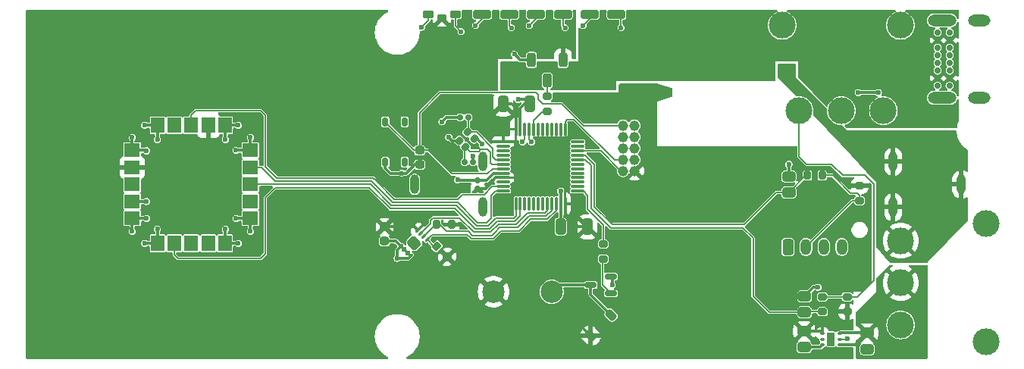
<source format=gbr>
%TF.GenerationSoftware,KiCad,Pcbnew,8.0.8*%
%TF.CreationDate,2025-01-25T09:27:46-05:00*%
%TF.ProjectId,GF24,47463234-2e6b-4696-9361-645f70636258,rev?*%
%TF.SameCoordinates,Original*%
%TF.FileFunction,Copper,L1,Top*%
%TF.FilePolarity,Positive*%
%FSLAX46Y46*%
G04 Gerber Fmt 4.6, Leading zero omitted, Abs format (unit mm)*
G04 Created by KiCad (PCBNEW 8.0.8) date 2025-01-25 09:27:46*
%MOMM*%
%LPD*%
G01*
G04 APERTURE LIST*
G04 Aperture macros list*
%AMRoundRect*
0 Rectangle with rounded corners*
0 $1 Rounding radius*
0 $2 $3 $4 $5 $6 $7 $8 $9 X,Y pos of 4 corners*
0 Add a 4 corners polygon primitive as box body*
4,1,4,$2,$3,$4,$5,$6,$7,$8,$9,$2,$3,0*
0 Add four circle primitives for the rounded corners*
1,1,$1+$1,$2,$3*
1,1,$1+$1,$4,$5*
1,1,$1+$1,$6,$7*
1,1,$1+$1,$8,$9*
0 Add four rect primitives between the rounded corners*
20,1,$1+$1,$2,$3,$4,$5,0*
20,1,$1+$1,$4,$5,$6,$7,0*
20,1,$1+$1,$6,$7,$8,$9,0*
20,1,$1+$1,$8,$9,$2,$3,0*%
G04 Aperture macros list end*
%TA.AperFunction,SMDPad,CuDef*%
%ADD10RoundRect,0.155000X0.155000X-0.155000X0.155000X0.155000X-0.155000X0.155000X-0.155000X-0.155000X0*%
%TD*%
%TA.AperFunction,SMDPad,CuDef*%
%ADD11RoundRect,0.200000X-0.200000X-0.275000X0.200000X-0.275000X0.200000X0.275000X-0.200000X0.275000X0*%
%TD*%
%TA.AperFunction,SMDPad,CuDef*%
%ADD12RoundRect,0.155000X-0.155000X-0.155000X0.155000X-0.155000X0.155000X0.155000X-0.155000X0.155000X0*%
%TD*%
%TA.AperFunction,SMDPad,CuDef*%
%ADD13RoundRect,0.287500X-0.437500X0.287500X-0.437500X-0.287500X0.437500X-0.287500X0.437500X0.287500X0*%
%TD*%
%TA.AperFunction,ComponentPad*%
%ADD14C,3.000000*%
%TD*%
%TA.AperFunction,SMDPad,CuDef*%
%ADD15RoundRect,0.287500X0.437500X-0.287500X0.437500X0.287500X-0.437500X0.287500X-0.437500X-0.287500X0*%
%TD*%
%TA.AperFunction,SMDPad,CuDef*%
%ADD16RoundRect,0.200000X0.275000X-0.200000X0.275000X0.200000X-0.275000X0.200000X-0.275000X-0.200000X0*%
%TD*%
%TA.AperFunction,SMDPad,CuDef*%
%ADD17RoundRect,0.200000X-0.335876X-0.053033X-0.053033X-0.335876X0.335876X0.053033X0.053033X0.335876X0*%
%TD*%
%TA.AperFunction,SMDPad,CuDef*%
%ADD18RoundRect,0.200000X0.200000X0.275000X-0.200000X0.275000X-0.200000X-0.275000X0.200000X-0.275000X0*%
%TD*%
%TA.AperFunction,SMDPad,CuDef*%
%ADD19RoundRect,0.237500X-0.262500X0.237500X-0.262500X-0.237500X0.262500X-0.237500X0.262500X0.237500X0*%
%TD*%
%TA.AperFunction,SMDPad,CuDef*%
%ADD20RoundRect,0.250000X-0.750000X-0.250000X0.750000X-0.250000X0.750000X0.250000X-0.750000X0.250000X0*%
%TD*%
%TA.AperFunction,ComponentPad*%
%ADD21C,0.700000*%
%TD*%
%TA.AperFunction,ComponentPad*%
%ADD22O,2.500000X1.300000*%
%TD*%
%TA.AperFunction,ComponentPad*%
%ADD23O,3.200000X1.300000*%
%TD*%
%TA.AperFunction,SMDPad,CuDef*%
%ADD24RoundRect,0.175000X0.175000X-0.325000X0.175000X0.325000X-0.175000X0.325000X-0.175000X-0.325000X0*%
%TD*%
%TA.AperFunction,SMDPad,CuDef*%
%ADD25RoundRect,0.225000X-0.375000X-0.225000X0.375000X-0.225000X0.375000X0.225000X-0.375000X0.225000X0*%
%TD*%
%TA.AperFunction,SMDPad,CuDef*%
%ADD26RoundRect,0.225000X-0.275000X-0.225000X0.275000X-0.225000X0.275000X0.225000X-0.275000X0.225000X0*%
%TD*%
%TA.AperFunction,SMDPad,CuDef*%
%ADD27RoundRect,0.075000X-0.175000X-0.075000X0.175000X-0.075000X0.175000X0.075000X-0.175000X0.075000X0*%
%TD*%
%TA.AperFunction,SMDPad,CuDef*%
%ADD28RoundRect,0.225000X-0.225000X-0.575000X0.225000X-0.575000X0.225000X0.575000X-0.225000X0.575000X0*%
%TD*%
%TA.AperFunction,SMDPad,CuDef*%
%ADD29R,1.800000X1.500000*%
%TD*%
%TA.AperFunction,SMDPad,CuDef*%
%ADD30R,1.500000X1.800000*%
%TD*%
%TA.AperFunction,SMDPad,CuDef*%
%ADD31RoundRect,0.200000X-0.275000X0.200000X-0.275000X-0.200000X0.275000X-0.200000X0.275000X0.200000X0*%
%TD*%
%TA.AperFunction,SMDPad,CuDef*%
%ADD32RoundRect,0.075000X-0.662500X-0.075000X0.662500X-0.075000X0.662500X0.075000X-0.662500X0.075000X0*%
%TD*%
%TA.AperFunction,SMDPad,CuDef*%
%ADD33RoundRect,0.075000X-0.075000X-0.662500X0.075000X-0.662500X0.075000X0.662500X-0.075000X0.662500X0*%
%TD*%
%TA.AperFunction,ComponentPad*%
%ADD34RoundRect,0.250000X-0.350000X-0.650000X0.350000X-0.650000X0.350000X0.650000X-0.350000X0.650000X0*%
%TD*%
%TA.AperFunction,ComponentPad*%
%ADD35O,1.200000X1.800000*%
%TD*%
%TA.AperFunction,SMDPad,CuDef*%
%ADD36RoundRect,0.155000X0.155000X0.155000X-0.155000X0.155000X-0.155000X-0.155000X0.155000X-0.155000X0*%
%TD*%
%TA.AperFunction,SMDPad,CuDef*%
%ADD37RoundRect,0.150000X0.512500X0.150000X-0.512500X0.150000X-0.512500X-0.150000X0.512500X-0.150000X0*%
%TD*%
%TA.AperFunction,SMDPad,CuDef*%
%ADD38RoundRect,0.250000X0.250000X0.550000X-0.250000X0.550000X-0.250000X-0.550000X0.250000X-0.550000X0*%
%TD*%
%TA.AperFunction,SMDPad,CuDef*%
%ADD39RoundRect,0.227500X0.109602X-0.431335X0.431335X-0.109602X-0.109602X0.431335X-0.431335X0.109602X0*%
%TD*%
%TA.AperFunction,ComponentPad*%
%ADD40C,1.168400*%
%TD*%
%TA.AperFunction,SMDPad,CuDef*%
%ADD41RoundRect,0.187500X0.035355X0.300520X-0.300520X-0.035355X-0.035355X-0.300520X0.300520X0.035355X0*%
%TD*%
%TA.AperFunction,SMDPad,CuDef*%
%ADD42RoundRect,0.287500X0.287500X0.612500X-0.287500X0.612500X-0.287500X-0.612500X0.287500X-0.612500X0*%
%TD*%
%TA.AperFunction,ComponentPad*%
%ADD43C,2.500000*%
%TD*%
%TA.AperFunction,SMDPad,CuDef*%
%ADD44RoundRect,0.075000X-0.106066X-0.212132X0.212132X0.106066X0.106066X0.212132X-0.212132X-0.106066X0*%
%TD*%
%TA.AperFunction,SMDPad,CuDef*%
%ADD45RoundRect,0.300000X0.070711X-0.494975X0.494975X-0.070711X-0.070711X0.494975X-0.494975X0.070711X0*%
%TD*%
%TA.AperFunction,SMDPad,CuDef*%
%ADD46RoundRect,0.287500X-0.287500X-0.612500X0.287500X-0.612500X0.287500X0.612500X-0.287500X0.612500X0*%
%TD*%
%TA.AperFunction,ComponentPad*%
%ADD47O,1.000000X2.200000*%
%TD*%
%TA.AperFunction,ViaPad*%
%ADD48C,0.600000*%
%TD*%
%TA.AperFunction,Conductor*%
%ADD49C,0.160000*%
%TD*%
%TA.AperFunction,Conductor*%
%ADD50C,0.300000*%
%TD*%
G04 APERTURE END LIST*
D10*
%TO.P,C3,1*%
%TO.N,3V3*%
X127000000Y-95450000D03*
%TO.P,C3,2*%
%TO.N,GND*%
X127000000Y-94550000D03*
%TD*%
D11*
%TO.P,R11,1*%
%TO.N,SCL*%
X122425000Y-99500000D03*
%TO.P,R11,2*%
%TO.N,3V3*%
X124075000Y-99500000D03*
%TD*%
D12*
%TO.P,C6,1*%
%TO.N,/OSC-OUT*%
X125550000Y-92500000D03*
%TO.P,C6,2*%
%TO.N,GND*%
X126450000Y-92500000D03*
%TD*%
D13*
%TO.P,C8,1*%
%TO.N,/REG_I*%
X170500000Y-111600000D03*
%TO.P,C8,2*%
%TO.N,GND*%
X170500000Y-113400000D03*
%TD*%
D14*
%TO.P,SW4,1,A*%
%TO.N,BAT+*%
X174235000Y-101300000D03*
%TO.P,SW4,2,B*%
%TO.N,/REG_I*%
X174235000Y-106000000D03*
%TO.P,SW4,3*%
%TO.N,N/C*%
X174235000Y-110700000D03*
%TO.P,SW4,4*%
X183765000Y-112605000D03*
%TO.P,SW4,5*%
X183765000Y-99395000D03*
%TD*%
D15*
%TO.P,C10,1*%
%TO.N,BUTTON*%
X161750000Y-95900000D03*
%TO.P,C10,2*%
%TO.N,GND*%
X161750000Y-94100000D03*
%TD*%
D16*
%TO.P,R2,1*%
%TO.N,/BUZZ-QB*%
X141000000Y-103325000D03*
%TO.P,R2,2*%
%TO.N,BUZZER*%
X141000000Y-101675000D03*
%TD*%
D17*
%TO.P,R12,1*%
%TO.N,SDA*%
X122416637Y-101916637D03*
%TO.P,R12,2*%
%TO.N,3V3*%
X123583363Y-103083363D03*
%TD*%
D15*
%TO.P,C15,1*%
%TO.N,MODE*%
X163500000Y-109300000D03*
%TO.P,C15,2*%
%TO.N,GND*%
X163500000Y-107500000D03*
%TD*%
D18*
%TO.P,R4,1*%
%TO.N,/ACT-H*%
X165475000Y-94000000D03*
%TO.P,R4,2*%
%TO.N,BUTTON*%
X163825000Y-94000000D03*
%TD*%
D19*
%TO.P,C4,1*%
%TO.N,NRST*%
X120500000Y-91200000D03*
%TO.P,C4,2*%
%TO.N,GND*%
X120500000Y-92800000D03*
%TD*%
D14*
%TO.P,SW5,1,A*%
%TO.N,/MODE-H*%
X162905000Y-86765000D03*
%TO.P,SW5,2,B*%
%TO.N,GND*%
X167605000Y-86765000D03*
%TO.P,SW5,3*%
%TO.N,N/C*%
X172305000Y-86765000D03*
%TO.P,SW5,4*%
X174210000Y-77235000D03*
%TO.P,SW5,5*%
X161000000Y-77235000D03*
%TD*%
D20*
%TO.P,D2,1,K*%
%TO.N,/CHRG_RES*%
X127500000Y-76000000D03*
%TO.P,D2,2,A*%
%TO.N,/CHRG_QO*%
X130500000Y-76000000D03*
%TD*%
D21*
%TO.P,U6,A1,GND*%
%TO.N,GND*%
X178350000Y-83975000D03*
%TO.P,U6,A4,VBUS*%
%TO.N,VBUS*%
X178350000Y-83125000D03*
%TO.P,U6,A5,CC1*%
%TO.N,unconnected-(U6-CC1-PadA5)*%
X178350000Y-82275000D03*
%TO.P,U6,A6,DP1*%
%TO.N,unconnected-(U6-DP1-PadA6)*%
X178350000Y-81425000D03*
%TO.P,U6,A7,DN1*%
%TO.N,unconnected-(U6-DN1-PadA7)*%
X178350000Y-80575000D03*
%TO.P,U6,A8,SBU1*%
%TO.N,unconnected-(U6-SBU1-PadA8)*%
X178350000Y-79725000D03*
%TO.P,U6,A9,VBUS*%
%TO.N,VBUS*%
X178350000Y-78875000D03*
%TO.P,U6,A12,GND*%
%TO.N,GND*%
X178350000Y-78025000D03*
%TO.P,U6,B1,GND*%
X179700000Y-78025000D03*
%TO.P,U6,B4,VBUS*%
%TO.N,VBUS*%
X179700000Y-78875000D03*
%TO.P,U6,B5,CC2*%
%TO.N,unconnected-(U6-CC2-PadB5)*%
X179700000Y-79725000D03*
%TO.P,U6,B6,DP2*%
%TO.N,unconnected-(U6-DP2-PadB6)*%
X179700000Y-80575000D03*
%TO.P,U6,B7,DN2*%
%TO.N,unconnected-(U6-DN2-PadB7)*%
X179700000Y-81425000D03*
%TO.P,U6,B8,SBU2*%
%TO.N,unconnected-(U6-SBU2-PadB8)*%
X179700000Y-82275000D03*
%TO.P,U6,B9,VBUS*%
%TO.N,VBUS*%
X179700000Y-83125000D03*
%TO.P,U6,B12,GND*%
%TO.N,GND*%
X179700000Y-83975000D03*
D22*
%TO.P,U6,SH1*%
%TO.N,N/C*%
X183000000Y-85320000D03*
%TO.P,U6,SH2*%
X183000000Y-76680000D03*
D23*
%TO.P,U6,SH3*%
X178850000Y-85320000D03*
%TO.P,U6,SH4*%
X178850000Y-76680000D03*
%TD*%
D24*
%TO.P,SW1,1,1*%
%TO.N,GND*%
X116675000Y-92500000D03*
%TO.P,SW1,2,2*%
%TO.N,NRST*%
X116675000Y-88000000D03*
%TO.P,SW1,3*%
%TO.N,N/C*%
X118825000Y-92500000D03*
%TO.P,SW1,4*%
X118825000Y-88000000D03*
%TD*%
D13*
%TO.P,C9,1*%
%TO.N,3V3*%
X163450000Y-111400000D03*
%TO.P,C9,2*%
%TO.N,GND*%
X163450000Y-113200000D03*
%TD*%
D25*
%TO.P,D5,1,R*%
%TO.N,/STATR_RES*%
X121500000Y-76000000D03*
D26*
%TO.P,D5,2,A*%
%TO.N,3V3*%
X123000000Y-76450000D03*
D25*
%TO.P,D5,3,G*%
%TO.N,/STATG_RES*%
X124500000Y-76000000D03*
%TD*%
D27*
%TO.P,U3,1,OUT*%
%TO.N,3V3*%
X165500000Y-111650000D03*
%TO.P,U3,2,NC*%
%TO.N,unconnected-(U3-NC-Pad2)*%
X165500001Y-112300000D03*
%TO.P,U3,3,GND*%
%TO.N,GND*%
X165500000Y-112950000D03*
%TO.P,U3,4,EN*%
%TO.N,/REG_I*%
X167400000Y-112950000D03*
%TO.P,U3,5,PG*%
%TO.N,PG*%
X167399999Y-112300000D03*
%TO.P,U3,6,IN*%
%TO.N,/REG_I*%
X167400000Y-111650000D03*
D28*
%TO.P,U3,7*%
%TO.N,N/C*%
X166450000Y-112300000D03*
%TD*%
D29*
%TO.P,U2,1,GND*%
%TO.N,GND*%
X88400000Y-91200000D03*
%TO.P,U2,2,V-IO*%
%TO.N,3V3*%
X88400000Y-93100000D03*
%TO.P,U2,3,V-BCKP*%
%TO.N,unconnected-(U2-V-BCKP-Pad3)*%
X88400000Y-95000000D03*
%TO.P,U2,4,GND*%
%TO.N,GND*%
X88400000Y-96900000D03*
%TO.P,U2,5,GND*%
X88400000Y-98800000D03*
D30*
%TO.P,U2,6,GND*%
X91200000Y-101600000D03*
%TO.P,U2,7,TIMEPULSE*%
%TO.N,GNSS-TIMEPULSE*%
X93100000Y-101600000D03*
%TO.P,U2,8,SAFEBOOT-N*%
%TO.N,unconnected-(U2-SAFEBOOT-N-Pad8)*%
X95000000Y-101600000D03*
%TO.P,U2,9,SDA*%
%TO.N,unconnected-(U2-SDA-Pad9)*%
X96900000Y-101600000D03*
%TO.P,U2,10,GND*%
%TO.N,GND*%
X98800000Y-101600000D03*
D29*
%TO.P,U2,11,GND*%
X101600000Y-98800000D03*
%TO.P,U2,12,SCL*%
%TO.N,unconnected-(U2-SCL-Pad12)*%
X101600000Y-96900000D03*
%TO.P,U2,13,TXD*%
%TO.N,STM32-RX*%
X101600000Y-95000000D03*
%TO.P,U2,14,RXD*%
%TO.N,STM32-TX*%
X101600000Y-93100000D03*
%TO.P,U2,15,GND*%
%TO.N,GND*%
X101600000Y-91200000D03*
D30*
%TO.P,U2,16,GND*%
X98800000Y-88400000D03*
%TO.P,U2,17,VCC*%
%TO.N,3V3*%
X96900000Y-88400000D03*
%TO.P,U2,18,RESET-N*%
%TO.N,GNSS-N-RESET*%
X95000000Y-88400000D03*
%TO.P,U2,19,EXTINT*%
%TO.N,unconnected-(U2-EXTINT-Pad19)*%
X93100000Y-88400000D03*
%TO.P,U2,20,GND*%
%TO.N,GND*%
X91200000Y-88400000D03*
%TD*%
D31*
%TO.P,R1,1*%
%TO.N,/BOOT0_RES*%
X134750000Y-85175000D03*
%TO.P,R1,2*%
%TO.N,/BOOT0*%
X134750000Y-86825000D03*
%TD*%
D20*
%TO.P,D4,1,K*%
%TO.N,/PG_RES*%
X139500000Y-76000000D03*
%TO.P,D4,2,A*%
%TO.N,/PG_QO*%
X142500000Y-76000000D03*
%TD*%
D32*
%TO.P,U1,1,VBAT*%
%TO.N,3V3*%
X129837500Y-90250000D03*
%TO.P,U1,2,PC13*%
%TO.N,unconnected-(U1-PC13-Pad2)*%
X129837500Y-90750000D03*
%TO.P,U1,3,PC14*%
%TO.N,unconnected-(U1-PC14-Pad3)*%
X129837500Y-91250000D03*
%TO.P,U1,4,PC15*%
%TO.N,unconnected-(U1-PC15-Pad4)*%
X129837500Y-91750000D03*
%TO.P,U1,5,PF0*%
%TO.N,/OSC-IN*%
X129837500Y-92250000D03*
%TO.P,U1,6,PF1*%
%TO.N,/OSC-OUT*%
X129837500Y-92750000D03*
%TO.P,U1,7,NRST*%
%TO.N,NRST*%
X129837500Y-93250000D03*
%TO.P,U1,8,VSSA*%
%TO.N,GND*%
X129837500Y-93750000D03*
%TO.P,U1,9,VDDA*%
%TO.N,3V3*%
X129837500Y-94250000D03*
%TO.P,U1,10,PA0*%
%TO.N,unconnected-(U1-PA0-Pad10)*%
X129837500Y-94750000D03*
%TO.P,U1,11,PA1*%
%TO.N,GNSS-N-RESET*%
X129837500Y-95250000D03*
%TO.P,U1,12,PA2*%
%TO.N,STM32-TX*%
X129837500Y-95750000D03*
D33*
%TO.P,U1,13,PA3*%
%TO.N,STM32-RX*%
X131250000Y-97162500D03*
%TO.P,U1,14,PA4*%
%TO.N,GNSS-TIMEPULSE*%
X131750000Y-97162500D03*
%TO.P,U1,15,PA5*%
%TO.N,unconnected-(U1-PA5-Pad15)*%
X132250000Y-97162500D03*
%TO.P,U1,16,PA6*%
%TO.N,unconnected-(U1-PA6-Pad16)*%
X132750000Y-97162500D03*
%TO.P,U1,17,PA7*%
%TO.N,unconnected-(U1-PA7-Pad17)*%
X133250000Y-97162500D03*
%TO.P,U1,18,PB0*%
%TO.N,unconnected-(U1-PB0-Pad18)*%
X133750000Y-97162500D03*
%TO.P,U1,19,PB1*%
%TO.N,unconnected-(U1-PB1-Pad19)*%
X134250000Y-97162500D03*
%TO.P,U1,20,PB2*%
%TO.N,EEPROM-N-WC*%
X134750000Y-97162500D03*
%TO.P,U1,21,PB10*%
%TO.N,SCL*%
X135250000Y-97162500D03*
%TO.P,U1,22,PB11*%
%TO.N,SDA*%
X135750000Y-97162500D03*
%TO.P,U1,23,VSS*%
%TO.N,GND*%
X136250000Y-97162500D03*
%TO.P,U1,24,VDD*%
%TO.N,3V3*%
X136750000Y-97162500D03*
D32*
%TO.P,U1,25,PB12*%
%TO.N,BUZZER*%
X138162500Y-95750000D03*
%TO.P,U1,26,PB13*%
%TO.N,unconnected-(U1-PB13-Pad26)*%
X138162500Y-95250000D03*
%TO.P,U1,27,PB14*%
%TO.N,unconnected-(U1-PB14-Pad27)*%
X138162500Y-94750000D03*
%TO.P,U1,28,PB15*%
%TO.N,unconnected-(U1-PB15-Pad28)*%
X138162500Y-94250000D03*
%TO.P,U1,29,PA8*%
%TO.N,unconnected-(U1-PA8-Pad29)*%
X138162500Y-93750000D03*
%TO.P,U1,30,PA9*%
%TO.N,unconnected-(U1-PA9-Pad30)*%
X138162500Y-93250000D03*
%TO.P,U1,31,PA10*%
%TO.N,unconnected-(U1-PA10-Pad31)*%
X138162500Y-92750000D03*
%TO.P,U1,32,PA11*%
%TO.N,MODE*%
X138162500Y-92250000D03*
%TO.P,U1,33,PA12*%
%TO.N,BUTTON*%
X138162500Y-91750000D03*
%TO.P,U1,34,PA13*%
%TO.N,/SWDIO*%
X138162500Y-91250000D03*
%TO.P,U1,35,PF6*%
%TO.N,unconnected-(U1-PF6-Pad35)*%
X138162500Y-90750000D03*
%TO.P,U1,36,PF7*%
%TO.N,unconnected-(U1-PF7-Pad36)*%
X138162500Y-90250000D03*
D33*
%TO.P,U1,37,PA14*%
%TO.N,/SWDCLK*%
X136750000Y-88837500D03*
%TO.P,U1,38,PA15*%
%TO.N,unconnected-(U1-PA15-Pad38)*%
X136250000Y-88837500D03*
%TO.P,U1,39,PB3*%
%TO.N,unconnected-(U1-PB3-Pad39)*%
X135750000Y-88837500D03*
%TO.P,U1,40,PB4*%
%TO.N,unconnected-(U1-PB4-Pad40)*%
X135250000Y-88837500D03*
%TO.P,U1,41,PB5*%
%TO.N,unconnected-(U1-PB5-Pad41)*%
X134750000Y-88837500D03*
%TO.P,U1,42,PB6*%
%TO.N,unconnected-(U1-PB6-Pad42)*%
X134250000Y-88837500D03*
%TO.P,U1,43,PB7*%
%TO.N,unconnected-(U1-PB7-Pad43)*%
X133750000Y-88837500D03*
%TO.P,U1,44,BOOT0*%
%TO.N,/BOOT0*%
X133250000Y-88837500D03*
%TO.P,U1,45,PB8*%
%TO.N,STATR*%
X132750000Y-88837500D03*
%TO.P,U1,46,PB9*%
%TO.N,STATG*%
X132250000Y-88837500D03*
%TO.P,U1,47,VSS*%
%TO.N,GND*%
X131750000Y-88837500D03*
%TO.P,U1,48,VDD*%
%TO.N,3V3*%
X131250000Y-88837500D03*
%TD*%
D34*
%TO.P,SW3,1,1*%
%TO.N,GND*%
X161650000Y-102000000D03*
D35*
%TO.P,SW3,2,2*%
%TO.N,/ACT-H*%
X163650000Y-102000000D03*
%TO.P,SW3,3*%
%TO.N,N/C*%
X165650000Y-102000000D03*
%TO.P,SW3,4*%
X167650000Y-102000000D03*
%TD*%
D36*
%TO.P,C5,1*%
%TO.N,/OSC-IN*%
X125950000Y-87500000D03*
%TO.P,C5,2*%
%TO.N,GND*%
X125050000Y-87500000D03*
%TD*%
D16*
%TO.P,R3,1*%
%TO.N,/ACT-H*%
X169650000Y-96825000D03*
%TO.P,R3,2*%
%TO.N,3V3*%
X169650000Y-95175000D03*
%TD*%
D37*
%TO.P,Q1,1,B*%
%TO.N,/BUZZ-QB*%
X141887500Y-107200000D03*
%TO.P,Q1,2,E*%
%TO.N,GND*%
X141887500Y-105300000D03*
%TO.P,Q1,3,C*%
%TO.N,/BUZZ-*%
X139612500Y-106250000D03*
%TD*%
D31*
%TO.P,R14,1*%
%TO.N,/MODE-H*%
X168250000Y-107575000D03*
%TO.P,R14,2*%
%TO.N,3V3*%
X168250000Y-109225000D03*
%TD*%
D19*
%TO.P,C14,1*%
%TO.N,3V3*%
X116588478Y-99750431D03*
%TO.P,C14,2*%
%TO.N,GND*%
X116588478Y-101350431D03*
%TD*%
D38*
%TO.P,SW2,1,C*%
%TO.N,3V3*%
X136500000Y-81100000D03*
%TO.P,SW2,2,B*%
%TO.N,/BOOT0_RES*%
X134750000Y-83400000D03*
%TO.P,SW2,3,A*%
%TO.N,GND*%
X133000000Y-81100000D03*
%TD*%
D31*
%TO.P,R13,1*%
%TO.N,/MODE-H*%
X165500000Y-107575000D03*
%TO.P,R13,2*%
%TO.N,MODE*%
X165500000Y-109225000D03*
%TD*%
D39*
%TO.P,D1,1,K*%
%TO.N,3V3*%
X139593880Y-111906120D03*
%TO.P,D1,2,A*%
%TO.N,/BUZZ-*%
X141906120Y-109593880D03*
%TD*%
D40*
%TO.P,J1,1,Pin_1*%
%TO.N,3V3*%
X144500000Y-93500000D03*
%TO.P,J1,2,Pin_2*%
%TO.N,/SWDIO*%
X143230000Y-93500000D03*
%TO.P,J1,3,Pin_3*%
%TO.N,GND*%
X144500000Y-92230000D03*
%TO.P,J1,4,Pin_4*%
%TO.N,/SWDCLK*%
X143230000Y-92230000D03*
%TO.P,J1,5,Pin_5*%
%TO.N,GND*%
X144500000Y-90960000D03*
%TO.P,J1,6,Pin_6*%
%TO.N,unconnected-(J1-Pin_6-Pad6)*%
X143230000Y-90960000D03*
%TO.P,J1,7,Pin_7*%
%TO.N,unconnected-(J1-Pin_7-Pad7)*%
X144500000Y-89690000D03*
%TO.P,J1,8,Pin_8*%
%TO.N,unconnected-(J1-Pin_8-Pad8)*%
X143230000Y-89690000D03*
%TO.P,J1,9,Pin_9*%
%TO.N,GND*%
X144500000Y-88420000D03*
%TO.P,J1,10,Pin_10*%
%TO.N,NRST*%
X143230000Y-88420000D03*
%TD*%
D41*
%TO.P,Y1,1,1*%
%TO.N,/OSC-IN*%
X125856066Y-89151472D03*
%TO.P,Y1,2,2*%
%TO.N,GND*%
X124901472Y-90106066D03*
%TO.P,Y1,3,3*%
%TO.N,/OSC-OUT*%
X125643934Y-90848528D03*
%TO.P,Y1,4,4*%
%TO.N,GND*%
X126598528Y-89893934D03*
%TD*%
D42*
%TO.P,C1,1*%
%TO.N,3V3*%
X139250000Y-99750000D03*
%TO.P,C1,2*%
%TO.N,GND*%
X136250000Y-99750000D03*
%TD*%
D43*
%TO.P,BZ1,1,+*%
%TO.N,3V3*%
X128750000Y-107000000D03*
%TO.P,BZ1,2,-*%
%TO.N,/BUZZ-*%
X135250000Y-107000000D03*
%TD*%
D20*
%TO.P,D3,1,K*%
%TO.N,/FAULT_RES*%
X133500000Y-76000000D03*
%TO.P,D3,2,A*%
%TO.N,/FAULT_QO*%
X136500000Y-76000000D03*
%TD*%
D44*
%TO.P,U5,1,E0*%
%TO.N,GND*%
X118439340Y-101939340D03*
%TO.P,U5,2,E1*%
X118792893Y-102292893D03*
%TO.P,U5,3,E2*%
X119146447Y-102646447D03*
%TO.P,U5,4,VSS*%
X119500000Y-103000000D03*
%TO.P,U5,5,SDA*%
%TO.N,SDA*%
X121338478Y-101161522D03*
%TO.P,U5,6,SCL*%
%TO.N,SCL*%
X120984925Y-100807969D03*
%TO.P,U5,7,N-WC*%
%TO.N,EEPROM-N-WC*%
X120631371Y-100454415D03*
%TO.P,U5,8,VCC*%
%TO.N,3V3*%
X120277818Y-100100862D03*
D45*
%TO.P,U5,9*%
%TO.N,N/C*%
X119888909Y-101550431D03*
%TD*%
D46*
%TO.P,C2,1*%
%TO.N,3V3*%
X129830000Y-86000000D03*
%TO.P,C2,2*%
%TO.N,GND*%
X132830000Y-86000000D03*
%TD*%
D47*
%TO.P,BAT1,1,Pin_1*%
%TO.N,BAT+*%
X173400000Y-97550000D03*
X181000000Y-95000000D03*
X173400000Y-92450000D03*
%TD*%
%TO.P,BAT2,1,Pin_1*%
%TO.N,GND*%
X127550000Y-92450000D03*
X119950000Y-95000000D03*
X127550000Y-97550000D03*
%TD*%
D48*
%TO.N,BAT+*%
X161400000Y-82250000D03*
%TO.N,GND*%
X90000000Y-91250000D03*
X161750000Y-92750000D03*
X91200000Y-90000000D03*
X100250000Y-101600000D03*
X100250000Y-88400000D03*
X163500000Y-113200000D03*
X88400000Y-100250000D03*
X136250000Y-95750000D03*
X126450000Y-91800000D03*
X131500000Y-85500000D03*
X118500000Y-93750000D03*
X89800000Y-88400000D03*
X170500000Y-113400000D03*
X142000000Y-106250000D03*
X100000000Y-98800000D03*
X101600000Y-100250000D03*
X165000000Y-106500000D03*
X89800000Y-101600000D03*
X127500000Y-90500000D03*
X90000000Y-98800000D03*
X100000000Y-91200000D03*
X123000000Y-88000000D03*
X131085811Y-80449090D03*
X88400000Y-89750000D03*
X98800000Y-100000000D03*
X171750000Y-84750000D03*
X91200000Y-100000000D03*
X101600000Y-89750000D03*
X124750000Y-94500000D03*
X90000000Y-96900000D03*
X123750000Y-89750000D03*
X118000000Y-103250000D03*
X169500000Y-84750000D03*
X98800000Y-90000000D03*
%TO.N,VBUS*%
X171750000Y-81500000D03*
X130000000Y-83000000D03*
X139000000Y-83000000D03*
X163125000Y-79500000D03*
X165708363Y-84458363D03*
%TO.N,STATG*%
X132000000Y-90250000D03*
%TO.N,STATR*%
X133000000Y-90250000D03*
%TO.N,PG*%
X168250000Y-112250000D03*
%TO.N,/CHRG_RES*%
X126750000Y-77250000D03*
%TO.N,/FAULT_RES*%
X132750000Y-77250000D03*
%TO.N,/STATR_RES*%
X120743448Y-77428825D03*
%TO.N,/STATG_RES*%
X125134728Y-77925000D03*
%TO.N,/CHRG_QO*%
X130750000Y-77500000D03*
%TO.N,/FAULT_QO*%
X136750000Y-77500000D03*
%TO.N,/PG_RES*%
X138750000Y-77250000D03*
%TO.N,/PG_QO*%
X143000000Y-77500000D03*
%TO.N,3V3*%
X148000000Y-84750000D03*
X125000000Y-99500000D03*
X124250000Y-98250000D03*
%TD*%
D49*
%TO.N,/OSC-OUT*%
X128580000Y-92750000D02*
X129837500Y-92750000D01*
X128100000Y-91100000D02*
X128400000Y-91400000D01*
X127338335Y-91100000D02*
X128100000Y-91100000D01*
X128400000Y-91400000D02*
X128400000Y-92570000D01*
X127138335Y-91300000D02*
X127338335Y-91100000D01*
X126095406Y-91300000D02*
X127138335Y-91300000D01*
X125643934Y-90848528D02*
X126095406Y-91300000D01*
X128400000Y-92570000D02*
X128580000Y-92750000D01*
%TO.N,/OSC-IN*%
X128690000Y-90990000D02*
X128690000Y-91940000D01*
X128690000Y-91940000D02*
X129000000Y-92250000D01*
X129000000Y-92250000D02*
X129837500Y-92250000D01*
X126851472Y-89151472D02*
X128690000Y-90990000D01*
X125856066Y-89151472D02*
X126851472Y-89151472D01*
D50*
%TO.N,GND*%
X126450000Y-91800000D02*
X126450000Y-92500000D01*
%TO.N,BAT+*%
X173400000Y-100465000D02*
X174235000Y-101300000D01*
%TO.N,GND*%
X101600000Y-98800000D02*
X101600000Y-100250000D01*
X142000000Y-106250000D02*
X142000000Y-105412500D01*
X88400000Y-91200000D02*
X88400000Y-89750000D01*
X124106066Y-90106066D02*
X123750000Y-89750000D01*
X131750000Y-86500000D02*
X131750000Y-88837500D01*
X98800000Y-88400000D02*
X100250000Y-88400000D01*
X124901472Y-90106066D02*
X124106066Y-90106066D01*
X136250000Y-95750000D02*
X136250000Y-97162500D01*
X101600000Y-91200000D02*
X101600000Y-89750000D01*
X91200000Y-88400000D02*
X89800000Y-88400000D01*
X88400000Y-98800000D02*
X88400000Y-100000000D01*
X124800000Y-94550000D02*
X124750000Y-94500000D01*
X127950000Y-94550000D02*
X128750000Y-93750000D01*
X119950000Y-92800000D02*
X119000000Y-93750000D01*
X88400000Y-96900000D02*
X90000000Y-96900000D01*
X127000000Y-94550000D02*
X124800000Y-94550000D01*
X120500000Y-92800000D02*
X119950000Y-92800000D01*
X126893934Y-89893934D02*
X127500000Y-90500000D01*
X126598528Y-89893934D02*
X126893934Y-89893934D01*
X133000000Y-81100000D02*
X131736721Y-81100000D01*
X98800000Y-88400000D02*
X98800000Y-90000000D01*
X91200000Y-88400000D02*
X91200000Y-90000000D01*
X117850431Y-101350431D02*
X118439340Y-101939340D01*
X132250000Y-86000000D02*
X131750000Y-86500000D01*
X171750000Y-84750000D02*
X169500000Y-84750000D01*
X132830000Y-86000000D02*
X132250000Y-86000000D01*
X118792893Y-102292893D02*
X119146447Y-102646447D01*
X165000000Y-106500000D02*
X164500000Y-106500000D01*
X116675000Y-93175000D02*
X117250000Y-93750000D01*
X142000000Y-105412500D02*
X141887500Y-105300000D01*
X118000000Y-103250000D02*
X118000000Y-102378680D01*
X119250000Y-103250000D02*
X119500000Y-103000000D01*
X118439340Y-101939340D02*
X118792893Y-102292893D01*
X125050000Y-87500000D02*
X123500000Y-87500000D01*
X116675000Y-92500000D02*
X116675000Y-93175000D01*
X117250000Y-93750000D02*
X118500000Y-93750000D01*
X88400000Y-98800000D02*
X90000000Y-98800000D01*
X118000000Y-103250000D02*
X119250000Y-103250000D01*
X131736721Y-81100000D02*
X131085811Y-80449090D01*
X116588478Y-101350431D02*
X117850431Y-101350431D01*
X119000000Y-93750000D02*
X118500000Y-93750000D01*
X161750000Y-92750000D02*
X161750000Y-94100000D01*
X98800000Y-101600000D02*
X98800000Y-100000000D01*
X89950000Y-91200000D02*
X90000000Y-91250000D01*
X91200000Y-101600000D02*
X90000000Y-101600000D01*
X119146447Y-102646447D02*
X119500000Y-103000000D01*
X128750000Y-93750000D02*
X129837500Y-93750000D01*
X101600000Y-91200000D02*
X100000000Y-91200000D01*
X132330000Y-85500000D02*
X132830000Y-86000000D01*
X118000000Y-102378680D02*
X118439340Y-101939340D01*
X101600000Y-98800000D02*
X100000000Y-98800000D01*
X123500000Y-87500000D02*
X123000000Y-88000000D01*
X98800000Y-101600000D02*
X100000000Y-101600000D01*
X163450000Y-113200000D02*
X163500000Y-113200000D01*
X131500000Y-85500000D02*
X132330000Y-85500000D01*
X127000000Y-94550000D02*
X127950000Y-94550000D01*
X164500000Y-106500000D02*
X163500000Y-107500000D01*
X91200000Y-101600000D02*
X91200000Y-100000000D01*
X163500000Y-113200000D02*
X165250000Y-113200000D01*
X136250000Y-99750000D02*
X136250000Y-97162500D01*
X88400000Y-91200000D02*
X89950000Y-91200000D01*
X165250000Y-113200000D02*
X165500000Y-112950000D01*
D49*
%TO.N,NRST*%
X119875000Y-91200000D02*
X120500000Y-91200000D01*
X124080000Y-93830000D02*
X128061888Y-93830000D01*
X143230000Y-88420000D02*
X138787696Y-88420000D01*
X133750000Y-85500000D02*
X133750000Y-85000000D01*
X138787696Y-88420000D02*
X136367696Y-86000000D01*
X134250000Y-86000000D02*
X133750000Y-85500000D01*
X121450000Y-91200000D02*
X124080000Y-93830000D01*
X116675000Y-88000000D02*
X119875000Y-91200000D01*
X136367696Y-86000000D02*
X134250000Y-86000000D01*
X128061888Y-93830000D02*
X128641888Y-93250000D01*
X133750000Y-85000000D02*
X133500000Y-84750000D01*
X122750000Y-84750000D02*
X120500000Y-87000000D01*
X120500000Y-87000000D02*
X120500000Y-91200000D01*
X128641888Y-93250000D02*
X129837500Y-93250000D01*
X120500000Y-91200000D02*
X121450000Y-91200000D01*
X133500000Y-84750000D02*
X122750000Y-84750000D01*
%TO.N,/OSC-IN*%
X125950000Y-89057538D02*
X125856066Y-89151472D01*
X125950000Y-87500000D02*
X125950000Y-89057538D01*
%TO.N,/OSC-OUT*%
X125550000Y-90942462D02*
X125643934Y-90848528D01*
X125550000Y-92500000D02*
X125550000Y-90942462D01*
%TO.N,BUTTON*%
X138162500Y-91750000D02*
X139009116Y-91750000D01*
X139009116Y-91750000D02*
X140000000Y-92740884D01*
X156750000Y-99500000D02*
X160350000Y-95900000D01*
X140000000Y-92740884D02*
X140000000Y-97500000D01*
X160350000Y-95900000D02*
X161750000Y-95900000D01*
X163825000Y-94000000D02*
X163650000Y-94000000D01*
X163650000Y-94000000D02*
X161750000Y-95900000D01*
X142000000Y-99500000D02*
X156750000Y-99500000D01*
X140000000Y-97500000D02*
X142000000Y-99500000D01*
%TO.N,MODE*%
X139640000Y-92890000D02*
X139000000Y-92250000D01*
X156610000Y-99860000D02*
X141850884Y-99860000D01*
X165500000Y-109225000D02*
X163575000Y-109225000D01*
X163575000Y-109225000D02*
X163500000Y-109300000D01*
X163500000Y-109300000D02*
X159550000Y-109300000D01*
X139000000Y-92250000D02*
X138162500Y-92250000D01*
X157750000Y-107500000D02*
X157750000Y-101000000D01*
X157750000Y-101000000D02*
X156610000Y-99860000D01*
X139640000Y-97649116D02*
X139640000Y-92890000D01*
X159550000Y-109300000D02*
X157750000Y-107500000D01*
X141850884Y-99860000D02*
X139640000Y-97649116D01*
%TO.N,/SWDCLK*%
X142250000Y-92250000D02*
X143210000Y-92250000D01*
X137750000Y-87750000D02*
X142250000Y-92250000D01*
X137000000Y-87750000D02*
X137750000Y-87750000D01*
X136750000Y-88837500D02*
X136750000Y-88000000D01*
X136750000Y-88000000D02*
X137000000Y-87750000D01*
X143210000Y-92250000D02*
X143230000Y-92230000D01*
%TO.N,/SWDIO*%
X140740884Y-91250000D02*
X138162500Y-91250000D01*
X142990884Y-93500000D02*
X140740884Y-91250000D01*
X143229999Y-93500000D02*
X142990884Y-93500000D01*
%TO.N,/BOOT0_RES*%
X134750000Y-83400000D02*
X134750000Y-85175000D01*
%TO.N,/BOOT0*%
X134750000Y-86825000D02*
X134275000Y-86825000D01*
X134275000Y-86825000D02*
X133250000Y-87850000D01*
X133250000Y-87850000D02*
X133250000Y-88837500D01*
%TO.N,BUZZER*%
X138780000Y-95750000D02*
X139280000Y-96250000D01*
X141000000Y-99518232D02*
X141000000Y-101675000D01*
X139280000Y-96250000D02*
X139280000Y-97798232D01*
X139280000Y-97798232D02*
X141000000Y-99518232D01*
X138162500Y-95750000D02*
X138780000Y-95750000D01*
%TO.N,SCL*%
X125968534Y-100255000D02*
X123505000Y-100255000D01*
X122750000Y-99500000D02*
X122425000Y-99500000D01*
X126403534Y-100690000D02*
X125968534Y-100255000D01*
X135250000Y-97913241D02*
X134623241Y-98540000D01*
X128596466Y-100690000D02*
X126403534Y-100690000D01*
X122292894Y-99500000D02*
X122425000Y-99500000D01*
X132388674Y-98888676D02*
X131447350Y-99830000D01*
X131447350Y-99830000D02*
X129456465Y-99830000D01*
X132737349Y-98540000D02*
X132638674Y-98638675D01*
X129456465Y-99830000D02*
X128893232Y-100393234D01*
X123505000Y-100255000D02*
X122750000Y-99500000D01*
X120984925Y-100807969D02*
X122292894Y-99500000D01*
X128893232Y-100393234D02*
X128596466Y-100690000D01*
X134623241Y-98540000D02*
X132737349Y-98540000D01*
X132638674Y-98638675D02*
X132388674Y-98888676D01*
X135250000Y-97162500D02*
X135250000Y-97913241D01*
%TO.N,SDA*%
X134772358Y-98900000D02*
X135750000Y-97922358D01*
X122093593Y-101916637D02*
X121338478Y-101161522D01*
X126254417Y-101050000D02*
X128745582Y-101050000D01*
X132886466Y-98900000D02*
X134772358Y-98900000D01*
X135750000Y-97922358D02*
X135750000Y-97162500D01*
X121885000Y-100615000D02*
X125819418Y-100615000D01*
X129605582Y-100190000D02*
X131596466Y-100190000D01*
X131596466Y-100190000D02*
X132886466Y-98900000D01*
X128745582Y-101050000D02*
X129605582Y-100190000D01*
X125819418Y-100615000D02*
X126102209Y-100897791D01*
X126102209Y-100897791D02*
X126254417Y-101050000D01*
X122416637Y-101916637D02*
X122093593Y-101916637D01*
X121338478Y-101161522D02*
X121885000Y-100615000D01*
%TO.N,STATG*%
X132250000Y-90000000D02*
X132000000Y-90250000D01*
X132250000Y-88837500D02*
X132250000Y-90000000D01*
%TO.N,STATR*%
X132750000Y-90000000D02*
X133000000Y-90250000D01*
X132750000Y-88837500D02*
X132750000Y-90000000D01*
%TO.N,PG*%
X167399999Y-112300000D02*
X168200000Y-112300000D01*
X168200000Y-112300000D02*
X168250000Y-112250000D01*
%TO.N,STM32-RX*%
X117350884Y-97360000D02*
X124600883Y-97360000D01*
X126850883Y-99610000D02*
X128149116Y-99610000D01*
X129009116Y-98750000D02*
X131000000Y-98750000D01*
X124600883Y-97360000D02*
X126850883Y-99610000D01*
X101600000Y-95000000D02*
X114990884Y-95000000D01*
X131000000Y-98750000D02*
X131250000Y-98500000D01*
X114990884Y-95000000D02*
X117350884Y-97360000D01*
X128149116Y-99610000D02*
X129009116Y-98750000D01*
X131250000Y-98500000D02*
X131250000Y-97162500D01*
%TO.N,EEPROM-N-WC*%
X134750000Y-97904124D02*
X134750000Y-97162500D01*
X134474124Y-98180000D02*
X134750000Y-97904124D01*
X121745000Y-99005000D02*
X122005000Y-98745000D01*
X129307349Y-99470000D02*
X131298233Y-99470000D01*
X122005000Y-98745000D02*
X124967651Y-98745000D01*
X128447349Y-100330000D02*
X129307349Y-99470000D01*
X120631371Y-100454415D02*
X121745000Y-99340786D01*
X121745000Y-99340786D02*
X121745000Y-99005000D01*
X132588233Y-98180000D02*
X134474124Y-98180000D01*
X126552651Y-100330000D02*
X128447349Y-100330000D01*
X131298233Y-99470000D02*
X132588233Y-98180000D01*
X124967651Y-98745000D02*
X126552651Y-100330000D01*
%TO.N,GNSS-N-RESET*%
X95000000Y-87250000D02*
X95000000Y-88400000D01*
X117649116Y-96640000D02*
X115500001Y-94490885D01*
X115500001Y-94490883D02*
X115289118Y-94280000D01*
X124750000Y-96640000D02*
X117649116Y-96640000D01*
X128604992Y-95250000D02*
X127714992Y-96140000D01*
X127714992Y-96140000D02*
X125250000Y-96140000D01*
X125250000Y-96140000D02*
X124750000Y-96640000D01*
X102750000Y-86750000D02*
X95500000Y-86750000D01*
X103250000Y-92990884D02*
X103250000Y-87250000D01*
X115289118Y-94280000D02*
X104539116Y-94280000D01*
X103250000Y-87250000D02*
X102750000Y-86750000D01*
X115500001Y-94490885D02*
X115500001Y-94490883D01*
X104539116Y-94280000D02*
X103250000Y-92990884D01*
X129837500Y-95250000D02*
X128604992Y-95250000D01*
X95500000Y-86750000D02*
X95000000Y-87250000D01*
%TO.N,GNSS-TIMEPULSE*%
X131149117Y-99110000D02*
X129158233Y-99110000D01*
X128298233Y-99970000D02*
X126701767Y-99970000D01*
X126701767Y-99970000D02*
X124451767Y-97720000D01*
X93100000Y-102850000D02*
X93100000Y-101600000D01*
X104390000Y-95360000D02*
X103250000Y-96500000D01*
X102750000Y-103250000D02*
X93500000Y-103250000D01*
X117201767Y-97720000D02*
X117115884Y-97634116D01*
X117115884Y-97634116D02*
X114841768Y-95360000D01*
X129158233Y-99110000D02*
X128298233Y-99970000D01*
X131750000Y-98509117D02*
X131149117Y-99110000D01*
X124451767Y-97720000D02*
X117201767Y-97720000D01*
X114841768Y-95360000D02*
X104390000Y-95360000D01*
X131750000Y-97162500D02*
X131750000Y-98509117D01*
X103250000Y-96500000D02*
X103250000Y-102750000D01*
X103250000Y-102750000D02*
X102750000Y-103250000D01*
X93500000Y-103250000D02*
X93100000Y-102850000D01*
%TO.N,STM32-TX*%
X102850000Y-93100000D02*
X101600000Y-93100000D01*
X128500000Y-96250000D02*
X128500000Y-98750000D01*
X115140001Y-94640000D02*
X104390000Y-94640000D01*
X127000000Y-99250000D02*
X124750000Y-97000000D01*
X129837500Y-95750000D02*
X129000000Y-95750000D01*
X128500000Y-98750000D02*
X128000000Y-99250000D01*
X124750000Y-97000000D02*
X117500000Y-97000000D01*
X128000000Y-99250000D02*
X127000000Y-99250000D01*
X104390000Y-94640000D02*
X102850000Y-93100000D01*
X129000000Y-95750000D02*
X128500000Y-96250000D01*
X117500000Y-97000000D02*
X115140001Y-94640000D01*
D50*
%TO.N,/BUZZ-*%
X139612500Y-106250000D02*
X136000000Y-106250000D01*
X136000000Y-106250000D02*
X135250000Y-107000000D01*
X141906120Y-109593880D02*
X139612500Y-107300260D01*
X139612500Y-107300260D02*
X139612500Y-106250000D01*
D49*
%TO.N,/CHRG_RES*%
X127500000Y-76500000D02*
X126750000Y-77250000D01*
X127500000Y-76000000D02*
X127500000Y-76500000D01*
%TO.N,/FAULT_RES*%
X133500000Y-76500000D02*
X132750000Y-77250000D01*
X133500000Y-76000000D02*
X133500000Y-76500000D01*
%TO.N,/STATR_RES*%
X121500000Y-76672273D02*
X120743448Y-77428825D01*
X121500000Y-76000000D02*
X121500000Y-76672273D01*
%TO.N,/STATG_RES*%
X124500000Y-77290272D02*
X125134728Y-77925000D01*
X124500000Y-76000000D02*
X124500000Y-77290272D01*
%TO.N,/CHRG_QO*%
X130500000Y-77250000D02*
X130750000Y-77500000D01*
X130500000Y-76000000D02*
X130500000Y-77250000D01*
%TO.N,/FAULT_QO*%
X136500000Y-77250000D02*
X136750000Y-77500000D01*
X136500000Y-76000000D02*
X136500000Y-77250000D01*
%TO.N,/PG_RES*%
X139500000Y-76500000D02*
X138750000Y-77250000D01*
X139500000Y-76000000D02*
X139500000Y-76500000D01*
%TO.N,/PG_QO*%
X143000000Y-76500000D02*
X143000000Y-77500000D01*
X142500000Y-76000000D02*
X143000000Y-76500000D01*
%TO.N,/BUZZ-QB*%
X141000000Y-103325000D02*
X140945000Y-103380000D01*
X140945000Y-106257500D02*
X141887500Y-107200000D01*
X140945000Y-103380000D02*
X140945000Y-106257500D01*
D50*
%TO.N,/REG_I*%
X167400000Y-111650000D02*
X167450000Y-111600000D01*
X167400000Y-112950000D02*
X169150000Y-112950000D01*
X167450000Y-111600000D02*
X170500000Y-111600000D01*
X169150000Y-112950000D02*
X170500000Y-111600000D01*
D49*
%TO.N,/ACT-H*%
X166650000Y-94000000D02*
X168650000Y-96000000D01*
X169400000Y-96000000D02*
X169650000Y-96250000D01*
X168650000Y-96000000D02*
X169400000Y-96000000D01*
X168825000Y-96825000D02*
X163650000Y-102000000D01*
X165475000Y-94000000D02*
X166650000Y-94000000D01*
X169650000Y-96250000D02*
X169650000Y-96825000D01*
X169650000Y-96825000D02*
X168825000Y-96825000D01*
%TO.N,/MODE-H*%
X168250000Y-107575000D02*
X169425000Y-107575000D01*
X169425000Y-107575000D02*
X171250000Y-105750000D01*
X166500000Y-92750000D02*
X163750000Y-92750000D01*
X171250000Y-95000000D02*
X170250000Y-94000000D01*
X167750000Y-94000000D02*
X166500000Y-92750000D01*
X168250000Y-107575000D02*
X165500000Y-107575000D01*
X163750000Y-92750000D02*
X162905000Y-91905000D01*
X170250000Y-94000000D02*
X167750000Y-94000000D01*
X171250000Y-105750000D02*
X171250000Y-95000000D01*
X162905000Y-91905000D02*
X162905000Y-86765000D01*
D50*
%TO.N,3V3*%
X138250000Y-99750000D02*
X136750000Y-98250000D01*
X131250000Y-86500000D02*
X131250000Y-88837500D01*
X139593880Y-111906120D02*
X136687760Y-109000000D01*
X116588478Y-99750431D02*
X119927387Y-99750431D01*
X130750000Y-86000000D02*
X131250000Y-86500000D01*
X127000000Y-95450000D02*
X127796880Y-95450000D01*
X129830000Y-86000000D02*
X130750000Y-86000000D01*
X127796880Y-95450000D02*
X128996880Y-94250000D01*
X130750000Y-109000000D02*
X128750000Y-107000000D01*
X119927387Y-99750431D02*
X120277818Y-100100862D01*
X124075000Y-99500000D02*
X125000000Y-99500000D01*
X136750000Y-98250000D02*
X136750000Y-97162500D01*
X128996880Y-94250000D02*
X129837500Y-94250000D01*
X139250000Y-99750000D02*
X138250000Y-99750000D01*
X163450000Y-111400000D02*
X165250000Y-111400000D01*
X136687760Y-109000000D02*
X130750000Y-109000000D01*
X165250000Y-111400000D02*
X165500000Y-111650000D01*
%TD*%
%TA.AperFunction,Conductor*%
%TO.N,3V3*%
G36*
X116940252Y-75520185D02*
G01*
X116986007Y-75572989D01*
X116995951Y-75642147D01*
X116966926Y-75705703D01*
X116932952Y-75733160D01*
X116803126Y-75804534D01*
X116657516Y-75884584D01*
X116657504Y-75884591D01*
X116402978Y-76069515D01*
X116402968Y-76069523D01*
X116173608Y-76284907D01*
X116173606Y-76284909D01*
X115973054Y-76527334D01*
X115973051Y-76527338D01*
X115804464Y-76792990D01*
X115804461Y-76792996D01*
X115670499Y-77077678D01*
X115670497Y-77077683D01*
X115573270Y-77376916D01*
X115514311Y-77685988D01*
X115514310Y-77685995D01*
X115494556Y-77999994D01*
X115494556Y-78000005D01*
X115514310Y-78314004D01*
X115514311Y-78314011D01*
X115573270Y-78623083D01*
X115670497Y-78922316D01*
X115670499Y-78922321D01*
X115804461Y-79207003D01*
X115804464Y-79207009D01*
X115973051Y-79472661D01*
X115973054Y-79472665D01*
X116173606Y-79715090D01*
X116173608Y-79715092D01*
X116173610Y-79715094D01*
X116275201Y-79810494D01*
X116402968Y-79930476D01*
X116402978Y-79930484D01*
X116657504Y-80115408D01*
X116657509Y-80115410D01*
X116657516Y-80115416D01*
X116933234Y-80266994D01*
X116933239Y-80266996D01*
X116933241Y-80266997D01*
X116933242Y-80266998D01*
X117225771Y-80382818D01*
X117225774Y-80382819D01*
X117530523Y-80461065D01*
X117530527Y-80461066D01*
X117596010Y-80469338D01*
X117842670Y-80500499D01*
X117842679Y-80500499D01*
X117842682Y-80500500D01*
X117842684Y-80500500D01*
X118157316Y-80500500D01*
X118157318Y-80500500D01*
X118157321Y-80500499D01*
X118157329Y-80500499D01*
X118356664Y-80475317D01*
X118469473Y-80461066D01*
X118774225Y-80382819D01*
X118873491Y-80343517D01*
X119066757Y-80266998D01*
X119066758Y-80266997D01*
X119066756Y-80266997D01*
X119066766Y-80266994D01*
X119342484Y-80115416D01*
X119597030Y-79930478D01*
X119826390Y-79715094D01*
X120026947Y-79472663D01*
X120195537Y-79207007D01*
X120329503Y-78922315D01*
X120426731Y-78623079D01*
X120485688Y-78314015D01*
X120495167Y-78163347D01*
X120505444Y-78000005D01*
X120505444Y-77999996D01*
X120502238Y-77949047D01*
X120517673Y-77880904D01*
X120567500Y-77831923D01*
X120635897Y-77817656D01*
X120645390Y-77818787D01*
X120743445Y-77834317D01*
X120743448Y-77834317D01*
X120743451Y-77834317D01*
X120868748Y-77814472D01*
X120868749Y-77814472D01*
X120868750Y-77814471D01*
X120868752Y-77814471D01*
X120981790Y-77756875D01*
X121071498Y-77667167D01*
X121129094Y-77554129D01*
X121129094Y-77554127D01*
X121129095Y-77554126D01*
X121129095Y-77554125D01*
X121148940Y-77428828D01*
X121148940Y-77428824D01*
X121140719Y-77376921D01*
X121138283Y-77361540D01*
X121139889Y-77349112D01*
X122454438Y-77349112D01*
X122577398Y-77389856D01*
X122577395Y-77389856D01*
X122676683Y-77399999D01*
X123323307Y-77399999D01*
X123323323Y-77399998D01*
X123422607Y-77389855D01*
X123545561Y-77349112D01*
X123000000Y-76803552D01*
X122454438Y-77349112D01*
X121139889Y-77349112D01*
X121147237Y-77292248D01*
X121173072Y-77254465D01*
X121653021Y-76774518D01*
X121680500Y-76708176D01*
X121680500Y-76674499D01*
X121700185Y-76607460D01*
X121752989Y-76561705D01*
X121804500Y-76550499D01*
X121876001Y-76550499D01*
X121943040Y-76570184D01*
X121988795Y-76622988D01*
X122000001Y-76674499D01*
X122000001Y-76723323D01*
X122010144Y-76822608D01*
X122063451Y-76983481D01*
X122063452Y-76983484D01*
X122082340Y-77014106D01*
X122082341Y-77014106D01*
X122735543Y-76360905D01*
X122796866Y-76327420D01*
X122866558Y-76332404D01*
X122910905Y-76360905D01*
X123000000Y-76450000D01*
X123089095Y-76360905D01*
X123150418Y-76327420D01*
X123220110Y-76332404D01*
X123264457Y-76360905D01*
X123917657Y-77014105D01*
X123936547Y-76983483D01*
X123989855Y-76822607D01*
X123999999Y-76723321D01*
X123999999Y-76674501D01*
X124019682Y-76607462D01*
X124072485Y-76561706D01*
X124123995Y-76550499D01*
X124195501Y-76550499D01*
X124262539Y-76570184D01*
X124308294Y-76622988D01*
X124319500Y-76674499D01*
X124319500Y-77326176D01*
X124327548Y-77345606D01*
X124330298Y-77352245D01*
X124346978Y-77392516D01*
X124705100Y-77750638D01*
X124738585Y-77811961D01*
X124739892Y-77857716D01*
X124729236Y-77924996D01*
X124729236Y-77925003D01*
X124749080Y-78050300D01*
X124749080Y-78050301D01*
X124749082Y-78050304D01*
X124806678Y-78163342D01*
X124806680Y-78163344D01*
X124806682Y-78163347D01*
X124896380Y-78253045D01*
X124896382Y-78253046D01*
X124896386Y-78253050D01*
X125009424Y-78310646D01*
X125009425Y-78310646D01*
X125009427Y-78310647D01*
X125134725Y-78330492D01*
X125134728Y-78330492D01*
X125134731Y-78330492D01*
X125260028Y-78310647D01*
X125260029Y-78310647D01*
X125260030Y-78310646D01*
X125260032Y-78310646D01*
X125373070Y-78253050D01*
X125462778Y-78163342D01*
X125520374Y-78050304D01*
X125520374Y-78050302D01*
X125520375Y-78050301D01*
X125520375Y-78050300D01*
X125540220Y-77925003D01*
X125540220Y-77924996D01*
X125520375Y-77799699D01*
X125520375Y-77799698D01*
X125518660Y-77796333D01*
X125462778Y-77686658D01*
X125462774Y-77686654D01*
X125462773Y-77686652D01*
X125373075Y-77596954D01*
X125373072Y-77596952D01*
X125373070Y-77596950D01*
X125260032Y-77539354D01*
X125260031Y-77539353D01*
X125260028Y-77539352D01*
X125134731Y-77519508D01*
X125134725Y-77519508D01*
X125067444Y-77530164D01*
X124998151Y-77521209D01*
X124960366Y-77495372D01*
X124716819Y-77251825D01*
X124683334Y-77190502D01*
X124680500Y-77164144D01*
X124680500Y-76674499D01*
X124700185Y-76607460D01*
X124752989Y-76561705D01*
X124804500Y-76550499D01*
X124913133Y-76550499D01*
X124913138Y-76550499D01*
X124960545Y-76544259D01*
X125064579Y-76495747D01*
X125145747Y-76414579D01*
X125194259Y-76310545D01*
X125200500Y-76263139D01*
X125200499Y-75736862D01*
X125194259Y-75689455D01*
X125188407Y-75676905D01*
X125177915Y-75607828D01*
X125206435Y-75544043D01*
X125264911Y-75505804D01*
X125300789Y-75500500D01*
X126287630Y-75500500D01*
X126354669Y-75520185D01*
X126400424Y-75572989D01*
X126410368Y-75642147D01*
X126410335Y-75642377D01*
X126409427Y-75648606D01*
X126409427Y-75648607D01*
X126399500Y-75716740D01*
X126399500Y-75716745D01*
X126399500Y-76283260D01*
X126409426Y-76351391D01*
X126460803Y-76456485D01*
X126543514Y-76539196D01*
X126543515Y-76539196D01*
X126543517Y-76539198D01*
X126648607Y-76590573D01*
X126716740Y-76600500D01*
X126721220Y-76600825D01*
X126721114Y-76602284D01*
X126782075Y-76620185D01*
X126827830Y-76672989D01*
X126837774Y-76742147D01*
X126808749Y-76805703D01*
X126749971Y-76843477D01*
X126734433Y-76846973D01*
X126624699Y-76864352D01*
X126624698Y-76864352D01*
X126549337Y-76902751D01*
X126511658Y-76921950D01*
X126511657Y-76921951D01*
X126511652Y-76921954D01*
X126421954Y-77011652D01*
X126421951Y-77011657D01*
X126421950Y-77011658D01*
X126411238Y-77032681D01*
X126364352Y-77124698D01*
X126364352Y-77124699D01*
X126344508Y-77249996D01*
X126344508Y-77250003D01*
X126364352Y-77375300D01*
X126364352Y-77375301D01*
X126376936Y-77399998D01*
X126421950Y-77488342D01*
X126421952Y-77488344D01*
X126421954Y-77488347D01*
X126511652Y-77578045D01*
X126511654Y-77578046D01*
X126511658Y-77578050D01*
X126624696Y-77635646D01*
X126624697Y-77635646D01*
X126624699Y-77635647D01*
X126749997Y-77655492D01*
X126750000Y-77655492D01*
X126750003Y-77655492D01*
X126875300Y-77635647D01*
X126875301Y-77635647D01*
X126875302Y-77635646D01*
X126875304Y-77635646D01*
X126988342Y-77578050D01*
X127078050Y-77488342D01*
X127135646Y-77375304D01*
X127135646Y-77375302D01*
X127135647Y-77375301D01*
X127135647Y-77375300D01*
X127155492Y-77250003D01*
X127155492Y-77249999D01*
X127150029Y-77215506D01*
X127144835Y-77182715D01*
X127153789Y-77113423D01*
X127179622Y-77075642D01*
X127618448Y-76636818D01*
X127679771Y-76603334D01*
X127706129Y-76600500D01*
X128283261Y-76600500D01*
X128305971Y-76597191D01*
X128351393Y-76590573D01*
X128456483Y-76539198D01*
X128539198Y-76456483D01*
X128590573Y-76351393D01*
X128600500Y-76283260D01*
X128600500Y-75716740D01*
X128590573Y-75648607D01*
X128590572Y-75648606D01*
X128589665Y-75642377D01*
X128599479Y-75573200D01*
X128645135Y-75520311D01*
X128712137Y-75500500D01*
X129287630Y-75500500D01*
X129354669Y-75520185D01*
X129400424Y-75572989D01*
X129410368Y-75642147D01*
X129410335Y-75642377D01*
X129409427Y-75648606D01*
X129409427Y-75648607D01*
X129399500Y-75716740D01*
X129399500Y-75716745D01*
X129399500Y-76283260D01*
X129409426Y-76351391D01*
X129460803Y-76456485D01*
X129543514Y-76539196D01*
X129543515Y-76539196D01*
X129543517Y-76539198D01*
X129648607Y-76590573D01*
X129682673Y-76595536D01*
X129716739Y-76600500D01*
X129716740Y-76600500D01*
X130195500Y-76600500D01*
X130262539Y-76620185D01*
X130308294Y-76672989D01*
X130319500Y-76724500D01*
X130319500Y-77285904D01*
X130348738Y-77356492D01*
X130356649Y-77423341D01*
X130344508Y-77499997D01*
X130344508Y-77500003D01*
X130364352Y-77625300D01*
X130364352Y-77625301D01*
X130369624Y-77635647D01*
X130421950Y-77738342D01*
X130421952Y-77738344D01*
X130421954Y-77738347D01*
X130511652Y-77828045D01*
X130511654Y-77828046D01*
X130511658Y-77828050D01*
X130624696Y-77885646D01*
X130624697Y-77885646D01*
X130624699Y-77885647D01*
X130749997Y-77905492D01*
X130750000Y-77905492D01*
X130750003Y-77905492D01*
X130875300Y-77885647D01*
X130875301Y-77885647D01*
X130875302Y-77885646D01*
X130875304Y-77885646D01*
X130988342Y-77828050D01*
X131078050Y-77738342D01*
X131135646Y-77625304D01*
X131135646Y-77625302D01*
X131135647Y-77625301D01*
X131135647Y-77625300D01*
X131155492Y-77500003D01*
X131155492Y-77499996D01*
X131135647Y-77374699D01*
X131135647Y-77374698D01*
X131133932Y-77371333D01*
X131078050Y-77261658D01*
X131078046Y-77261654D01*
X131078045Y-77261652D01*
X130988347Y-77171954D01*
X130988344Y-77171952D01*
X130988342Y-77171950D01*
X130896877Y-77125346D01*
X130875301Y-77114352D01*
X130785102Y-77100067D01*
X130721968Y-77070138D01*
X130685036Y-77010827D01*
X130680500Y-76977594D01*
X130680500Y-76724500D01*
X130700185Y-76657461D01*
X130752989Y-76611706D01*
X130804500Y-76600500D01*
X131283261Y-76600500D01*
X131305971Y-76597191D01*
X131351393Y-76590573D01*
X131456483Y-76539198D01*
X131539198Y-76456483D01*
X131590573Y-76351393D01*
X131600500Y-76283260D01*
X131600500Y-75716740D01*
X131590573Y-75648607D01*
X131590572Y-75648606D01*
X131589665Y-75642377D01*
X131599479Y-75573200D01*
X131645135Y-75520311D01*
X131712137Y-75500500D01*
X132287630Y-75500500D01*
X132354669Y-75520185D01*
X132400424Y-75572989D01*
X132410368Y-75642147D01*
X132410335Y-75642377D01*
X132409427Y-75648606D01*
X132409427Y-75648607D01*
X132399500Y-75716740D01*
X132399500Y-75716745D01*
X132399500Y-76283260D01*
X132409426Y-76351391D01*
X132460803Y-76456485D01*
X132543514Y-76539196D01*
X132543515Y-76539196D01*
X132543517Y-76539198D01*
X132648607Y-76590573D01*
X132716740Y-76600500D01*
X132721220Y-76600825D01*
X132721114Y-76602284D01*
X132782075Y-76620185D01*
X132827830Y-76672989D01*
X132837774Y-76742147D01*
X132808749Y-76805703D01*
X132749971Y-76843477D01*
X132734433Y-76846973D01*
X132624699Y-76864352D01*
X132624698Y-76864352D01*
X132549337Y-76902751D01*
X132511658Y-76921950D01*
X132511657Y-76921951D01*
X132511652Y-76921954D01*
X132421954Y-77011652D01*
X132421951Y-77011657D01*
X132421950Y-77011658D01*
X132411238Y-77032681D01*
X132364352Y-77124698D01*
X132364352Y-77124699D01*
X132344508Y-77249996D01*
X132344508Y-77250003D01*
X132364352Y-77375300D01*
X132364352Y-77375301D01*
X132376936Y-77399998D01*
X132421950Y-77488342D01*
X132421952Y-77488344D01*
X132421954Y-77488347D01*
X132511652Y-77578045D01*
X132511654Y-77578046D01*
X132511658Y-77578050D01*
X132624696Y-77635646D01*
X132624697Y-77635646D01*
X132624699Y-77635647D01*
X132749997Y-77655492D01*
X132750000Y-77655492D01*
X132750003Y-77655492D01*
X132875300Y-77635647D01*
X132875301Y-77635647D01*
X132875302Y-77635646D01*
X132875304Y-77635646D01*
X132988342Y-77578050D01*
X133078050Y-77488342D01*
X133135646Y-77375304D01*
X133135646Y-77375302D01*
X133135647Y-77375301D01*
X133135647Y-77375300D01*
X133155492Y-77250003D01*
X133155492Y-77249999D01*
X133150029Y-77215506D01*
X133144835Y-77182715D01*
X133153789Y-77113423D01*
X133179622Y-77075642D01*
X133618448Y-76636818D01*
X133679771Y-76603334D01*
X133706129Y-76600500D01*
X134283261Y-76600500D01*
X134305971Y-76597191D01*
X134351393Y-76590573D01*
X134456483Y-76539198D01*
X134539198Y-76456483D01*
X134590573Y-76351393D01*
X134600500Y-76283260D01*
X134600500Y-75716740D01*
X134590573Y-75648607D01*
X134590572Y-75648606D01*
X134589665Y-75642377D01*
X134599479Y-75573200D01*
X134645135Y-75520311D01*
X134712137Y-75500500D01*
X135287630Y-75500500D01*
X135354669Y-75520185D01*
X135400424Y-75572989D01*
X135410368Y-75642147D01*
X135410335Y-75642377D01*
X135409427Y-75648606D01*
X135409427Y-75648607D01*
X135399500Y-75716740D01*
X135399500Y-75716745D01*
X135399500Y-76283260D01*
X135409426Y-76351391D01*
X135460803Y-76456485D01*
X135543514Y-76539196D01*
X135543515Y-76539196D01*
X135543517Y-76539198D01*
X135648607Y-76590573D01*
X135682673Y-76595536D01*
X135716739Y-76600500D01*
X135716740Y-76600500D01*
X136195500Y-76600500D01*
X136262539Y-76620185D01*
X136308294Y-76672989D01*
X136319500Y-76724500D01*
X136319500Y-77285904D01*
X136348738Y-77356492D01*
X136356649Y-77423341D01*
X136344508Y-77499997D01*
X136344508Y-77500003D01*
X136364352Y-77625300D01*
X136364352Y-77625301D01*
X136369624Y-77635647D01*
X136421950Y-77738342D01*
X136421952Y-77738344D01*
X136421954Y-77738347D01*
X136511652Y-77828045D01*
X136511654Y-77828046D01*
X136511658Y-77828050D01*
X136624696Y-77885646D01*
X136624697Y-77885646D01*
X136624699Y-77885647D01*
X136749997Y-77905492D01*
X136750000Y-77905492D01*
X136750003Y-77905492D01*
X136875300Y-77885647D01*
X136875301Y-77885647D01*
X136875302Y-77885646D01*
X136875304Y-77885646D01*
X136988342Y-77828050D01*
X137078050Y-77738342D01*
X137135646Y-77625304D01*
X137135646Y-77625302D01*
X137135647Y-77625301D01*
X137135647Y-77625300D01*
X137155492Y-77500003D01*
X137155492Y-77499996D01*
X137135647Y-77374699D01*
X137135647Y-77374698D01*
X137133932Y-77371333D01*
X137078050Y-77261658D01*
X137078046Y-77261654D01*
X137078045Y-77261652D01*
X136988347Y-77171954D01*
X136988344Y-77171952D01*
X136988342Y-77171950D01*
X136896877Y-77125346D01*
X136875301Y-77114352D01*
X136785102Y-77100067D01*
X136721968Y-77070138D01*
X136685036Y-77010827D01*
X136680500Y-76977594D01*
X136680500Y-76724500D01*
X136700185Y-76657461D01*
X136752989Y-76611706D01*
X136804500Y-76600500D01*
X137283261Y-76600500D01*
X137305971Y-76597191D01*
X137351393Y-76590573D01*
X137456483Y-76539198D01*
X137539198Y-76456483D01*
X137590573Y-76351393D01*
X137600500Y-76283260D01*
X137600500Y-75716740D01*
X137590573Y-75648607D01*
X137590572Y-75648606D01*
X137589665Y-75642377D01*
X137599479Y-75573200D01*
X137645135Y-75520311D01*
X137712137Y-75500500D01*
X137876000Y-75500500D01*
X137943039Y-75520185D01*
X137988794Y-75572989D01*
X138000000Y-75624500D01*
X138000000Y-80876000D01*
X137980315Y-80943039D01*
X137927511Y-80988794D01*
X137876000Y-81000000D01*
X137623999Y-81000000D01*
X137556960Y-80980315D01*
X137511205Y-80927511D01*
X137499999Y-80876000D01*
X137499999Y-80500028D01*
X137499998Y-80500013D01*
X137489505Y-80397302D01*
X137434358Y-80230880D01*
X137434356Y-80230875D01*
X137342315Y-80081654D01*
X137218345Y-79957684D01*
X137069124Y-79865643D01*
X137069119Y-79865641D01*
X136902697Y-79810494D01*
X136902690Y-79810493D01*
X136799986Y-79800000D01*
X136750000Y-79800000D01*
X136750000Y-80976000D01*
X136742953Y-81000000D01*
X136255221Y-81000000D01*
X136250000Y-80976000D01*
X136250000Y-79800000D01*
X136249999Y-79799999D01*
X136200029Y-79800000D01*
X136200011Y-79800001D01*
X136097302Y-79810494D01*
X135930880Y-79865641D01*
X135930875Y-79865643D01*
X135781654Y-79957684D01*
X135657684Y-80081654D01*
X135565643Y-80230875D01*
X135565641Y-80230880D01*
X135510494Y-80397302D01*
X135510493Y-80397309D01*
X135500000Y-80500013D01*
X135500000Y-80876000D01*
X135480315Y-80943039D01*
X135427511Y-80988794D01*
X135376000Y-81000000D01*
X133724500Y-81000000D01*
X133657461Y-80980315D01*
X133611706Y-80927511D01*
X133600500Y-80876000D01*
X133600500Y-80516739D01*
X133590573Y-80448608D01*
X133565495Y-80397309D01*
X133539198Y-80343517D01*
X133539196Y-80343515D01*
X133539196Y-80343514D01*
X133456485Y-80260803D01*
X133351391Y-80209426D01*
X133283261Y-80199500D01*
X133283260Y-80199500D01*
X132716740Y-80199500D01*
X132716739Y-80199500D01*
X132648608Y-80209426D01*
X132543514Y-80260803D01*
X132460803Y-80343514D01*
X132409426Y-80448608D01*
X132399500Y-80516739D01*
X132399500Y-80725500D01*
X132379815Y-80792539D01*
X132327011Y-80838294D01*
X132275500Y-80849500D01*
X131891843Y-80849500D01*
X131824804Y-80829815D01*
X131804162Y-80813181D01*
X131527622Y-80536640D01*
X131494137Y-80475317D01*
X131491345Y-80449356D01*
X131491226Y-80448607D01*
X131474582Y-80343514D01*
X131471458Y-80323789D01*
X131471458Y-80323788D01*
X131471457Y-80323786D01*
X131413861Y-80210748D01*
X131413857Y-80210744D01*
X131413856Y-80210742D01*
X131324158Y-80121044D01*
X131324155Y-80121042D01*
X131324153Y-80121040D01*
X131211115Y-80063444D01*
X131211114Y-80063443D01*
X131211111Y-80063442D01*
X131085814Y-80043598D01*
X131085808Y-80043598D01*
X130960510Y-80063442D01*
X130960509Y-80063442D01*
X130885148Y-80101841D01*
X130847469Y-80121040D01*
X130847468Y-80121041D01*
X130847463Y-80121044D01*
X130757765Y-80210742D01*
X130757762Y-80210747D01*
X130700163Y-80323788D01*
X130700163Y-80323789D01*
X130680319Y-80449086D01*
X130680319Y-80449093D01*
X130700163Y-80574390D01*
X130700163Y-80574391D01*
X130700165Y-80574394D01*
X130757761Y-80687432D01*
X130757763Y-80687434D01*
X130757765Y-80687437D01*
X130854369Y-80784041D01*
X130852978Y-80785431D01*
X130888125Y-80831004D01*
X130894109Y-80900617D01*
X130861507Y-80962414D01*
X130800671Y-80996776D01*
X130772577Y-81000000D01*
X129250000Y-81000000D01*
X129250000Y-84445500D01*
X129230315Y-84512539D01*
X129177511Y-84558294D01*
X129126000Y-84569500D01*
X122714096Y-84569500D01*
X122714094Y-84569500D01*
X122714092Y-84569501D01*
X122686617Y-84580881D01*
X122686617Y-84580882D01*
X122679894Y-84583667D01*
X122647754Y-84596980D01*
X120346981Y-86897752D01*
X120346979Y-86897754D01*
X120346979Y-86897755D01*
X120333416Y-86930500D01*
X120332242Y-86933334D01*
X120319500Y-86964095D01*
X120319500Y-90500500D01*
X120299815Y-90567539D01*
X120247011Y-90613294D01*
X120201877Y-90623126D01*
X120201950Y-90624235D01*
X120197899Y-90624500D01*
X120148674Y-90630980D01*
X120148666Y-90630982D01*
X120040640Y-90681356D01*
X119956355Y-90765641D01*
X119948369Y-90782768D01*
X119902195Y-90835206D01*
X119835001Y-90854357D01*
X119768121Y-90834140D01*
X119748307Y-90818042D01*
X118501756Y-89571491D01*
X117161818Y-88231552D01*
X117128333Y-88170229D01*
X117125499Y-88143871D01*
X117125499Y-87647870D01*
X117125499Y-87647868D01*
X117125498Y-87647862D01*
X118374500Y-87647862D01*
X118374500Y-88352129D01*
X118390485Y-88432495D01*
X118451375Y-88523624D01*
X118487876Y-88548013D01*
X118542505Y-88584515D01*
X118542508Y-88584515D01*
X118542509Y-88584516D01*
X118568506Y-88589687D01*
X118622867Y-88600500D01*
X119027132Y-88600499D01*
X119107495Y-88584515D01*
X119198624Y-88523624D01*
X119259515Y-88432495D01*
X119275500Y-88352133D01*
X119275499Y-87647868D01*
X119259515Y-87567505D01*
X119239309Y-87537266D01*
X119198624Y-87476375D01*
X119143995Y-87439874D01*
X119107495Y-87415485D01*
X119107493Y-87415484D01*
X119107490Y-87415483D01*
X119027135Y-87399500D01*
X118622870Y-87399500D01*
X118542504Y-87415485D01*
X118451375Y-87476375D01*
X118390485Y-87567505D01*
X118390483Y-87567509D01*
X118374500Y-87647862D01*
X117125498Y-87647862D01*
X117109515Y-87567505D01*
X117089309Y-87537266D01*
X117048624Y-87476375D01*
X116993995Y-87439874D01*
X116957495Y-87415485D01*
X116957493Y-87415484D01*
X116957490Y-87415483D01*
X116877135Y-87399500D01*
X116472870Y-87399500D01*
X116392504Y-87415485D01*
X116301375Y-87476375D01*
X116240485Y-87567505D01*
X116240483Y-87567509D01*
X116224500Y-87647862D01*
X116224500Y-88352129D01*
X116240485Y-88432495D01*
X116301375Y-88523624D01*
X116337876Y-88548013D01*
X116392505Y-88584515D01*
X116392508Y-88584515D01*
X116392509Y-88584516D01*
X116418506Y-88589687D01*
X116472867Y-88600500D01*
X116877132Y-88600499D01*
X116931490Y-88589687D01*
X117001078Y-88595915D01*
X117043358Y-88623624D01*
X118383832Y-89964097D01*
X119721980Y-91302245D01*
X119772755Y-91353020D01*
X119823441Y-91374015D01*
X119877844Y-91417857D01*
X119897224Y-91473307D01*
X119898971Y-91473078D01*
X119905980Y-91526325D01*
X119905982Y-91526333D01*
X119938925Y-91596979D01*
X119956356Y-91634359D01*
X120040641Y-91718644D01*
X120148670Y-91769019D01*
X120197897Y-91775500D01*
X120802102Y-91775499D01*
X120802104Y-91775499D01*
X120816167Y-91773647D01*
X120851330Y-91769019D01*
X120959359Y-91718644D01*
X121043644Y-91634359D01*
X121094019Y-91526330D01*
X121099024Y-91488315D01*
X121127290Y-91424418D01*
X121185615Y-91385947D01*
X121221963Y-91380500D01*
X121323872Y-91380500D01*
X121390911Y-91400185D01*
X121411553Y-91416819D01*
X123977755Y-93983021D01*
X123995370Y-93990317D01*
X124017537Y-93999499D01*
X124017540Y-93999500D01*
X124024092Y-94002214D01*
X124044093Y-94010499D01*
X124044094Y-94010499D01*
X124044096Y-94010500D01*
X124044097Y-94010500D01*
X124373745Y-94010500D01*
X124440784Y-94030185D01*
X124486539Y-94082989D01*
X124496483Y-94152147D01*
X124467458Y-94215703D01*
X124461426Y-94222181D01*
X124421954Y-94261652D01*
X124421951Y-94261657D01*
X124421950Y-94261658D01*
X124404804Y-94295309D01*
X124364352Y-94374698D01*
X124364352Y-94374699D01*
X124344508Y-94499996D01*
X124344508Y-94500003D01*
X124364352Y-94625300D01*
X124364352Y-94625301D01*
X124364354Y-94625304D01*
X124421950Y-94738342D01*
X124421952Y-94738344D01*
X124421954Y-94738347D01*
X124511652Y-94828045D01*
X124511654Y-94828046D01*
X124511658Y-94828050D01*
X124624696Y-94885646D01*
X124624697Y-94885646D01*
X124624699Y-94885647D01*
X124749997Y-94905492D01*
X124750000Y-94905492D01*
X124750003Y-94905492D01*
X124875300Y-94885647D01*
X124875301Y-94885647D01*
X124875302Y-94885646D01*
X124875304Y-94885646D01*
X124988342Y-94828050D01*
X124988347Y-94828045D01*
X124993671Y-94824179D01*
X125059478Y-94800702D01*
X125066552Y-94800500D01*
X126159080Y-94800500D01*
X126226119Y-94820185D01*
X126271874Y-94872989D01*
X126281818Y-94942147D01*
X126265813Y-94987620D01*
X126239091Y-95032804D01*
X126239091Y-95032805D01*
X126192922Y-95191716D01*
X126192921Y-95191722D01*
X126190000Y-95228842D01*
X126190000Y-95671157D01*
X126192921Y-95708277D01*
X126192922Y-95708280D01*
X126219833Y-95800904D01*
X126219634Y-95870773D01*
X126181693Y-95929444D01*
X126118055Y-95958288D01*
X126100757Y-95959500D01*
X125214096Y-95959500D01*
X125194659Y-95967550D01*
X125194658Y-95967549D01*
X125147756Y-95986978D01*
X125147753Y-95986980D01*
X124711553Y-96423181D01*
X124650230Y-96456666D01*
X124623872Y-96459500D01*
X117775244Y-96459500D01*
X117708205Y-96439815D01*
X117687563Y-96423181D01*
X115663234Y-94398852D01*
X115663226Y-94398842D01*
X115585327Y-94320943D01*
X119349500Y-94320943D01*
X119349500Y-95679057D01*
X119379017Y-95789214D01*
X119390423Y-95831783D01*
X119390426Y-95831790D01*
X119469475Y-95968709D01*
X119469479Y-95968714D01*
X119469480Y-95968716D01*
X119581284Y-96080520D01*
X119581286Y-96080521D01*
X119581290Y-96080524D01*
X119707917Y-96153631D01*
X119718216Y-96159577D01*
X119870943Y-96200500D01*
X119870945Y-96200500D01*
X120029055Y-96200500D01*
X120029057Y-96200500D01*
X120181784Y-96159577D01*
X120318716Y-96080520D01*
X120430520Y-95968716D01*
X120509577Y-95831784D01*
X120550500Y-95679057D01*
X120550500Y-94320943D01*
X120509577Y-94168216D01*
X120498772Y-94149501D01*
X120430524Y-94031290D01*
X120430518Y-94031282D01*
X120318717Y-93919481D01*
X120318709Y-93919475D01*
X120181790Y-93840426D01*
X120181786Y-93840424D01*
X120181784Y-93840423D01*
X120029057Y-93799500D01*
X119870943Y-93799500D01*
X119718216Y-93840423D01*
X119718209Y-93840426D01*
X119581290Y-93919475D01*
X119581282Y-93919481D01*
X119469481Y-94031282D01*
X119469475Y-94031290D01*
X119390426Y-94168209D01*
X119390423Y-94168216D01*
X119349500Y-94320943D01*
X115585327Y-94320943D01*
X115391362Y-94126978D01*
X115360883Y-94114354D01*
X115344452Y-94107548D01*
X115325022Y-94099500D01*
X115325021Y-94099500D01*
X104665244Y-94099500D01*
X104598205Y-94079815D01*
X104577563Y-94063181D01*
X103466819Y-92952437D01*
X103433334Y-92891114D01*
X103430500Y-92864756D01*
X103430500Y-92147862D01*
X116224500Y-92147862D01*
X116224500Y-92852129D01*
X116240485Y-92932495D01*
X116290516Y-93007372D01*
X116301376Y-93023624D01*
X116369391Y-93069071D01*
X116414196Y-93122681D01*
X116424500Y-93172172D01*
X116424500Y-93224829D01*
X116462636Y-93316897D01*
X117030565Y-93884825D01*
X117030568Y-93884829D01*
X117037636Y-93891897D01*
X117108103Y-93962364D01*
X117200172Y-94000500D01*
X118132746Y-94000500D01*
X118199785Y-94020185D01*
X118220428Y-94036820D01*
X118261653Y-94078046D01*
X118261655Y-94078047D01*
X118261658Y-94078050D01*
X118374696Y-94135646D01*
X118374697Y-94135646D01*
X118374699Y-94135647D01*
X118499997Y-94155492D01*
X118500000Y-94155492D01*
X118500003Y-94155492D01*
X118625300Y-94135647D01*
X118625301Y-94135647D01*
X118625302Y-94135646D01*
X118625304Y-94135646D01*
X118738342Y-94078050D01*
X118779572Y-94036820D01*
X118840895Y-94003334D01*
X118867254Y-94000500D01*
X119049826Y-94000500D01*
X119049828Y-94000500D01*
X119141897Y-93962364D01*
X119825449Y-93278810D01*
X119886770Y-93245327D01*
X119956461Y-93250311D01*
X120000809Y-93278812D01*
X120040641Y-93318644D01*
X120148670Y-93369019D01*
X120197897Y-93375500D01*
X120802102Y-93375499D01*
X120802104Y-93375499D01*
X120816167Y-93373647D01*
X120851330Y-93369019D01*
X120959359Y-93318644D01*
X121043644Y-93234359D01*
X121094019Y-93126330D01*
X121100500Y-93077103D01*
X121100499Y-92522898D01*
X121099019Y-92511658D01*
X121097194Y-92497788D01*
X121094019Y-92473670D01*
X121043644Y-92365641D01*
X120959359Y-92281356D01*
X120851330Y-92230981D01*
X120851328Y-92230980D01*
X120802113Y-92224501D01*
X120802108Y-92224500D01*
X120802103Y-92224500D01*
X120802096Y-92224500D01*
X120197895Y-92224500D01*
X120148674Y-92230980D01*
X120148666Y-92230982D01*
X120040640Y-92281356D01*
X119956356Y-92365640D01*
X119905980Y-92473671D01*
X119905101Y-92480352D01*
X119876833Y-92544248D01*
X119829617Y-92578724D01*
X119808104Y-92587635D01*
X119808101Y-92587637D01*
X119737635Y-92658104D01*
X119487180Y-92908558D01*
X119425857Y-92942043D01*
X119356165Y-92937059D01*
X119300232Y-92895187D01*
X119275815Y-92829723D01*
X119275499Y-92820903D01*
X119275499Y-92147868D01*
X119259515Y-92067505D01*
X119229414Y-92022456D01*
X119198624Y-91976375D01*
X119143995Y-91939874D01*
X119107495Y-91915485D01*
X119107493Y-91915484D01*
X119107490Y-91915483D01*
X119027135Y-91899500D01*
X118622870Y-91899500D01*
X118542504Y-91915485D01*
X118451375Y-91976375D01*
X118390485Y-92067505D01*
X118390483Y-92067509D01*
X118374500Y-92147862D01*
X118374500Y-92852129D01*
X118390485Y-92932495D01*
X118451375Y-93023624D01*
X118479813Y-93042625D01*
X118542505Y-93084515D01*
X118542508Y-93084515D01*
X118542509Y-93084516D01*
X118569533Y-93089891D01*
X118622867Y-93100500D01*
X118995877Y-93100499D01*
X119062916Y-93120183D01*
X119108671Y-93172987D01*
X119118615Y-93242146D01*
X119089590Y-93305701D01*
X119083558Y-93312180D01*
X118943746Y-93451992D01*
X118882423Y-93485477D01*
X118812731Y-93480493D01*
X118768383Y-93451991D01*
X118738346Y-93421953D01*
X118738344Y-93421952D01*
X118738342Y-93421950D01*
X118625304Y-93364354D01*
X118625303Y-93364353D01*
X118625300Y-93364352D01*
X118500003Y-93344508D01*
X118499997Y-93344508D01*
X118374699Y-93364352D01*
X118374698Y-93364352D01*
X118317543Y-93393475D01*
X118261658Y-93421950D01*
X118261657Y-93421951D01*
X118261653Y-93421953D01*
X118220428Y-93463180D01*
X118159105Y-93496666D01*
X118132746Y-93499500D01*
X117405122Y-93499500D01*
X117338083Y-93479815D01*
X117317441Y-93463181D01*
X117154189Y-93299929D01*
X117050934Y-93196673D01*
X117017450Y-93135352D01*
X117022434Y-93065660D01*
X117042598Y-93034286D01*
X117041839Y-93033779D01*
X117070879Y-92990317D01*
X117109515Y-92932495D01*
X117125500Y-92852133D01*
X117125499Y-92147868D01*
X117109515Y-92067505D01*
X117079414Y-92022456D01*
X117048624Y-91976375D01*
X116993995Y-91939874D01*
X116957495Y-91915485D01*
X116957493Y-91915484D01*
X116957490Y-91915483D01*
X116877135Y-91899500D01*
X116472870Y-91899500D01*
X116392504Y-91915485D01*
X116301375Y-91976375D01*
X116240485Y-92067505D01*
X116240483Y-92067509D01*
X116224500Y-92147862D01*
X103430500Y-92147862D01*
X103430500Y-87214097D01*
X103430500Y-87214096D01*
X103416584Y-87180500D01*
X103403021Y-87147755D01*
X102852245Y-86596979D01*
X102852244Y-86596978D01*
X102828789Y-86587263D01*
X102805334Y-86577548D01*
X102785904Y-86569500D01*
X95464096Y-86569500D01*
X95444659Y-86577550D01*
X95444658Y-86577549D01*
X95397756Y-86596978D01*
X95397753Y-86596980D01*
X94846981Y-87147752D01*
X94846979Y-87147754D01*
X94846979Y-87147755D01*
X94833416Y-87180500D01*
X94827701Y-87194297D01*
X94819500Y-87214095D01*
X94819500Y-87275500D01*
X94799815Y-87342539D01*
X94747011Y-87388294D01*
X94695500Y-87399500D01*
X94240105Y-87399500D01*
X94240097Y-87399501D01*
X94210787Y-87405330D01*
X94177542Y-87427542D01*
X94153104Y-87464120D01*
X94099493Y-87508927D01*
X94030168Y-87517636D01*
X93967140Y-87487483D01*
X93946896Y-87464120D01*
X93922457Y-87427542D01*
X93889214Y-87405332D01*
X93889215Y-87405332D01*
X93889213Y-87405331D01*
X93889211Y-87405330D01*
X93889208Y-87405329D01*
X93859901Y-87399500D01*
X92340105Y-87399500D01*
X92340097Y-87399501D01*
X92310787Y-87405330D01*
X92277542Y-87427542D01*
X92253104Y-87464120D01*
X92199493Y-87508927D01*
X92130168Y-87517636D01*
X92067140Y-87487483D01*
X92046896Y-87464120D01*
X92022457Y-87427542D01*
X91989214Y-87405332D01*
X91989215Y-87405332D01*
X91989213Y-87405331D01*
X91989211Y-87405330D01*
X91989208Y-87405329D01*
X91959901Y-87399500D01*
X90440105Y-87399500D01*
X90440097Y-87399501D01*
X90410787Y-87405330D01*
X90377542Y-87427542D01*
X90355332Y-87460785D01*
X90355329Y-87460791D01*
X90349500Y-87490098D01*
X90349500Y-88025500D01*
X90329815Y-88092539D01*
X90277011Y-88138294D01*
X90225500Y-88149500D01*
X90167254Y-88149500D01*
X90100215Y-88129815D01*
X90079572Y-88113180D01*
X90038346Y-88071953D01*
X90038344Y-88071952D01*
X90038342Y-88071950D01*
X89925304Y-88014354D01*
X89925303Y-88014353D01*
X89925300Y-88014352D01*
X89800003Y-87994508D01*
X89799997Y-87994508D01*
X89674699Y-88014352D01*
X89674698Y-88014352D01*
X89607736Y-88048472D01*
X89561658Y-88071950D01*
X89561657Y-88071951D01*
X89561652Y-88071954D01*
X89471954Y-88161652D01*
X89471951Y-88161657D01*
X89414352Y-88274698D01*
X89414352Y-88274699D01*
X89394508Y-88399996D01*
X89394508Y-88400003D01*
X89414352Y-88525300D01*
X89414352Y-88525301D01*
X89414354Y-88525304D01*
X89471950Y-88638342D01*
X89471952Y-88638344D01*
X89471954Y-88638347D01*
X89561652Y-88728045D01*
X89561654Y-88728046D01*
X89561658Y-88728050D01*
X89674696Y-88785646D01*
X89674697Y-88785646D01*
X89674699Y-88785647D01*
X89799997Y-88805492D01*
X89800000Y-88805492D01*
X89800003Y-88805492D01*
X89925300Y-88785647D01*
X89925301Y-88785647D01*
X89925302Y-88785646D01*
X89925304Y-88785646D01*
X90038342Y-88728050D01*
X90079572Y-88686820D01*
X90140895Y-88653334D01*
X90167254Y-88650500D01*
X90225501Y-88650500D01*
X90292540Y-88670185D01*
X90338295Y-88722989D01*
X90349501Y-88774500D01*
X90349501Y-89309902D01*
X90355330Y-89339212D01*
X90377542Y-89372457D01*
X90394219Y-89383599D01*
X90410787Y-89394669D01*
X90410790Y-89394669D01*
X90410791Y-89394670D01*
X90420647Y-89396630D01*
X90440101Y-89400500D01*
X90825500Y-89400499D01*
X90892539Y-89420183D01*
X90938294Y-89472987D01*
X90949500Y-89524499D01*
X90949500Y-89632745D01*
X90929815Y-89699784D01*
X90913181Y-89720426D01*
X90871954Y-89761652D01*
X90871951Y-89761657D01*
X90871950Y-89761658D01*
X90855677Y-89793596D01*
X90814352Y-89874698D01*
X90814352Y-89874699D01*
X90794508Y-89999996D01*
X90794508Y-90000003D01*
X90814352Y-90125300D01*
X90814352Y-90125301D01*
X90819624Y-90135647D01*
X90871950Y-90238342D01*
X90871952Y-90238344D01*
X90871954Y-90238347D01*
X90961652Y-90328045D01*
X90961654Y-90328046D01*
X90961658Y-90328050D01*
X91074696Y-90385646D01*
X91074697Y-90385646D01*
X91074699Y-90385647D01*
X91199997Y-90405492D01*
X91200000Y-90405492D01*
X91200003Y-90405492D01*
X91325300Y-90385647D01*
X91325301Y-90385647D01*
X91325302Y-90385646D01*
X91325304Y-90385646D01*
X91438342Y-90328050D01*
X91528050Y-90238342D01*
X91585646Y-90125304D01*
X91585646Y-90125302D01*
X91585647Y-90125301D01*
X91585647Y-90125300D01*
X91605492Y-90000003D01*
X91605492Y-89999996D01*
X91585647Y-89874699D01*
X91585647Y-89874698D01*
X91580376Y-89864354D01*
X91528050Y-89761658D01*
X91528046Y-89761654D01*
X91528045Y-89761652D01*
X91486819Y-89720426D01*
X91453334Y-89659103D01*
X91450500Y-89632745D01*
X91450500Y-89524499D01*
X91470185Y-89457460D01*
X91522989Y-89411705D01*
X91574500Y-89400499D01*
X91959895Y-89400499D01*
X91959898Y-89400499D01*
X91989213Y-89394669D01*
X92022457Y-89372457D01*
X92044669Y-89339213D01*
X92044669Y-89339208D01*
X92046893Y-89335881D01*
X92100503Y-89291074D01*
X92169828Y-89282363D01*
X92232857Y-89312514D01*
X92253103Y-89335878D01*
X92255330Y-89339212D01*
X92255331Y-89339213D01*
X92277543Y-89372457D01*
X92310787Y-89394669D01*
X92310790Y-89394669D01*
X92310791Y-89394670D01*
X92320647Y-89396630D01*
X92340101Y-89400500D01*
X93859898Y-89400499D01*
X93889213Y-89394669D01*
X93922457Y-89372457D01*
X93944669Y-89339213D01*
X93944669Y-89339208D01*
X93946893Y-89335881D01*
X94000503Y-89291074D01*
X94069828Y-89282363D01*
X94132857Y-89312514D01*
X94153103Y-89335878D01*
X94155330Y-89339212D01*
X94155331Y-89339213D01*
X94177543Y-89372457D01*
X94210787Y-89394669D01*
X94210790Y-89394669D01*
X94210791Y-89394670D01*
X94220647Y-89396630D01*
X94240101Y-89400500D01*
X95567741Y-89400499D01*
X95634780Y-89420184D01*
X95680535Y-89472987D01*
X95683923Y-89481165D01*
X95706646Y-89542087D01*
X95706649Y-89542093D01*
X95792809Y-89657187D01*
X95792812Y-89657190D01*
X95907906Y-89743350D01*
X95907913Y-89743354D01*
X96042620Y-89793596D01*
X96042627Y-89793598D01*
X96102155Y-89799999D01*
X96102172Y-89800000D01*
X96650000Y-89800000D01*
X96650000Y-88524000D01*
X96669685Y-88456961D01*
X96722489Y-88411206D01*
X96774000Y-88400000D01*
X97026000Y-88400000D01*
X97093039Y-88419685D01*
X97138794Y-88472489D01*
X97150000Y-88524000D01*
X97150000Y-89800000D01*
X97697828Y-89800000D01*
X97697844Y-89799999D01*
X97757372Y-89793598D01*
X97757379Y-89793596D01*
X97892086Y-89743354D01*
X97892093Y-89743350D01*
X98007187Y-89657190D01*
X98007190Y-89657187D01*
X98093350Y-89542093D01*
X98093354Y-89542086D01*
X98116076Y-89481166D01*
X98157947Y-89425232D01*
X98223411Y-89400815D01*
X98232240Y-89400499D01*
X98425500Y-89400499D01*
X98492539Y-89420184D01*
X98538294Y-89472988D01*
X98549500Y-89524499D01*
X98549500Y-89632745D01*
X98529815Y-89699784D01*
X98513181Y-89720426D01*
X98471954Y-89761652D01*
X98471951Y-89761657D01*
X98471950Y-89761658D01*
X98455677Y-89793596D01*
X98414352Y-89874698D01*
X98414352Y-89874699D01*
X98394508Y-89999996D01*
X98394508Y-90000003D01*
X98414352Y-90125300D01*
X98414352Y-90125301D01*
X98419624Y-90135647D01*
X98471950Y-90238342D01*
X98471952Y-90238344D01*
X98471954Y-90238347D01*
X98561652Y-90328045D01*
X98561654Y-90328046D01*
X98561658Y-90328050D01*
X98674696Y-90385646D01*
X98674697Y-90385646D01*
X98674699Y-90385647D01*
X98799997Y-90405492D01*
X98800000Y-90405492D01*
X98800003Y-90405492D01*
X98925300Y-90385647D01*
X98925301Y-90385647D01*
X98925302Y-90385646D01*
X98925304Y-90385646D01*
X99038342Y-90328050D01*
X99128050Y-90238342D01*
X99185646Y-90125304D01*
X99185646Y-90125302D01*
X99185647Y-90125301D01*
X99185647Y-90125300D01*
X99205492Y-90000003D01*
X99205492Y-89999996D01*
X99185647Y-89874699D01*
X99185647Y-89874698D01*
X99180376Y-89864354D01*
X99128050Y-89761658D01*
X99128046Y-89761654D01*
X99128045Y-89761652D01*
X99086819Y-89720426D01*
X99053334Y-89659103D01*
X99050500Y-89632745D01*
X99050500Y-89524499D01*
X99070185Y-89457460D01*
X99122989Y-89411705D01*
X99174500Y-89400499D01*
X99559895Y-89400499D01*
X99559898Y-89400499D01*
X99589213Y-89394669D01*
X99622457Y-89372457D01*
X99644669Y-89339213D01*
X99649980Y-89312514D01*
X99650500Y-89309901D01*
X99650500Y-88774500D01*
X99670185Y-88707461D01*
X99722989Y-88661706D01*
X99774500Y-88650500D01*
X99882746Y-88650500D01*
X99949785Y-88670185D01*
X99970428Y-88686820D01*
X100011653Y-88728046D01*
X100011655Y-88728047D01*
X100011658Y-88728050D01*
X100124696Y-88785646D01*
X100124697Y-88785646D01*
X100124699Y-88785647D01*
X100249997Y-88805492D01*
X100250000Y-88805492D01*
X100250003Y-88805492D01*
X100375300Y-88785647D01*
X100375301Y-88785647D01*
X100375302Y-88785646D01*
X100375304Y-88785646D01*
X100488342Y-88728050D01*
X100578050Y-88638342D01*
X100635646Y-88525304D01*
X100635646Y-88525302D01*
X100635647Y-88525301D01*
X100635647Y-88525300D01*
X100655492Y-88400003D01*
X100655492Y-88399996D01*
X100635647Y-88274699D01*
X100635647Y-88274698D01*
X100625578Y-88254937D01*
X100578050Y-88161658D01*
X100578046Y-88161654D01*
X100578045Y-88161652D01*
X100488347Y-88071954D01*
X100488344Y-88071952D01*
X100488342Y-88071950D01*
X100375304Y-88014354D01*
X100375303Y-88014353D01*
X100375300Y-88014352D01*
X100250003Y-87994508D01*
X100249997Y-87994508D01*
X100124699Y-88014352D01*
X100124698Y-88014352D01*
X100057736Y-88048472D01*
X100011658Y-88071950D01*
X100011657Y-88071951D01*
X100011653Y-88071953D01*
X99970428Y-88113180D01*
X99909105Y-88146666D01*
X99882746Y-88149500D01*
X99774499Y-88149500D01*
X99707460Y-88129815D01*
X99661705Y-88077011D01*
X99650499Y-88025500D01*
X99650499Y-87490105D01*
X99650498Y-87490097D01*
X99644669Y-87460787D01*
X99622457Y-87427542D01*
X99589214Y-87405332D01*
X99589215Y-87405332D01*
X99589213Y-87405331D01*
X99589211Y-87405330D01*
X99589208Y-87405329D01*
X99559901Y-87399500D01*
X98232258Y-87399500D01*
X98165219Y-87379815D01*
X98119464Y-87327011D01*
X98116076Y-87318833D01*
X98093354Y-87257913D01*
X98093350Y-87257906D01*
X98007190Y-87142812D01*
X98006559Y-87142181D01*
X98006131Y-87141397D01*
X98001875Y-87135712D01*
X98002692Y-87135100D01*
X97973074Y-87080858D01*
X97978058Y-87011166D01*
X98019930Y-86955233D01*
X98085394Y-86930816D01*
X98094240Y-86930500D01*
X102623872Y-86930500D01*
X102690911Y-86950185D01*
X102711553Y-86966819D01*
X103033181Y-87288447D01*
X103066666Y-87349770D01*
X103069500Y-87376128D01*
X103069500Y-92809969D01*
X103049815Y-92877008D01*
X102997011Y-92922763D01*
X102927853Y-92932707D01*
X102898047Y-92924530D01*
X102885904Y-92919500D01*
X102724499Y-92919500D01*
X102657460Y-92899815D01*
X102611705Y-92847011D01*
X102600499Y-92795500D01*
X102600499Y-92340105D01*
X102600498Y-92340097D01*
X102594669Y-92310787D01*
X102572457Y-92277543D01*
X102572456Y-92277542D01*
X102539213Y-92255331D01*
X102539211Y-92255330D01*
X102535880Y-92253105D01*
X102491073Y-92199494D01*
X102482363Y-92130169D01*
X102512516Y-92067141D01*
X102535880Y-92046895D01*
X102539210Y-92044669D01*
X102539213Y-92044669D01*
X102572457Y-92022457D01*
X102594669Y-91989213D01*
X102600500Y-91959899D01*
X102600499Y-90440102D01*
X102594669Y-90410787D01*
X102587462Y-90400000D01*
X102572457Y-90377542D01*
X102547496Y-90360865D01*
X102539213Y-90355331D01*
X102539211Y-90355330D01*
X102539208Y-90355329D01*
X102509901Y-90349500D01*
X102509899Y-90349500D01*
X101974500Y-90349500D01*
X101907461Y-90329815D01*
X101861706Y-90277011D01*
X101850500Y-90225500D01*
X101850500Y-90117254D01*
X101870185Y-90050215D01*
X101886820Y-90029572D01*
X101928046Y-89988346D01*
X101928050Y-89988342D01*
X101985646Y-89875304D01*
X101985646Y-89875302D01*
X101985647Y-89875301D01*
X101985647Y-89875300D01*
X102005492Y-89750003D01*
X102005492Y-89749996D01*
X101985647Y-89624699D01*
X101985647Y-89624698D01*
X101985646Y-89624696D01*
X101928050Y-89511658D01*
X101928046Y-89511654D01*
X101928045Y-89511652D01*
X101838347Y-89421954D01*
X101838344Y-89421952D01*
X101838342Y-89421950D01*
X101725304Y-89364354D01*
X101725303Y-89364353D01*
X101725300Y-89364352D01*
X101600003Y-89344508D01*
X101599997Y-89344508D01*
X101474699Y-89364352D01*
X101474698Y-89364352D01*
X101399337Y-89402751D01*
X101361658Y-89421950D01*
X101361657Y-89421951D01*
X101361652Y-89421954D01*
X101271954Y-89511652D01*
X101271951Y-89511657D01*
X101271950Y-89511658D01*
X101265184Y-89524937D01*
X101214352Y-89624698D01*
X101214352Y-89624699D01*
X101194508Y-89749996D01*
X101194508Y-89750003D01*
X101214352Y-89875300D01*
X101214352Y-89875301D01*
X101219305Y-89885021D01*
X101271950Y-89988342D01*
X101271952Y-89988344D01*
X101271953Y-89988346D01*
X101313180Y-90029572D01*
X101346666Y-90090895D01*
X101349500Y-90117254D01*
X101349500Y-90225500D01*
X101329815Y-90292539D01*
X101277011Y-90338294D01*
X101225500Y-90349500D01*
X100690105Y-90349500D01*
X100690097Y-90349501D01*
X100660787Y-90355330D01*
X100627542Y-90377542D01*
X100605332Y-90410785D01*
X100605329Y-90410791D01*
X100599500Y-90440098D01*
X100599500Y-90825500D01*
X100579815Y-90892539D01*
X100527011Y-90938294D01*
X100475500Y-90949500D01*
X100367254Y-90949500D01*
X100300215Y-90929815D01*
X100279572Y-90913180D01*
X100238346Y-90871953D01*
X100238344Y-90871952D01*
X100238342Y-90871950D01*
X100125304Y-90814354D01*
X100125303Y-90814353D01*
X100125300Y-90814352D01*
X100000003Y-90794508D01*
X99999997Y-90794508D01*
X99874699Y-90814352D01*
X99874698Y-90814352D01*
X99807930Y-90848373D01*
X99761658Y-90871950D01*
X99761657Y-90871951D01*
X99761652Y-90871954D01*
X99671954Y-90961652D01*
X99671951Y-90961657D01*
X99671950Y-90961658D01*
X99653937Y-90997011D01*
X99614352Y-91074698D01*
X99614352Y-91074699D01*
X99594508Y-91199996D01*
X99594508Y-91200003D01*
X99614352Y-91325300D01*
X99614352Y-91325301D01*
X99628476Y-91353020D01*
X99671950Y-91438342D01*
X99671952Y-91438344D01*
X99671954Y-91438347D01*
X99761652Y-91528045D01*
X99761654Y-91528046D01*
X99761658Y-91528050D01*
X99874696Y-91585646D01*
X99874697Y-91585646D01*
X99874699Y-91585647D01*
X99999997Y-91605492D01*
X100000000Y-91605492D01*
X100000003Y-91605492D01*
X100125300Y-91585647D01*
X100125301Y-91585647D01*
X100125302Y-91585646D01*
X100125304Y-91585646D01*
X100238342Y-91528050D01*
X100279572Y-91486820D01*
X100340895Y-91453334D01*
X100367254Y-91450500D01*
X100475501Y-91450500D01*
X100542540Y-91470185D01*
X100588295Y-91522989D01*
X100599501Y-91574500D01*
X100599501Y-91959902D01*
X100605330Y-91989212D01*
X100614018Y-92002214D01*
X100627543Y-92022457D01*
X100660787Y-92044669D01*
X100660789Y-92044669D01*
X100664119Y-92046894D01*
X100708926Y-92100505D01*
X100717636Y-92169829D01*
X100687484Y-92232858D01*
X100664122Y-92253102D01*
X100627542Y-92277542D01*
X100605332Y-92310785D01*
X100605329Y-92310791D01*
X100599500Y-92340098D01*
X100599500Y-93859894D01*
X100599501Y-93859902D01*
X100605330Y-93889212D01*
X100625555Y-93919481D01*
X100627543Y-93922457D01*
X100660787Y-93944669D01*
X100660789Y-93944669D01*
X100664119Y-93946894D01*
X100708926Y-94000505D01*
X100717636Y-94069829D01*
X100687484Y-94132858D01*
X100664122Y-94153102D01*
X100627542Y-94177542D01*
X100605332Y-94210785D01*
X100605329Y-94210791D01*
X100599500Y-94240098D01*
X100599500Y-95759894D01*
X100599501Y-95759902D01*
X100605330Y-95789212D01*
X100619138Y-95809877D01*
X100627543Y-95822457D01*
X100660787Y-95844669D01*
X100660789Y-95844669D01*
X100664119Y-95846894D01*
X100708926Y-95900505D01*
X100717636Y-95969829D01*
X100687484Y-96032858D01*
X100664122Y-96053102D01*
X100627542Y-96077542D01*
X100605332Y-96110785D01*
X100605329Y-96110791D01*
X100599500Y-96140098D01*
X100599500Y-97659894D01*
X100599501Y-97659902D01*
X100605330Y-97689212D01*
X100605332Y-97689214D01*
X100627543Y-97722457D01*
X100660787Y-97744669D01*
X100660789Y-97744669D01*
X100664119Y-97746894D01*
X100708926Y-97800505D01*
X100717636Y-97869829D01*
X100687484Y-97932858D01*
X100664122Y-97953102D01*
X100627542Y-97977542D01*
X100605332Y-98010785D01*
X100605329Y-98010791D01*
X100599500Y-98040098D01*
X100599500Y-98425500D01*
X100579815Y-98492539D01*
X100527011Y-98538294D01*
X100475500Y-98549500D01*
X100367254Y-98549500D01*
X100300215Y-98529815D01*
X100279572Y-98513180D01*
X100238346Y-98471953D01*
X100238344Y-98471952D01*
X100238342Y-98471950D01*
X100125304Y-98414354D01*
X100125303Y-98414353D01*
X100125300Y-98414352D01*
X100000003Y-98394508D01*
X99999997Y-98394508D01*
X99874699Y-98414352D01*
X99874698Y-98414352D01*
X99823570Y-98440404D01*
X99761658Y-98471950D01*
X99761657Y-98471951D01*
X99761652Y-98471954D01*
X99671954Y-98561652D01*
X99671951Y-98561657D01*
X99671950Y-98561658D01*
X99653953Y-98596979D01*
X99614352Y-98674698D01*
X99614352Y-98674699D01*
X99594508Y-98799996D01*
X99594508Y-98800003D01*
X99614352Y-98925300D01*
X99614352Y-98925301D01*
X99624484Y-98945185D01*
X99671950Y-99038342D01*
X99671952Y-99038344D01*
X99671954Y-99038347D01*
X99761652Y-99128045D01*
X99761654Y-99128046D01*
X99761658Y-99128050D01*
X99874696Y-99185646D01*
X99874697Y-99185646D01*
X99874699Y-99185647D01*
X99999997Y-99205492D01*
X100000000Y-99205492D01*
X100000003Y-99205492D01*
X100125300Y-99185647D01*
X100125301Y-99185647D01*
X100125302Y-99185646D01*
X100125304Y-99185646D01*
X100238342Y-99128050D01*
X100279572Y-99086820D01*
X100340895Y-99053334D01*
X100367254Y-99050500D01*
X100475501Y-99050500D01*
X100542540Y-99070185D01*
X100588295Y-99122989D01*
X100599501Y-99174500D01*
X100599501Y-99559902D01*
X100605330Y-99589212D01*
X100627542Y-99622457D01*
X100644219Y-99633599D01*
X100660787Y-99644669D01*
X100660790Y-99644669D01*
X100660791Y-99644670D01*
X100670647Y-99646630D01*
X100690101Y-99650500D01*
X101225500Y-99650499D01*
X101292539Y-99670183D01*
X101338294Y-99722987D01*
X101349500Y-99774499D01*
X101349500Y-99882745D01*
X101329815Y-99949784D01*
X101313181Y-99970426D01*
X101271954Y-100011652D01*
X101271951Y-100011657D01*
X101271950Y-100011658D01*
X101259558Y-100035978D01*
X101214352Y-100124698D01*
X101214352Y-100124699D01*
X101194508Y-100249996D01*
X101194508Y-100250003D01*
X101214352Y-100375300D01*
X101214352Y-100375301D01*
X101214354Y-100375304D01*
X101271950Y-100488342D01*
X101271952Y-100488344D01*
X101271954Y-100488347D01*
X101361652Y-100578045D01*
X101361654Y-100578046D01*
X101361658Y-100578050D01*
X101474696Y-100635646D01*
X101474697Y-100635646D01*
X101474699Y-100635647D01*
X101599997Y-100655492D01*
X101600000Y-100655492D01*
X101600003Y-100655492D01*
X101725300Y-100635647D01*
X101725301Y-100635647D01*
X101725302Y-100635646D01*
X101725304Y-100635646D01*
X101838342Y-100578050D01*
X101928050Y-100488342D01*
X101985646Y-100375304D01*
X101985646Y-100375302D01*
X101985647Y-100375301D01*
X101985647Y-100375300D01*
X102005492Y-100250003D01*
X102005492Y-100249996D01*
X101985647Y-100124699D01*
X101985647Y-100124698D01*
X101985302Y-100124020D01*
X101928050Y-100011658D01*
X101928046Y-100011654D01*
X101928045Y-100011652D01*
X101886819Y-99970426D01*
X101853334Y-99909103D01*
X101850500Y-99882745D01*
X101850500Y-99774499D01*
X101870185Y-99707460D01*
X101922989Y-99661705D01*
X101974500Y-99650499D01*
X102509895Y-99650499D01*
X102509898Y-99650499D01*
X102539213Y-99644669D01*
X102572457Y-99622457D01*
X102594669Y-99589213D01*
X102600500Y-99559899D01*
X102600499Y-98040102D01*
X102594669Y-98010787D01*
X102572457Y-97977543D01*
X102539213Y-97955331D01*
X102539211Y-97955330D01*
X102535880Y-97953105D01*
X102491073Y-97899494D01*
X102482363Y-97830169D01*
X102512516Y-97767141D01*
X102535880Y-97746895D01*
X102539210Y-97744669D01*
X102539213Y-97744669D01*
X102572457Y-97722457D01*
X102594669Y-97689213D01*
X102600500Y-97659899D01*
X102600499Y-96140102D01*
X102594669Y-96110787D01*
X102572457Y-96077543D01*
X102539213Y-96055331D01*
X102539211Y-96055330D01*
X102535880Y-96053105D01*
X102491073Y-95999494D01*
X102482363Y-95930169D01*
X102512516Y-95867141D01*
X102535880Y-95846895D01*
X102539210Y-95844669D01*
X102539213Y-95844669D01*
X102572457Y-95822457D01*
X102594669Y-95789213D01*
X102594670Y-95789208D01*
X102600500Y-95759901D01*
X102600500Y-95304500D01*
X102620185Y-95237461D01*
X102672989Y-95191706D01*
X102724500Y-95180500D01*
X104014873Y-95180500D01*
X104081912Y-95200185D01*
X104127667Y-95252989D01*
X104137611Y-95322147D01*
X104108586Y-95385703D01*
X104102554Y-95392181D01*
X103096979Y-96397754D01*
X103096978Y-96397755D01*
X103082128Y-96433609D01*
X103082128Y-96433610D01*
X103069500Y-96464095D01*
X103069500Y-102623872D01*
X103049815Y-102690911D01*
X103033181Y-102711553D01*
X102711553Y-103033181D01*
X102650230Y-103066666D01*
X102623872Y-103069500D01*
X93626127Y-103069500D01*
X93559088Y-103049815D01*
X93538446Y-103033181D01*
X93317446Y-102812180D01*
X93283961Y-102750857D01*
X93288945Y-102681165D01*
X93330817Y-102625232D01*
X93396281Y-102600815D01*
X93405127Y-102600499D01*
X93859895Y-102600499D01*
X93859898Y-102600499D01*
X93889213Y-102594669D01*
X93922457Y-102572457D01*
X93944669Y-102539213D01*
X93944669Y-102539208D01*
X93946893Y-102535881D01*
X94000503Y-102491074D01*
X94069828Y-102482363D01*
X94132857Y-102512514D01*
X94153103Y-102535878D01*
X94155330Y-102539212D01*
X94155331Y-102539213D01*
X94177543Y-102572457D01*
X94210787Y-102594669D01*
X94210790Y-102594669D01*
X94210791Y-102594670D01*
X94220647Y-102596630D01*
X94240101Y-102600500D01*
X95759898Y-102600499D01*
X95789213Y-102594669D01*
X95822457Y-102572457D01*
X95844669Y-102539213D01*
X95844669Y-102539208D01*
X95846893Y-102535881D01*
X95900503Y-102491074D01*
X95969828Y-102482363D01*
X96032857Y-102512514D01*
X96053103Y-102535878D01*
X96055330Y-102539212D01*
X96055331Y-102539213D01*
X96077543Y-102572457D01*
X96110787Y-102594669D01*
X96110790Y-102594669D01*
X96110791Y-102594670D01*
X96120647Y-102596630D01*
X96140101Y-102600500D01*
X97659898Y-102600499D01*
X97689213Y-102594669D01*
X97722457Y-102572457D01*
X97744669Y-102539213D01*
X97744669Y-102539208D01*
X97746893Y-102535881D01*
X97800503Y-102491074D01*
X97869828Y-102482363D01*
X97932857Y-102512514D01*
X97953103Y-102535878D01*
X97955330Y-102539212D01*
X97955331Y-102539213D01*
X97977543Y-102572457D01*
X98010787Y-102594669D01*
X98010790Y-102594669D01*
X98010791Y-102594670D01*
X98020647Y-102596630D01*
X98040101Y-102600500D01*
X99559898Y-102600499D01*
X99589213Y-102594669D01*
X99622457Y-102572457D01*
X99644669Y-102539213D01*
X99647985Y-102522542D01*
X99650500Y-102509901D01*
X99650500Y-101974500D01*
X99670185Y-101907461D01*
X99722989Y-101861706D01*
X99774500Y-101850500D01*
X99882746Y-101850500D01*
X99949785Y-101870185D01*
X99970428Y-101886820D01*
X100011653Y-101928046D01*
X100011655Y-101928047D01*
X100011658Y-101928050D01*
X100124696Y-101985646D01*
X100124697Y-101985646D01*
X100124699Y-101985647D01*
X100249997Y-102005492D01*
X100250000Y-102005492D01*
X100250003Y-102005492D01*
X100375300Y-101985647D01*
X100375301Y-101985647D01*
X100375302Y-101985646D01*
X100375304Y-101985646D01*
X100488342Y-101928050D01*
X100578050Y-101838342D01*
X100635646Y-101725304D01*
X100635646Y-101725302D01*
X100635647Y-101725301D01*
X100635647Y-101725300D01*
X100655492Y-101600003D01*
X100655492Y-101599996D01*
X100635647Y-101474699D01*
X100635647Y-101474698D01*
X100631360Y-101466285D01*
X100578050Y-101361658D01*
X100578046Y-101361654D01*
X100578045Y-101361652D01*
X100488347Y-101271954D01*
X100488344Y-101271952D01*
X100488342Y-101271950D01*
X100375304Y-101214354D01*
X100375303Y-101214353D01*
X100375300Y-101214352D01*
X100250003Y-101194508D01*
X100249997Y-101194508D01*
X100124699Y-101214352D01*
X100124698Y-101214352D01*
X100057471Y-101248607D01*
X100011658Y-101271950D01*
X100011657Y-101271951D01*
X100011653Y-101271953D01*
X99970428Y-101313180D01*
X99909105Y-101346666D01*
X99882746Y-101349500D01*
X99774499Y-101349500D01*
X99707460Y-101329815D01*
X99661705Y-101277011D01*
X99650499Y-101225500D01*
X99650499Y-100690105D01*
X99650498Y-100690097D01*
X99644669Y-100660787D01*
X99622457Y-100627542D01*
X99589214Y-100605332D01*
X99589215Y-100605332D01*
X99589213Y-100605331D01*
X99589211Y-100605330D01*
X99589208Y-100605329D01*
X99559901Y-100599500D01*
X99559899Y-100599500D01*
X99174500Y-100599500D01*
X99107461Y-100579815D01*
X99061706Y-100527011D01*
X99050500Y-100475500D01*
X99050500Y-100367254D01*
X99070185Y-100300215D01*
X99086820Y-100279572D01*
X99128046Y-100238346D01*
X99128050Y-100238342D01*
X99185646Y-100125304D01*
X99185646Y-100125302D01*
X99185647Y-100125301D01*
X99185647Y-100125300D01*
X99205492Y-100000003D01*
X99205492Y-99999996D01*
X99185647Y-99874699D01*
X99185647Y-99874698D01*
X99179594Y-99862819D01*
X99128050Y-99761658D01*
X99128046Y-99761654D01*
X99128045Y-99761652D01*
X99038347Y-99671954D01*
X99038344Y-99671952D01*
X99038342Y-99671950D01*
X98925304Y-99614354D01*
X98925303Y-99614353D01*
X98925300Y-99614352D01*
X98800003Y-99594508D01*
X98799997Y-99594508D01*
X98674699Y-99614352D01*
X98674698Y-99614352D01*
X98615109Y-99644715D01*
X98561658Y-99671950D01*
X98561657Y-99671951D01*
X98561652Y-99671954D01*
X98471954Y-99761652D01*
X98471951Y-99761657D01*
X98471950Y-99761658D01*
X98457764Y-99789500D01*
X98414352Y-99874698D01*
X98414352Y-99874699D01*
X98394508Y-99999996D01*
X98394508Y-100000003D01*
X98414352Y-100125300D01*
X98414352Y-100125301D01*
X98428329Y-100152731D01*
X98471950Y-100238342D01*
X98471952Y-100238344D01*
X98471953Y-100238346D01*
X98513180Y-100279572D01*
X98546666Y-100340895D01*
X98549500Y-100367254D01*
X98549500Y-100475500D01*
X98529815Y-100542539D01*
X98477011Y-100588294D01*
X98425500Y-100599500D01*
X98040105Y-100599500D01*
X98040097Y-100599501D01*
X98010787Y-100605330D01*
X97977542Y-100627542D01*
X97953104Y-100664120D01*
X97899493Y-100708927D01*
X97830168Y-100717636D01*
X97767140Y-100687483D01*
X97746896Y-100664120D01*
X97722457Y-100627542D01*
X97689214Y-100605332D01*
X97689215Y-100605332D01*
X97689213Y-100605331D01*
X97689211Y-100605330D01*
X97689208Y-100605329D01*
X97659901Y-100599500D01*
X96140105Y-100599500D01*
X96140097Y-100599501D01*
X96110787Y-100605330D01*
X96077542Y-100627542D01*
X96053104Y-100664120D01*
X95999493Y-100708927D01*
X95930168Y-100717636D01*
X95867140Y-100687483D01*
X95846896Y-100664120D01*
X95822457Y-100627542D01*
X95789214Y-100605332D01*
X95789215Y-100605332D01*
X95789213Y-100605331D01*
X95789211Y-100605330D01*
X95789208Y-100605329D01*
X95759901Y-100599500D01*
X94240105Y-100599500D01*
X94240097Y-100599501D01*
X94210787Y-100605330D01*
X94177542Y-100627542D01*
X94153104Y-100664120D01*
X94099493Y-100708927D01*
X94030168Y-100717636D01*
X93967140Y-100687483D01*
X93946896Y-100664120D01*
X93922457Y-100627542D01*
X93889214Y-100605332D01*
X93889215Y-100605332D01*
X93889213Y-100605331D01*
X93889211Y-100605330D01*
X93889208Y-100605329D01*
X93859901Y-100599500D01*
X92340105Y-100599500D01*
X92340097Y-100599501D01*
X92310787Y-100605330D01*
X92277542Y-100627542D01*
X92253104Y-100664120D01*
X92199493Y-100708927D01*
X92130168Y-100717636D01*
X92067140Y-100687483D01*
X92046896Y-100664120D01*
X92022457Y-100627542D01*
X91989214Y-100605332D01*
X91989215Y-100605332D01*
X91989213Y-100605331D01*
X91989211Y-100605330D01*
X91989208Y-100605329D01*
X91959901Y-100599500D01*
X91959899Y-100599500D01*
X91574500Y-100599500D01*
X91507461Y-100579815D01*
X91461706Y-100527011D01*
X91450500Y-100475500D01*
X91450500Y-100367254D01*
X91470185Y-100300215D01*
X91486820Y-100279572D01*
X91528046Y-100238346D01*
X91528050Y-100238342D01*
X91585646Y-100125304D01*
X91585646Y-100125302D01*
X91585647Y-100125301D01*
X91585647Y-100125300D01*
X91605492Y-100000003D01*
X91605492Y-99999996D01*
X91585647Y-99874699D01*
X91585647Y-99874698D01*
X91579594Y-99862819D01*
X91528050Y-99761658D01*
X91528046Y-99761654D01*
X91528045Y-99761652D01*
X91438347Y-99671954D01*
X91438344Y-99671952D01*
X91438342Y-99671950D01*
X91325304Y-99614354D01*
X91325303Y-99614353D01*
X91325300Y-99614352D01*
X91200003Y-99594508D01*
X91199997Y-99594508D01*
X91074699Y-99614352D01*
X91074698Y-99614352D01*
X91015109Y-99644715D01*
X90961658Y-99671950D01*
X90961657Y-99671951D01*
X90961652Y-99671954D01*
X90871954Y-99761652D01*
X90871951Y-99761657D01*
X90871950Y-99761658D01*
X90857764Y-99789500D01*
X90814352Y-99874698D01*
X90814352Y-99874699D01*
X90794508Y-99999996D01*
X90794508Y-100000003D01*
X90814352Y-100125300D01*
X90814352Y-100125301D01*
X90828329Y-100152731D01*
X90871950Y-100238342D01*
X90871952Y-100238344D01*
X90871953Y-100238346D01*
X90913180Y-100279572D01*
X90946666Y-100340895D01*
X90949500Y-100367254D01*
X90949500Y-100475500D01*
X90929815Y-100542539D01*
X90877011Y-100588294D01*
X90825500Y-100599500D01*
X90440105Y-100599500D01*
X90440097Y-100599501D01*
X90410787Y-100605330D01*
X90377542Y-100627542D01*
X90355332Y-100660785D01*
X90355329Y-100660791D01*
X90349500Y-100690098D01*
X90349500Y-101225500D01*
X90329815Y-101292539D01*
X90277011Y-101338294D01*
X90225500Y-101349500D01*
X90167254Y-101349500D01*
X90100215Y-101329815D01*
X90079572Y-101313180D01*
X90038346Y-101271953D01*
X90038344Y-101271952D01*
X90038342Y-101271950D01*
X89925304Y-101214354D01*
X89925303Y-101214353D01*
X89925300Y-101214352D01*
X89800003Y-101194508D01*
X89799997Y-101194508D01*
X89674699Y-101214352D01*
X89674698Y-101214352D01*
X89607471Y-101248607D01*
X89561658Y-101271950D01*
X89561657Y-101271951D01*
X89561652Y-101271954D01*
X89471954Y-101361652D01*
X89471951Y-101361657D01*
X89471950Y-101361658D01*
X89455255Y-101394423D01*
X89414352Y-101474698D01*
X89414352Y-101474699D01*
X89394508Y-101599996D01*
X89394508Y-101600003D01*
X89414352Y-101725300D01*
X89414352Y-101725301D01*
X89423780Y-101743803D01*
X89471950Y-101838342D01*
X89471952Y-101838344D01*
X89471954Y-101838347D01*
X89561652Y-101928045D01*
X89561654Y-101928046D01*
X89561658Y-101928050D01*
X89674696Y-101985646D01*
X89674697Y-101985646D01*
X89674699Y-101985647D01*
X89799997Y-102005492D01*
X89800000Y-102005492D01*
X89800003Y-102005492D01*
X89925300Y-101985647D01*
X89925301Y-101985647D01*
X89925302Y-101985646D01*
X89925304Y-101985646D01*
X90038342Y-101928050D01*
X90079572Y-101886820D01*
X90140895Y-101853334D01*
X90167254Y-101850500D01*
X90225501Y-101850500D01*
X90292540Y-101870185D01*
X90338295Y-101922989D01*
X90349501Y-101974500D01*
X90349501Y-102509902D01*
X90355330Y-102539212D01*
X90377542Y-102572457D01*
X90393271Y-102582966D01*
X90410787Y-102594669D01*
X90410790Y-102594669D01*
X90410791Y-102594670D01*
X90420647Y-102596630D01*
X90440101Y-102600500D01*
X91959898Y-102600499D01*
X91989213Y-102594669D01*
X92022457Y-102572457D01*
X92044669Y-102539213D01*
X92044669Y-102539208D01*
X92046893Y-102535881D01*
X92100503Y-102491074D01*
X92169828Y-102482363D01*
X92232857Y-102512514D01*
X92253103Y-102535878D01*
X92255330Y-102539212D01*
X92255331Y-102539213D01*
X92277543Y-102572457D01*
X92310787Y-102594669D01*
X92310790Y-102594669D01*
X92310791Y-102594670D01*
X92320647Y-102596630D01*
X92340101Y-102600500D01*
X92795500Y-102600499D01*
X92862539Y-102620183D01*
X92908294Y-102672987D01*
X92919500Y-102724499D01*
X92919500Y-102885901D01*
X92919501Y-102885906D01*
X92946976Y-102952239D01*
X92946977Y-102952241D01*
X92946979Y-102952245D01*
X93346980Y-103352245D01*
X93397755Y-103403020D01*
X93464096Y-103430500D01*
X93464097Y-103430500D01*
X102785904Y-103430500D01*
X102805334Y-103422451D01*
X102852245Y-103403021D01*
X103403021Y-102852245D01*
X103429483Y-102788356D01*
X103429490Y-102788348D01*
X103429488Y-102788347D01*
X103430500Y-102785904D01*
X103430500Y-99463776D01*
X115588478Y-99463776D01*
X115588478Y-100037070D01*
X115588479Y-100037086D01*
X115598797Y-100138083D01*
X115653025Y-100301734D01*
X115653026Y-100301736D01*
X115664697Y-100320657D01*
X115664698Y-100320657D01*
X116234926Y-99750431D01*
X116234924Y-99750429D01*
X116942029Y-99750429D01*
X116942029Y-99750430D01*
X117512257Y-100320658D01*
X117523929Y-100301736D01*
X117523932Y-100301729D01*
X117578158Y-100138084D01*
X117588477Y-100037085D01*
X117588477Y-99535176D01*
X119924264Y-99535176D01*
X120277817Y-99888729D01*
X120733963Y-99432583D01*
X120733963Y-99432582D01*
X120673864Y-99386467D01*
X120673865Y-99386467D01*
X120533992Y-99328531D01*
X120533988Y-99328530D01*
X120383885Y-99308768D01*
X120383883Y-99308768D01*
X120233779Y-99328530D01*
X120233775Y-99328531D01*
X120093904Y-99386466D01*
X120093902Y-99386468D01*
X120003954Y-99455487D01*
X119924264Y-99535176D01*
X117588477Y-99535176D01*
X117588477Y-99463791D01*
X117588476Y-99463775D01*
X117578158Y-99362778D01*
X117523929Y-99199124D01*
X117512257Y-99180202D01*
X117512256Y-99180201D01*
X116942029Y-99750429D01*
X116234924Y-99750429D01*
X115664698Y-99180203D01*
X115653022Y-99199132D01*
X115598797Y-99362776D01*
X115598797Y-99362777D01*
X115588478Y-99463776D01*
X103430500Y-99463776D01*
X103430500Y-98835148D01*
X116026747Y-98835148D01*
X116026747Y-98835149D01*
X116588476Y-99396878D01*
X117150207Y-98835148D01*
X117150207Y-98835147D01*
X117001132Y-98785750D01*
X116900126Y-98775431D01*
X116276838Y-98775431D01*
X116276822Y-98775432D01*
X116175824Y-98785750D01*
X116026747Y-98835148D01*
X103430500Y-98835148D01*
X103430500Y-96626127D01*
X103450185Y-96559088D01*
X103466819Y-96538446D01*
X104428446Y-95576819D01*
X104489769Y-95543334D01*
X104516127Y-95540500D01*
X114715640Y-95540500D01*
X114782679Y-95560185D01*
X114803321Y-95576819D01*
X117031080Y-97804578D01*
X117031081Y-97804579D01*
X117048746Y-97822244D01*
X117048747Y-97822245D01*
X117099522Y-97873020D01*
X117165863Y-97900500D01*
X124325639Y-97900500D01*
X124392678Y-97920185D01*
X124413320Y-97936819D01*
X124829320Y-98352819D01*
X124862805Y-98414142D01*
X124857821Y-98483834D01*
X124815949Y-98539767D01*
X124750485Y-98564184D01*
X124741639Y-98564500D01*
X124527169Y-98564500D01*
X124490279Y-98558885D01*
X124402105Y-98531409D01*
X124402106Y-98531409D01*
X124331572Y-98525000D01*
X124325000Y-98525000D01*
X124321819Y-98528181D01*
X124260496Y-98561666D01*
X124234138Y-98564500D01*
X123915863Y-98564500D01*
X123848824Y-98544815D01*
X123828188Y-98528188D01*
X123824999Y-98524999D01*
X123818436Y-98525000D01*
X123818417Y-98525001D01*
X123747902Y-98531407D01*
X123747894Y-98531409D01*
X123659721Y-98558885D01*
X123622831Y-98564500D01*
X121969096Y-98564500D01*
X121969094Y-98564500D01*
X121969092Y-98564501D01*
X121941617Y-98575881D01*
X121941617Y-98575882D01*
X121905173Y-98590978D01*
X121902754Y-98591980D01*
X121591981Y-98902752D01*
X121591978Y-98902757D01*
X121590390Y-98906591D01*
X121582641Y-98925301D01*
X121580488Y-98930498D01*
X121580487Y-98930500D01*
X121564500Y-98969094D01*
X121564500Y-99214657D01*
X121544815Y-99281696D01*
X121528181Y-99302338D01*
X121150152Y-99680366D01*
X121088829Y-99713851D01*
X121019137Y-99708867D01*
X120964095Y-99668171D01*
X120946097Y-99644715D01*
X120946095Y-99644715D01*
X120471564Y-100119246D01*
X120410241Y-100152731D01*
X120340549Y-100147747D01*
X120296202Y-100119246D01*
X120277818Y-100100862D01*
X120259433Y-100119247D01*
X120198110Y-100152732D01*
X120128418Y-100147748D01*
X120084071Y-100119247D01*
X119712132Y-99747308D01*
X119632443Y-99826998D01*
X119563424Y-99916946D01*
X119563422Y-99916948D01*
X119505487Y-100056819D01*
X119505486Y-100056823D01*
X119485724Y-100206927D01*
X119485724Y-100206928D01*
X119505486Y-100357032D01*
X119505487Y-100357036D01*
X119563422Y-100496907D01*
X119563424Y-100496909D01*
X119608415Y-100555543D01*
X119633609Y-100620712D01*
X119619570Y-100689157D01*
X119582927Y-100731345D01*
X119557292Y-100749970D01*
X119557286Y-100749975D01*
X119088454Y-101218808D01*
X119088451Y-101218811D01*
X119032639Y-101295628D01*
X119032638Y-101295631D01*
X118993435Y-101416283D01*
X118993435Y-101543150D01*
X118993436Y-101543158D01*
X119023796Y-101636598D01*
X119025791Y-101706439D01*
X118989710Y-101766271D01*
X118927009Y-101797099D01*
X118857595Y-101789134D01*
X118803506Y-101744905D01*
X118802761Y-101743803D01*
X118787793Y-101721400D01*
X118657282Y-101590889D01*
X118613879Y-101561889D01*
X118545408Y-101548270D01*
X118545407Y-101548270D01*
X118545406Y-101548270D01*
X118533488Y-101550640D01*
X118491239Y-101559044D01*
X118421647Y-101552815D01*
X118379368Y-101525107D01*
X117992328Y-101138067D01*
X117900260Y-101099931D01*
X117900259Y-101099931D01*
X117296854Y-101099931D01*
X117229815Y-101080246D01*
X117184472Y-101028336D01*
X117155354Y-100965893D01*
X117132122Y-100916072D01*
X117090727Y-100874677D01*
X117057243Y-100813355D01*
X117062227Y-100743663D01*
X117104099Y-100687730D01*
X117139405Y-100669291D01*
X117150207Y-100665711D01*
X116588479Y-100103983D01*
X116588478Y-100103983D01*
X116026747Y-100665711D01*
X116037550Y-100669291D01*
X116094995Y-100709063D01*
X116121818Y-100773579D01*
X116109503Y-100842355D01*
X116086228Y-100874677D01*
X116044834Y-100916071D01*
X115994458Y-101024102D01*
X115987979Y-101073317D01*
X115987978Y-101073334D01*
X115987978Y-101627535D01*
X115994458Y-101676756D01*
X115994460Y-101676764D01*
X116036198Y-101766271D01*
X116044834Y-101784790D01*
X116129119Y-101869075D01*
X116237148Y-101919450D01*
X116286375Y-101925931D01*
X116890580Y-101925930D01*
X116890582Y-101925930D01*
X116904645Y-101924078D01*
X116939808Y-101919450D01*
X117047837Y-101869075D01*
X117132122Y-101784790D01*
X117182497Y-101676761D01*
X117182497Y-101676759D01*
X117184471Y-101672527D01*
X117230643Y-101620087D01*
X117296853Y-101600931D01*
X117695308Y-101600931D01*
X117762347Y-101620616D01*
X117782989Y-101637250D01*
X117997397Y-101851658D01*
X118030882Y-101912981D01*
X118025898Y-101982673D01*
X117997397Y-102027020D01*
X117840670Y-102183746D01*
X117840661Y-102183758D01*
X117787636Y-102236783D01*
X117749500Y-102328850D01*
X117749500Y-102882745D01*
X117729815Y-102949784D01*
X117713181Y-102970426D01*
X117671954Y-103011652D01*
X117671951Y-103011657D01*
X117671950Y-103011658D01*
X117652751Y-103049337D01*
X117614352Y-103124698D01*
X117614352Y-103124699D01*
X117594508Y-103249996D01*
X117594508Y-103250003D01*
X117614352Y-103375300D01*
X117614352Y-103375301D01*
X117632805Y-103411517D01*
X117671950Y-103488342D01*
X117671952Y-103488344D01*
X117671954Y-103488347D01*
X117761652Y-103578045D01*
X117761654Y-103578046D01*
X117761658Y-103578050D01*
X117874696Y-103635646D01*
X117874697Y-103635646D01*
X117874699Y-103635647D01*
X117999997Y-103655492D01*
X118000000Y-103655492D01*
X118000003Y-103655492D01*
X118125300Y-103635647D01*
X118125301Y-103635647D01*
X118125302Y-103635646D01*
X118125304Y-103635646D01*
X118238342Y-103578050D01*
X118279572Y-103536820D01*
X118340895Y-103503334D01*
X118367254Y-103500500D01*
X119299826Y-103500500D01*
X119299828Y-103500500D01*
X119391897Y-103462364D01*
X119712364Y-103141897D01*
X119802860Y-103051401D01*
X122547488Y-103051401D01*
X122547488Y-103221390D01*
X122588168Y-103386441D01*
X122667168Y-103536961D01*
X122712508Y-103591367D01*
X122712513Y-103591372D01*
X122717156Y-103596014D01*
X122717157Y-103596013D01*
X123229809Y-103083363D01*
X123229808Y-103083362D01*
X123936917Y-103083362D01*
X123936917Y-103083364D01*
X124396534Y-103542981D01*
X124454220Y-103485295D01*
X124454226Y-103485288D01*
X124499556Y-103430897D01*
X124578558Y-103280372D01*
X124619238Y-103115324D01*
X124619238Y-103080131D01*
X140424500Y-103080131D01*
X140424500Y-103569856D01*
X140424502Y-103569882D01*
X140427413Y-103594987D01*
X140427415Y-103594991D01*
X140472793Y-103697764D01*
X140472794Y-103697765D01*
X140552235Y-103777206D01*
X140617226Y-103805902D01*
X140655006Y-103822584D01*
X140655007Y-103822584D01*
X140655009Y-103822585D01*
X140655010Y-103822585D01*
X140664007Y-103825033D01*
X140663656Y-103826320D01*
X140719109Y-103849834D01*
X140758477Y-103907557D01*
X140764500Y-103945733D01*
X140764500Y-106293401D01*
X140764501Y-106293406D01*
X140791976Y-106359739D01*
X140791977Y-106359741D01*
X140791979Y-106359745D01*
X140791981Y-106359747D01*
X141165392Y-106733158D01*
X141198877Y-106794481D01*
X141193893Y-106864173D01*
X141180815Y-106889728D01*
X141139033Y-106952260D01*
X141139032Y-106952264D01*
X141124500Y-107025321D01*
X141124500Y-107374678D01*
X141139032Y-107447735D01*
X141139033Y-107447739D01*
X141139034Y-107447740D01*
X141194399Y-107530601D01*
X141277260Y-107585966D01*
X141277264Y-107585967D01*
X141350321Y-107600499D01*
X141350324Y-107600500D01*
X141350326Y-107600500D01*
X142424676Y-107600500D01*
X142424677Y-107600499D01*
X142497740Y-107585966D01*
X142580601Y-107530601D01*
X142635966Y-107447740D01*
X142650500Y-107374674D01*
X142650500Y-107025326D01*
X142650500Y-107025323D01*
X142650499Y-107025321D01*
X142635967Y-106952264D01*
X142635966Y-106952260D01*
X142623910Y-106934217D01*
X142580601Y-106869399D01*
X142513404Y-106824500D01*
X142497739Y-106814033D01*
X142497735Y-106814032D01*
X142424677Y-106799500D01*
X142424674Y-106799500D01*
X142315175Y-106799500D01*
X142248136Y-106779815D01*
X142202381Y-106727011D01*
X142192437Y-106657853D01*
X142221462Y-106594297D01*
X142231539Y-106585048D01*
X142231442Y-106584951D01*
X142328045Y-106488347D01*
X142328050Y-106488342D01*
X142385646Y-106375304D01*
X142385646Y-106375302D01*
X142385647Y-106375301D01*
X142385647Y-106375300D01*
X142405492Y-106250003D01*
X142405492Y-106249996D01*
X142385647Y-106124699D01*
X142385647Y-106124698D01*
X142370264Y-106094508D01*
X142328050Y-106011658D01*
X142328046Y-106011654D01*
X142328045Y-106011652D01*
X142286819Y-105970426D01*
X142253334Y-105909103D01*
X142250500Y-105882745D01*
X142250500Y-105824500D01*
X142270185Y-105757461D01*
X142322989Y-105711706D01*
X142374500Y-105700500D01*
X142424676Y-105700500D01*
X142424677Y-105700499D01*
X142497740Y-105685966D01*
X142580601Y-105630601D01*
X142635966Y-105547740D01*
X142650500Y-105474674D01*
X142650500Y-105125326D01*
X142650500Y-105125323D01*
X142650499Y-105125321D01*
X142635967Y-105052264D01*
X142635966Y-105052260D01*
X142580601Y-104969399D01*
X142525235Y-104932405D01*
X142497739Y-104914033D01*
X142497735Y-104914032D01*
X142424677Y-104899500D01*
X142424674Y-104899500D01*
X141350326Y-104899500D01*
X141350323Y-104899500D01*
X141273691Y-104914743D01*
X141204100Y-104908516D01*
X141148922Y-104865653D01*
X141125678Y-104799763D01*
X141125500Y-104793126D01*
X141125500Y-103949499D01*
X141145185Y-103882460D01*
X141197989Y-103836705D01*
X141249500Y-103825499D01*
X141319856Y-103825499D01*
X141319864Y-103825499D01*
X141319879Y-103825497D01*
X141319882Y-103825497D01*
X141344987Y-103822586D01*
X141344988Y-103822585D01*
X141344991Y-103822585D01*
X141447765Y-103777206D01*
X141527206Y-103697765D01*
X141572585Y-103594991D01*
X141575500Y-103569865D01*
X141575499Y-103080136D01*
X141573937Y-103066666D01*
X141572586Y-103055012D01*
X141572585Y-103055010D01*
X141572585Y-103055009D01*
X141527206Y-102952235D01*
X141447765Y-102872794D01*
X141447763Y-102872793D01*
X141344992Y-102827415D01*
X141319865Y-102824500D01*
X140680143Y-102824500D01*
X140680117Y-102824502D01*
X140655012Y-102827413D01*
X140655008Y-102827415D01*
X140552235Y-102872793D01*
X140472794Y-102952234D01*
X140427415Y-103055006D01*
X140427415Y-103055008D01*
X140424500Y-103080131D01*
X124619238Y-103080131D01*
X124619238Y-102945335D01*
X124578557Y-102780284D01*
X124499557Y-102629764D01*
X124454217Y-102575358D01*
X124454212Y-102575353D01*
X124449568Y-102570710D01*
X124449568Y-102570711D01*
X123936917Y-103083362D01*
X123229808Y-103083362D01*
X122770190Y-102623744D01*
X122712521Y-102681413D01*
X122712503Y-102681432D01*
X122667169Y-102735829D01*
X122588167Y-102886353D01*
X122547488Y-103051401D01*
X119802860Y-103051401D01*
X119848451Y-103005810D01*
X119877449Y-102962410D01*
X119879473Y-102952239D01*
X119891070Y-102893936D01*
X119891070Y-102893931D01*
X119877450Y-102825460D01*
X119876809Y-102824501D01*
X119848451Y-102782058D01*
X119717942Y-102651549D01*
X119717939Y-102651546D01*
X119695536Y-102636578D01*
X119650729Y-102582966D01*
X119642020Y-102513642D01*
X119672174Y-102450614D01*
X119731616Y-102413893D01*
X119801474Y-102415139D01*
X119802658Y-102415516D01*
X119862282Y-102434888D01*
X119896183Y-102445904D01*
X119896184Y-102445904D01*
X119896187Y-102445905D01*
X119896190Y-102445905D01*
X120023050Y-102445905D01*
X120023053Y-102445905D01*
X120143709Y-102406702D01*
X120220529Y-102350889D01*
X120689366Y-101882051D01*
X120745180Y-101805231D01*
X120784383Y-101684575D01*
X120784383Y-101557709D01*
X120782720Y-101552592D01*
X120757412Y-101474699D01*
X120754020Y-101464262D01*
X120752026Y-101394423D01*
X120788106Y-101334590D01*
X120850807Y-101303762D01*
X120920222Y-101311727D01*
X120974311Y-101355955D01*
X120975056Y-101357058D01*
X120990024Y-101379461D01*
X120990027Y-101379464D01*
X121120536Y-101509973D01*
X121163936Y-101538971D01*
X121163938Y-101538972D01*
X121232410Y-101552592D01*
X121232412Y-101552592D01*
X121232414Y-101552592D01*
X121266650Y-101545781D01*
X121300888Y-101538971D01*
X121312052Y-101531511D01*
X121378728Y-101510634D01*
X121446109Y-101529118D01*
X121468623Y-101546933D01*
X121743942Y-101822252D01*
X121777427Y-101883575D01*
X121780261Y-101909933D01*
X121780261Y-101913497D01*
X121780261Y-102025843D01*
X121819530Y-102127205D01*
X121820846Y-102130603D01*
X121836547Y-102150427D01*
X121836556Y-102150437D01*
X122182837Y-102496716D01*
X122182841Y-102496719D01*
X122182843Y-102496721D01*
X122202671Y-102512428D01*
X122307431Y-102553013D01*
X122307433Y-102553013D01*
X122419777Y-102553013D01*
X122524537Y-102512428D01*
X122544365Y-102496723D01*
X122770897Y-102270190D01*
X123123744Y-102270190D01*
X123583363Y-102729809D01*
X123583364Y-102729809D01*
X124096014Y-102217157D01*
X124096014Y-102217156D01*
X124091378Y-102212520D01*
X124091360Y-102212504D01*
X124036963Y-102167169D01*
X123886438Y-102088167D01*
X123721391Y-102047488D01*
X123551401Y-102047488D01*
X123386350Y-102088168D01*
X123235830Y-102167168D01*
X123181435Y-102212499D01*
X123181420Y-102212513D01*
X123123744Y-102270190D01*
X122770897Y-102270190D01*
X122996721Y-102044365D01*
X123012428Y-102024537D01*
X123053013Y-101919777D01*
X123053013Y-101807431D01*
X123012428Y-101702671D01*
X123008501Y-101697714D01*
X122996726Y-101682846D01*
X122996717Y-101682836D01*
X122650436Y-101336557D01*
X122630603Y-101320846D01*
X122630600Y-101320845D01*
X122620004Y-101316740D01*
X122525843Y-101280261D01*
X122413497Y-101280261D01*
X122308736Y-101320846D01*
X122288917Y-101336544D01*
X122288907Y-101336552D01*
X122116522Y-101508938D01*
X122055199Y-101542423D01*
X121985507Y-101537439D01*
X121941160Y-101508938D01*
X121723889Y-101291667D01*
X121690404Y-101230344D01*
X121695388Y-101160652D01*
X121708468Y-101135095D01*
X121714460Y-101126127D01*
X121715927Y-101123932D01*
X121729548Y-101055456D01*
X121729547Y-101055453D01*
X121729593Y-101055224D01*
X121761978Y-100993313D01*
X121763409Y-100991855D01*
X121923448Y-100831816D01*
X121984771Y-100798334D01*
X122011128Y-100795500D01*
X125693290Y-100795500D01*
X125760329Y-100815185D01*
X125780971Y-100831819D01*
X125999963Y-101050811D01*
X125999964Y-101050813D01*
X126084246Y-101135095D01*
X126152171Y-101203020D01*
X126171602Y-101211068D01*
X126218513Y-101230500D01*
X126218515Y-101230500D01*
X128781486Y-101230500D01*
X128800916Y-101222451D01*
X128847827Y-101203021D01*
X129117226Y-100933622D01*
X138419929Y-100933622D01*
X138468394Y-100982087D01*
X138618654Y-101076502D01*
X138786156Y-101135114D01*
X138786161Y-101135115D01*
X138918267Y-101149999D01*
X138918271Y-101150000D01*
X139581729Y-101150000D01*
X139581732Y-101149999D01*
X139713838Y-101135115D01*
X139713843Y-101135114D01*
X139881346Y-101076502D01*
X140031603Y-100982089D01*
X140080070Y-100933621D01*
X140080070Y-100933620D01*
X139250001Y-100103551D01*
X139250000Y-100103551D01*
X138419929Y-100933622D01*
X129117226Y-100933622D01*
X129644029Y-100406819D01*
X129705352Y-100373334D01*
X129731710Y-100370500D01*
X131632370Y-100370500D01*
X131651800Y-100362451D01*
X131698711Y-100343021D01*
X132924912Y-99116818D01*
X132986235Y-99083334D01*
X133012593Y-99080500D01*
X134808261Y-99080500D01*
X134808262Y-99080500D01*
X134835600Y-99069176D01*
X134874603Y-99053021D01*
X135787819Y-98139805D01*
X135849142Y-98106320D01*
X135918834Y-98111304D01*
X135974767Y-98153176D01*
X135999184Y-98218640D01*
X135999500Y-98227486D01*
X135999500Y-98632898D01*
X135979815Y-98699937D01*
X135927011Y-98745692D01*
X135894898Y-98755371D01*
X135841110Y-98763889D01*
X135731595Y-98819690D01*
X135731591Y-98819693D01*
X135644693Y-98906591D01*
X135644690Y-98906595D01*
X135588889Y-99016111D01*
X135574500Y-99106966D01*
X135574500Y-100393037D01*
X135588889Y-100483888D01*
X135588889Y-100483889D01*
X135588890Y-100483892D01*
X135588891Y-100483893D01*
X135636866Y-100578050D01*
X135644690Y-100593404D01*
X135644693Y-100593408D01*
X135731591Y-100680306D01*
X135731595Y-100680309D01*
X135731597Y-100680311D01*
X135841107Y-100736109D01*
X135841109Y-100736109D01*
X135841111Y-100736110D01*
X135868670Y-100740474D01*
X135931967Y-100750500D01*
X136568032Y-100750499D01*
X136568037Y-100750499D01*
X136568037Y-100750498D01*
X136613462Y-100743304D01*
X136658888Y-100736110D01*
X136658889Y-100736110D01*
X136658890Y-100736109D01*
X136658893Y-100736109D01*
X136768403Y-100680311D01*
X136855311Y-100593403D01*
X136911109Y-100483893D01*
X136925500Y-100393033D01*
X136925499Y-99106968D01*
X136925499Y-99106966D01*
X136925499Y-99106962D01*
X136923332Y-99093278D01*
X138175000Y-99093278D01*
X138175000Y-100406721D01*
X138181553Y-100464894D01*
X138896448Y-99750000D01*
X138896448Y-99749999D01*
X138181553Y-99035104D01*
X138175000Y-99093278D01*
X136923332Y-99093278D01*
X136911110Y-99016111D01*
X136911110Y-99016110D01*
X136911109Y-99016108D01*
X136911109Y-99016107D01*
X136855311Y-98906597D01*
X136855309Y-98906595D01*
X136855306Y-98906591D01*
X136768408Y-98819693D01*
X136768404Y-98819690D01*
X136768403Y-98819689D01*
X136658893Y-98763891D01*
X136658891Y-98763890D01*
X136658888Y-98763889D01*
X136605103Y-98755371D01*
X136541968Y-98725442D01*
X136505036Y-98666131D01*
X136500500Y-98632898D01*
X136500500Y-98523381D01*
X136520185Y-98456342D01*
X136572989Y-98410587D01*
X136584248Y-98408899D01*
X136600000Y-98395086D01*
X136900000Y-98395086D01*
X136900001Y-98395087D01*
X136975098Y-98385201D01*
X136975103Y-98385200D01*
X137114978Y-98327263D01*
X137235094Y-98235094D01*
X137327263Y-98114978D01*
X137385198Y-97975108D01*
X137385199Y-97975104D01*
X137399999Y-97862697D01*
X137400000Y-97862683D01*
X137400000Y-97312500D01*
X136900000Y-97312500D01*
X136900000Y-98395086D01*
X136600000Y-98395086D01*
X136600000Y-95975031D01*
X136613515Y-95918737D01*
X136635646Y-95875304D01*
X136635646Y-95875302D01*
X136635647Y-95875300D01*
X136655492Y-95750003D01*
X136655492Y-95749996D01*
X136635647Y-95624699D01*
X136635647Y-95624698D01*
X136628937Y-95611529D01*
X136578050Y-95511658D01*
X136578046Y-95511654D01*
X136578045Y-95511652D01*
X136488347Y-95421954D01*
X136488344Y-95421952D01*
X136488342Y-95421950D01*
X136375304Y-95364354D01*
X136375303Y-95364353D01*
X136375300Y-95364352D01*
X136250003Y-95344508D01*
X136249997Y-95344508D01*
X136124699Y-95364352D01*
X136124698Y-95364352D01*
X136049337Y-95402751D01*
X136011658Y-95421950D01*
X136011657Y-95421951D01*
X136011652Y-95421954D01*
X135921954Y-95511652D01*
X135921951Y-95511657D01*
X135864352Y-95624698D01*
X135864352Y-95624699D01*
X135844508Y-95749996D01*
X135844508Y-95750003D01*
X135864352Y-95875300D01*
X135864352Y-95875301D01*
X135882805Y-95911517D01*
X135921950Y-95988342D01*
X135921952Y-95988344D01*
X135921953Y-95988346D01*
X135963180Y-96029572D01*
X135996666Y-96090895D01*
X135999500Y-96117254D01*
X135999500Y-96204677D01*
X135979815Y-96271716D01*
X135927011Y-96317471D01*
X135857853Y-96327415D01*
X135851313Y-96326295D01*
X135842287Y-96324500D01*
X135842284Y-96324500D01*
X135657716Y-96324500D01*
X135657711Y-96324500D01*
X135606524Y-96334681D01*
X135606524Y-96334682D01*
X135568890Y-96359828D01*
X135502212Y-96380705D01*
X135434832Y-96362220D01*
X135431110Y-96359828D01*
X135401711Y-96340185D01*
X135393477Y-96334683D01*
X135393476Y-96334682D01*
X135393475Y-96334682D01*
X135393475Y-96334681D01*
X135342288Y-96324500D01*
X135342284Y-96324500D01*
X135157716Y-96324500D01*
X135157711Y-96324500D01*
X135106524Y-96334681D01*
X135106524Y-96334682D01*
X135068890Y-96359828D01*
X135002212Y-96380705D01*
X134934832Y-96362220D01*
X134931110Y-96359828D01*
X134901711Y-96340185D01*
X134893477Y-96334683D01*
X134893476Y-96334682D01*
X134893475Y-96334682D01*
X134893475Y-96334681D01*
X134842288Y-96324500D01*
X134842284Y-96324500D01*
X134657716Y-96324500D01*
X134657711Y-96324500D01*
X134606524Y-96334681D01*
X134606524Y-96334682D01*
X134568890Y-96359828D01*
X134502212Y-96380705D01*
X134434832Y-96362220D01*
X134431110Y-96359828D01*
X134401711Y-96340185D01*
X134393477Y-96334683D01*
X134393476Y-96334682D01*
X134393475Y-96334682D01*
X134393475Y-96334681D01*
X134342288Y-96324500D01*
X134342284Y-96324500D01*
X134157716Y-96324500D01*
X134157711Y-96324500D01*
X134106524Y-96334681D01*
X134106524Y-96334682D01*
X134068890Y-96359828D01*
X134002212Y-96380705D01*
X133934832Y-96362220D01*
X133931110Y-96359828D01*
X133901711Y-96340185D01*
X133893477Y-96334683D01*
X133893476Y-96334682D01*
X133893475Y-96334682D01*
X133893475Y-96334681D01*
X133842288Y-96324500D01*
X133842284Y-96324500D01*
X133657716Y-96324500D01*
X133657711Y-96324500D01*
X133606524Y-96334681D01*
X133606524Y-96334682D01*
X133568890Y-96359828D01*
X133502212Y-96380705D01*
X133434832Y-96362220D01*
X133431110Y-96359828D01*
X133401711Y-96340185D01*
X133393477Y-96334683D01*
X133393476Y-96334682D01*
X133393475Y-96334682D01*
X133393475Y-96334681D01*
X133342288Y-96324500D01*
X133342284Y-96324500D01*
X133157716Y-96324500D01*
X133157711Y-96324500D01*
X133106524Y-96334681D01*
X133106524Y-96334682D01*
X133068890Y-96359828D01*
X133002212Y-96380705D01*
X132934832Y-96362220D01*
X132931110Y-96359828D01*
X132901711Y-96340185D01*
X132893477Y-96334683D01*
X132893476Y-96334682D01*
X132893475Y-96334682D01*
X132893475Y-96334681D01*
X132842288Y-96324500D01*
X132842284Y-96324500D01*
X132657716Y-96324500D01*
X132657711Y-96324500D01*
X132606524Y-96334681D01*
X132606524Y-96334682D01*
X132568890Y-96359828D01*
X132502212Y-96380705D01*
X132434832Y-96362220D01*
X132431110Y-96359828D01*
X132401711Y-96340185D01*
X132393477Y-96334683D01*
X132393476Y-96334682D01*
X132393475Y-96334682D01*
X132393475Y-96334681D01*
X132342288Y-96324500D01*
X132342284Y-96324500D01*
X132157716Y-96324500D01*
X132157711Y-96324500D01*
X132106524Y-96334681D01*
X132106524Y-96334682D01*
X132068890Y-96359828D01*
X132002212Y-96380705D01*
X131934832Y-96362220D01*
X131931110Y-96359828D01*
X131901711Y-96340185D01*
X131893477Y-96334683D01*
X131893476Y-96334682D01*
X131893475Y-96334682D01*
X131893475Y-96334681D01*
X131842288Y-96324500D01*
X131842284Y-96324500D01*
X131657716Y-96324500D01*
X131657711Y-96324500D01*
X131606524Y-96334681D01*
X131606524Y-96334682D01*
X131568890Y-96359828D01*
X131502212Y-96380705D01*
X131434832Y-96362220D01*
X131431110Y-96359828D01*
X131401711Y-96340185D01*
X131393477Y-96334683D01*
X131393476Y-96334682D01*
X131393475Y-96334682D01*
X131393475Y-96334681D01*
X131342288Y-96324500D01*
X131342284Y-96324500D01*
X131157716Y-96324500D01*
X131157711Y-96324500D01*
X131106524Y-96334681D01*
X131106523Y-96334682D01*
X131048471Y-96373471D01*
X131009682Y-96431523D01*
X131009681Y-96431524D01*
X130999500Y-96482711D01*
X130999500Y-97842288D01*
X131009681Y-97893474D01*
X131009682Y-97893476D01*
X131009683Y-97893477D01*
X131048472Y-97951528D01*
X131048474Y-97951529D01*
X131048601Y-97951719D01*
X131069480Y-98018396D01*
X131069500Y-98020612D01*
X131069500Y-98373872D01*
X131049815Y-98440911D01*
X131033181Y-98461553D01*
X130961553Y-98533181D01*
X130900230Y-98566666D01*
X130873872Y-98569500D01*
X128973209Y-98569500D01*
X128957756Y-98575902D01*
X128957753Y-98575903D01*
X128906876Y-98596976D01*
X128906867Y-98596982D01*
X128892179Y-98611670D01*
X128830855Y-98645154D01*
X128761164Y-98640168D01*
X128705231Y-98598295D01*
X128680816Y-98532830D01*
X128680500Y-98523987D01*
X128680500Y-96376127D01*
X128700185Y-96309088D01*
X128716815Y-96288450D01*
X128983276Y-96021988D01*
X129044597Y-95988505D01*
X129095147Y-95988054D01*
X129157714Y-96000500D01*
X129157716Y-96000500D01*
X130517286Y-96000500D01*
X130517287Y-96000499D01*
X130530257Y-95997919D01*
X130568475Y-95990318D01*
X130568475Y-95990317D01*
X130568477Y-95990317D01*
X130626528Y-95951528D01*
X130665317Y-95893477D01*
X130665317Y-95893475D01*
X130665318Y-95893475D01*
X130674583Y-95846894D01*
X130675500Y-95842284D01*
X130675500Y-95657716D01*
X130675500Y-95657713D01*
X130675499Y-95657711D01*
X130665318Y-95606524D01*
X130665317Y-95606523D01*
X130640172Y-95568891D01*
X130619294Y-95502214D01*
X130637778Y-95434834D01*
X130640172Y-95431109D01*
X130665129Y-95393758D01*
X130665317Y-95393477D01*
X130665317Y-95393475D01*
X130665318Y-95393475D01*
X130672919Y-95355257D01*
X130675500Y-95342284D01*
X130675500Y-95157716D01*
X130675500Y-95157713D01*
X130675499Y-95157711D01*
X130665318Y-95106524D01*
X130665317Y-95106522D01*
X130640172Y-95068891D01*
X130619293Y-95002214D01*
X130637777Y-94934833D01*
X130640144Y-94931149D01*
X130657889Y-94904592D01*
X130711501Y-94859789D01*
X130713538Y-94858924D01*
X130789979Y-94827262D01*
X130910094Y-94735094D01*
X131002263Y-94614978D01*
X131060198Y-94475108D01*
X131060199Y-94475103D01*
X131070088Y-94400000D01*
X129961500Y-94400000D01*
X129894461Y-94380315D01*
X129848706Y-94327511D01*
X129837500Y-94276000D01*
X129837500Y-94224000D01*
X129857185Y-94156961D01*
X129909989Y-94111206D01*
X129961500Y-94100000D01*
X131070088Y-94100000D01*
X131070088Y-94099999D01*
X131060199Y-94024896D01*
X131060198Y-94024891D01*
X131002263Y-93885021D01*
X130910094Y-93764905D01*
X130789977Y-93672736D01*
X130713536Y-93641073D01*
X130659133Y-93597232D01*
X130657887Y-93595403D01*
X130640172Y-93568891D01*
X130619294Y-93502214D01*
X130637778Y-93434834D01*
X130640172Y-93431109D01*
X130648457Y-93418709D01*
X130665317Y-93393477D01*
X130665317Y-93393475D01*
X130665318Y-93393475D01*
X130673965Y-93350000D01*
X130675500Y-93342284D01*
X130675500Y-93157716D01*
X130675500Y-93157713D01*
X130675499Y-93157711D01*
X130665318Y-93106524D01*
X130665317Y-93106523D01*
X130640172Y-93068891D01*
X130619294Y-93002214D01*
X130637778Y-92934834D01*
X130640172Y-92931109D01*
X130647929Y-92919500D01*
X130665317Y-92893477D01*
X130665317Y-92893475D01*
X130665318Y-92893475D01*
X130675499Y-92842288D01*
X130675500Y-92842286D01*
X130675500Y-92657713D01*
X130675499Y-92657711D01*
X130665318Y-92606524D01*
X130665317Y-92606523D01*
X130640172Y-92568891D01*
X130619294Y-92502214D01*
X130637778Y-92434834D01*
X130640172Y-92431109D01*
X130651335Y-92414402D01*
X130665317Y-92393477D01*
X130665317Y-92393475D01*
X130665318Y-92393475D01*
X130672919Y-92355257D01*
X130675500Y-92342284D01*
X130675500Y-92157716D01*
X130675500Y-92157713D01*
X130675499Y-92157711D01*
X130665318Y-92106524D01*
X130665317Y-92106523D01*
X130640172Y-92068891D01*
X130619294Y-92002214D01*
X130637778Y-91934834D01*
X130640172Y-91931109D01*
X130647269Y-91920487D01*
X130665317Y-91893477D01*
X130665317Y-91893475D01*
X130665318Y-91893475D01*
X130675499Y-91842288D01*
X130675500Y-91842286D01*
X130675500Y-91657713D01*
X130675499Y-91657711D01*
X130665318Y-91606524D01*
X130665317Y-91606523D01*
X130640172Y-91568891D01*
X130619294Y-91502214D01*
X130637778Y-91434834D01*
X130640172Y-91431109D01*
X130649720Y-91416819D01*
X130665317Y-91393477D01*
X130665317Y-91393475D01*
X130665318Y-91393475D01*
X130673365Y-91353019D01*
X130675500Y-91342284D01*
X130675500Y-91157716D01*
X130675500Y-91157713D01*
X130675499Y-91157711D01*
X130665318Y-91106524D01*
X130665317Y-91106522D01*
X130640172Y-91068891D01*
X130619293Y-91002214D01*
X130637777Y-90934833D01*
X130640144Y-90931149D01*
X130657889Y-90904592D01*
X130711501Y-90859789D01*
X130713538Y-90858924D01*
X130789979Y-90827262D01*
X130910094Y-90735094D01*
X131002263Y-90614978D01*
X131060198Y-90475108D01*
X131060199Y-90475103D01*
X131070088Y-90400000D01*
X128604911Y-90400000D01*
X128575563Y-90433465D01*
X128516561Y-90470889D01*
X128446692Y-90470473D01*
X128394654Y-90439387D01*
X128055266Y-90099999D01*
X128604911Y-90099999D01*
X128604912Y-90100000D01*
X129687500Y-90100000D01*
X129687500Y-89600000D01*
X129987500Y-89600000D01*
X129987500Y-90100000D01*
X131070088Y-90100000D01*
X131078710Y-90090168D01*
X131090182Y-90078697D01*
X131100000Y-90070086D01*
X131100000Y-88987500D01*
X130600000Y-88987500D01*
X130600000Y-89476000D01*
X130580315Y-89543039D01*
X130527511Y-89588794D01*
X130476000Y-89600000D01*
X129987500Y-89600000D01*
X129687500Y-89600000D01*
X129137302Y-89600000D01*
X129024895Y-89614800D01*
X129024891Y-89614801D01*
X128885021Y-89672736D01*
X128764905Y-89764905D01*
X128672736Y-89885021D01*
X128614801Y-90024891D01*
X128614800Y-90024896D01*
X128604911Y-90099999D01*
X128055266Y-90099999D01*
X126953716Y-88998450D01*
X126927279Y-88987500D01*
X126906806Y-88979020D01*
X126887376Y-88970972D01*
X126887375Y-88970972D01*
X126470098Y-88970972D01*
X126403059Y-88951287D01*
X126382417Y-88934653D01*
X126166819Y-88719055D01*
X126133334Y-88657732D01*
X126130500Y-88631374D01*
X126130500Y-88137302D01*
X130600000Y-88137302D01*
X130600000Y-88687500D01*
X131100000Y-88687500D01*
X131100000Y-87604911D01*
X131099999Y-87604911D01*
X131024896Y-87614800D01*
X131024891Y-87614801D01*
X130885021Y-87672736D01*
X130764905Y-87764905D01*
X130672736Y-87885021D01*
X130614801Y-88024891D01*
X130614800Y-88024895D01*
X130600000Y-88137302D01*
X126130500Y-88137302D01*
X126130500Y-88009260D01*
X126150185Y-87942221D01*
X126195098Y-87903303D01*
X126194536Y-87902461D01*
X126201239Y-87897981D01*
X126202989Y-87896466D01*
X126204479Y-87895816D01*
X126204687Y-87895676D01*
X126204691Y-87895676D01*
X126289206Y-87839206D01*
X126345676Y-87754691D01*
X126360500Y-87680167D01*
X126360499Y-87319834D01*
X126345676Y-87245309D01*
X126304458Y-87183621D01*
X128999929Y-87183621D01*
X128999929Y-87183622D01*
X129048394Y-87232087D01*
X129198654Y-87326502D01*
X129366156Y-87385114D01*
X129366161Y-87385115D01*
X129498267Y-87399999D01*
X129498271Y-87400000D01*
X130161729Y-87400000D01*
X130161732Y-87399999D01*
X130293838Y-87385115D01*
X130293843Y-87385114D01*
X130461346Y-87326502D01*
X130611603Y-87232089D01*
X130660070Y-87183621D01*
X129830000Y-86353552D01*
X128999929Y-87183621D01*
X126304458Y-87183621D01*
X126289206Y-87160794D01*
X126204691Y-87104324D01*
X126204690Y-87104323D01*
X126204689Y-87104323D01*
X126130169Y-87089500D01*
X125769836Y-87089500D01*
X125695308Y-87104324D01*
X125623250Y-87152471D01*
X125610794Y-87160794D01*
X125603100Y-87172308D01*
X125549489Y-87217111D01*
X125480164Y-87225818D01*
X125417137Y-87195663D01*
X125396900Y-87172309D01*
X125389206Y-87160794D01*
X125304691Y-87104324D01*
X125304690Y-87104323D01*
X125304689Y-87104323D01*
X125230169Y-87089500D01*
X124869836Y-87089500D01*
X124795308Y-87104324D01*
X124723250Y-87152471D01*
X124710794Y-87160794D01*
X124688345Y-87194391D01*
X124634735Y-87239195D01*
X124585244Y-87249500D01*
X123564270Y-87249500D01*
X123564262Y-87249499D01*
X123549828Y-87249499D01*
X123450172Y-87249499D01*
X123450170Y-87249499D01*
X123450168Y-87249500D01*
X123385072Y-87276463D01*
X123385069Y-87276465D01*
X123358103Y-87287636D01*
X123358099Y-87287639D01*
X123287635Y-87358104D01*
X123087549Y-87558189D01*
X123026226Y-87591674D01*
X123000268Y-87594464D01*
X122874699Y-87614352D01*
X122874698Y-87614352D01*
X122808933Y-87647862D01*
X122761658Y-87671950D01*
X122761657Y-87671951D01*
X122761652Y-87671954D01*
X122671954Y-87761652D01*
X122671951Y-87761657D01*
X122671950Y-87761658D01*
X122667509Y-87770374D01*
X122614352Y-87874698D01*
X122614352Y-87874699D01*
X122594508Y-87999996D01*
X122594508Y-88000003D01*
X122614352Y-88125300D01*
X122614352Y-88125301D01*
X122628307Y-88152688D01*
X122671950Y-88238342D01*
X122671952Y-88238344D01*
X122671954Y-88238347D01*
X122761652Y-88328045D01*
X122761654Y-88328046D01*
X122761658Y-88328050D01*
X122874696Y-88385646D01*
X122874697Y-88385646D01*
X122874699Y-88385647D01*
X122999997Y-88405492D01*
X123000000Y-88405492D01*
X123000003Y-88405492D01*
X123125300Y-88385647D01*
X123125301Y-88385647D01*
X123125302Y-88385646D01*
X123125304Y-88385646D01*
X123238342Y-88328050D01*
X123328050Y-88238342D01*
X123385646Y-88125304D01*
X123385646Y-88125302D01*
X123385647Y-88125301D01*
X123385647Y-88125300D01*
X123407019Y-87990362D01*
X123408300Y-87990564D01*
X123425177Y-87933091D01*
X123441811Y-87912449D01*
X123567441Y-87786819D01*
X123628764Y-87753334D01*
X123655122Y-87750500D01*
X124585244Y-87750500D01*
X124652283Y-87770185D01*
X124688345Y-87805608D01*
X124710794Y-87839206D01*
X124795309Y-87895676D01*
X124869833Y-87910500D01*
X125230166Y-87910499D01*
X125304691Y-87895676D01*
X125389206Y-87839206D01*
X125396897Y-87827694D01*
X125450508Y-87782889D01*
X125519833Y-87774180D01*
X125582861Y-87804334D01*
X125603101Y-87827693D01*
X125610794Y-87839206D01*
X125695309Y-87895676D01*
X125705464Y-87902461D01*
X125704455Y-87903970D01*
X125747354Y-87938538D01*
X125769421Y-88004832D01*
X125769500Y-88009261D01*
X125769500Y-88516281D01*
X125749815Y-88583320D01*
X125722500Y-88613477D01*
X125718188Y-88616892D01*
X125718178Y-88616901D01*
X125321499Y-89013581D01*
X125321489Y-89013592D01*
X125306440Y-89032589D01*
X125267545Y-89132992D01*
X125267545Y-89240664D01*
X125306440Y-89341065D01*
X125306443Y-89341070D01*
X125321486Y-89360061D01*
X125321489Y-89360064D01*
X125321490Y-89360065D01*
X125647473Y-89686047D01*
X125666472Y-89701097D01*
X125766874Y-89739993D01*
X125766876Y-89739993D01*
X125886007Y-89739993D01*
X125953046Y-89759678D01*
X125998801Y-89812482D01*
X126010007Y-89863993D01*
X126010007Y-89983126D01*
X126048902Y-90083527D01*
X126048905Y-90083532D01*
X126063948Y-90102523D01*
X126063951Y-90102526D01*
X126063952Y-90102527D01*
X126389935Y-90428509D01*
X126408934Y-90443559D01*
X126509336Y-90482455D01*
X126509338Y-90482455D01*
X126617008Y-90482455D01*
X126617009Y-90482455D01*
X126717412Y-90443559D01*
X126736410Y-90428510D01*
X126817648Y-90347271D01*
X126878969Y-90313786D01*
X126948661Y-90318770D01*
X126993010Y-90347271D01*
X127058189Y-90412450D01*
X127091674Y-90473773D01*
X127094465Y-90499733D01*
X127114352Y-90625300D01*
X127114352Y-90625301D01*
X127129837Y-90655691D01*
X127171950Y-90738342D01*
X127171952Y-90738344D01*
X127171954Y-90738347D01*
X127220657Y-90787050D01*
X127254142Y-90848373D01*
X127249158Y-90918065D01*
X127220657Y-90962412D01*
X127099888Y-91083181D01*
X127038565Y-91116666D01*
X127012207Y-91119500D01*
X126315658Y-91119500D01*
X126248619Y-91099815D01*
X126202864Y-91047011D01*
X126192920Y-90977853D01*
X126200031Y-90950708D01*
X126228580Y-90877011D01*
X126232455Y-90867009D01*
X126232455Y-90759336D01*
X126228838Y-90750000D01*
X126193559Y-90658934D01*
X126193556Y-90658929D01*
X126178513Y-90639938D01*
X126103743Y-90565168D01*
X125852527Y-90313953D01*
X125833528Y-90298903D01*
X125733126Y-90260007D01*
X125625453Y-90260007D01*
X125613993Y-90260007D01*
X125546954Y-90240322D01*
X125501199Y-90187518D01*
X125489993Y-90136007D01*
X125489993Y-90016873D01*
X125451097Y-89916472D01*
X125451094Y-89916467D01*
X125436051Y-89897476D01*
X125357822Y-89819247D01*
X125110065Y-89571491D01*
X125091066Y-89556441D01*
X124990664Y-89517545D01*
X124882991Y-89517545D01*
X124863910Y-89524937D01*
X124782588Y-89556440D01*
X124763591Y-89571488D01*
X124720280Y-89614800D01*
X124515832Y-89819248D01*
X124454512Y-89852732D01*
X124428153Y-89855566D01*
X124278118Y-89855566D01*
X124211079Y-89835881D01*
X124165324Y-89783077D01*
X124155645Y-89750963D01*
X124135647Y-89624699D01*
X124135647Y-89624698D01*
X124135646Y-89624696D01*
X124078050Y-89511658D01*
X124078046Y-89511654D01*
X124078045Y-89511652D01*
X123988347Y-89421954D01*
X123988344Y-89421952D01*
X123988342Y-89421950D01*
X123875304Y-89364354D01*
X123875303Y-89364353D01*
X123875300Y-89364352D01*
X123750003Y-89344508D01*
X123749997Y-89344508D01*
X123624699Y-89364352D01*
X123624698Y-89364352D01*
X123549337Y-89402751D01*
X123511658Y-89421950D01*
X123511657Y-89421951D01*
X123511652Y-89421954D01*
X123421954Y-89511652D01*
X123421951Y-89511657D01*
X123421950Y-89511658D01*
X123415184Y-89524937D01*
X123364352Y-89624698D01*
X123364352Y-89624699D01*
X123344508Y-89749996D01*
X123344508Y-89750003D01*
X123364352Y-89875300D01*
X123364352Y-89875301D01*
X123369305Y-89885021D01*
X123421950Y-89988342D01*
X123421952Y-89988344D01*
X123421954Y-89988347D01*
X123511652Y-90078045D01*
X123511654Y-90078046D01*
X123511658Y-90078050D01*
X123624696Y-90135646D01*
X123624697Y-90135646D01*
X123624699Y-90135647D01*
X123759638Y-90157019D01*
X123759434Y-90158300D01*
X123816908Y-90175177D01*
X123837550Y-90191811D01*
X123893702Y-90247963D01*
X123964169Y-90318430D01*
X124056238Y-90356566D01*
X124357441Y-90356566D01*
X124424480Y-90376251D01*
X124445122Y-90392885D01*
X124579028Y-90526790D01*
X124692879Y-90640641D01*
X124711878Y-90655691D01*
X124812280Y-90694587D01*
X124812282Y-90694587D01*
X124931413Y-90694587D01*
X124998452Y-90714272D01*
X125044207Y-90767076D01*
X125055413Y-90818587D01*
X125055413Y-90937720D01*
X125094308Y-91038121D01*
X125094311Y-91038126D01*
X125109354Y-91057117D01*
X125109357Y-91057120D01*
X125109358Y-91057121D01*
X125333182Y-91280944D01*
X125366666Y-91342265D01*
X125369500Y-91368624D01*
X125369500Y-91990738D01*
X125349815Y-92057777D01*
X125304900Y-92096695D01*
X125305464Y-92097539D01*
X125298750Y-92102024D01*
X125297011Y-92103532D01*
X125295528Y-92104177D01*
X125210794Y-92160794D01*
X125154323Y-92245310D01*
X125139500Y-92319830D01*
X125139500Y-92680163D01*
X125145716Y-92711415D01*
X125154324Y-92754691D01*
X125210794Y-92839206D01*
X125295309Y-92895676D01*
X125369833Y-92910500D01*
X125730166Y-92910499D01*
X125804691Y-92895676D01*
X125889206Y-92839206D01*
X125896897Y-92827694D01*
X125950508Y-92782889D01*
X126019833Y-92774180D01*
X126082861Y-92804334D01*
X126103101Y-92827693D01*
X126110794Y-92839206D01*
X126195309Y-92895676D01*
X126269833Y-92910500D01*
X126630166Y-92910499D01*
X126704691Y-92895676D01*
X126756612Y-92860983D01*
X126823286Y-92840107D01*
X126890666Y-92858591D01*
X126937357Y-92910570D01*
X126949500Y-92964087D01*
X126949500Y-93129057D01*
X126980655Y-93245327D01*
X126990423Y-93281783D01*
X126990426Y-93281790D01*
X127069475Y-93418709D01*
X127069481Y-93418717D01*
X127088583Y-93437819D01*
X127122068Y-93499142D01*
X127117084Y-93568834D01*
X127075212Y-93624767D01*
X127009748Y-93649184D01*
X127000902Y-93649500D01*
X124206128Y-93649500D01*
X124139089Y-93629815D01*
X124118447Y-93613181D01*
X121552247Y-91046981D01*
X121552245Y-91046979D01*
X121501362Y-91025903D01*
X121501360Y-91025901D01*
X121501360Y-91025902D01*
X121485906Y-91019500D01*
X121485904Y-91019500D01*
X121221962Y-91019500D01*
X121154923Y-90999815D01*
X121109168Y-90947011D01*
X121099023Y-90911683D01*
X121095595Y-90885646D01*
X121094019Y-90873670D01*
X121043644Y-90765641D01*
X120959359Y-90681356D01*
X120851330Y-90630981D01*
X120851328Y-90630980D01*
X120802113Y-90624501D01*
X120802108Y-90624500D01*
X120802103Y-90624500D01*
X120802098Y-90624500D01*
X120798053Y-90624235D01*
X120798157Y-90622637D01*
X120737461Y-90604815D01*
X120691706Y-90552011D01*
X120680500Y-90500500D01*
X120680500Y-87126127D01*
X120700185Y-87059088D01*
X120716819Y-87038446D01*
X122788446Y-84966819D01*
X122849769Y-84933334D01*
X122876127Y-84930500D01*
X128693330Y-84930500D01*
X128760369Y-84950185D01*
X128806124Y-85002989D01*
X128816068Y-85072147D01*
X128810371Y-85095455D01*
X128769887Y-85211148D01*
X128769884Y-85211161D01*
X128755000Y-85343267D01*
X128755000Y-86656721D01*
X128761553Y-86714894D01*
X129565543Y-85910905D01*
X129626866Y-85877420D01*
X129696558Y-85882404D01*
X129740905Y-85910905D01*
X129830000Y-86000000D01*
X129919095Y-85910905D01*
X129980418Y-85877420D01*
X130050110Y-85882404D01*
X130094457Y-85910905D01*
X130898445Y-86714893D01*
X130898446Y-86714893D01*
X130904999Y-86656732D01*
X130905000Y-86656728D01*
X130905000Y-85730920D01*
X130924685Y-85663881D01*
X130977489Y-85618126D01*
X131046647Y-85608182D01*
X131110203Y-85637207D01*
X131139483Y-85674622D01*
X131171950Y-85738342D01*
X131171952Y-85738344D01*
X131171954Y-85738347D01*
X131261652Y-85828045D01*
X131261654Y-85828046D01*
X131261658Y-85828050D01*
X131374696Y-85885646D01*
X131374697Y-85885646D01*
X131374699Y-85885647D01*
X131499997Y-85905492D01*
X131500000Y-85905492D01*
X131500003Y-85905492D01*
X131625300Y-85885647D01*
X131625302Y-85885646D01*
X131625304Y-85885646D01*
X131712255Y-85841341D01*
X131780923Y-85828445D01*
X131845664Y-85854721D01*
X131885922Y-85911827D01*
X131888914Y-85981632D01*
X131856231Y-86039507D01*
X131590661Y-86305076D01*
X131590662Y-86305077D01*
X131537636Y-86358103D01*
X131499500Y-86450170D01*
X131499500Y-87476616D01*
X131479815Y-87543655D01*
X131427011Y-87589410D01*
X131415752Y-87591097D01*
X131400000Y-87604911D01*
X131400000Y-90070086D01*
X131463117Y-90061778D01*
X131532152Y-90072544D01*
X131584407Y-90118924D01*
X131603292Y-90186194D01*
X131601775Y-90204112D01*
X131594508Y-90249999D01*
X131594508Y-90250003D01*
X131614352Y-90375300D01*
X131614352Y-90375301D01*
X131626937Y-90400000D01*
X131671950Y-90488342D01*
X131671952Y-90488344D01*
X131671954Y-90488347D01*
X131761652Y-90578045D01*
X131761654Y-90578046D01*
X131761658Y-90578050D01*
X131874696Y-90635646D01*
X131874697Y-90635646D01*
X131874699Y-90635647D01*
X131999997Y-90655492D01*
X132000000Y-90655492D01*
X132000003Y-90655492D01*
X132125300Y-90635647D01*
X132125301Y-90635647D01*
X132125302Y-90635646D01*
X132125304Y-90635646D01*
X132238342Y-90578050D01*
X132328050Y-90488342D01*
X132385646Y-90375304D01*
X132385646Y-90375302D01*
X132389515Y-90367710D01*
X132437490Y-90316914D01*
X132505311Y-90300119D01*
X132571446Y-90322657D01*
X132610485Y-90367710D01*
X132614353Y-90375302D01*
X132614354Y-90375304D01*
X132671950Y-90488342D01*
X132671952Y-90488344D01*
X132671954Y-90488347D01*
X132761652Y-90578045D01*
X132761654Y-90578046D01*
X132761658Y-90578050D01*
X132874696Y-90635646D01*
X132874697Y-90635646D01*
X132874699Y-90635647D01*
X132999997Y-90655492D01*
X133000000Y-90655492D01*
X133000003Y-90655492D01*
X133125300Y-90635647D01*
X133125301Y-90635647D01*
X133125302Y-90635646D01*
X133125304Y-90635646D01*
X133238342Y-90578050D01*
X133328050Y-90488342D01*
X133385646Y-90375304D01*
X133385646Y-90375302D01*
X133385647Y-90375301D01*
X133385647Y-90375300D01*
X133405492Y-90250003D01*
X133405492Y-90249996D01*
X133385647Y-90124699D01*
X133385647Y-90124698D01*
X133376386Y-90106523D01*
X133328050Y-90011658D01*
X133328046Y-90011654D01*
X133328045Y-90011652D01*
X133238347Y-89921954D01*
X133238343Y-89921951D01*
X133238342Y-89921950D01*
X133214856Y-89909983D01*
X133164062Y-89862011D01*
X133147267Y-89794190D01*
X133169804Y-89728055D01*
X133224519Y-89684603D01*
X133271153Y-89675500D01*
X133342286Y-89675500D01*
X133342287Y-89675499D01*
X133355257Y-89672919D01*
X133393475Y-89665318D01*
X133393475Y-89665317D01*
X133393477Y-89665317D01*
X133431109Y-89640172D01*
X133497786Y-89619294D01*
X133565166Y-89637778D01*
X133568891Y-89640172D01*
X133606523Y-89665317D01*
X133606524Y-89665318D01*
X133657711Y-89675499D01*
X133657714Y-89675500D01*
X133657716Y-89675500D01*
X133842286Y-89675500D01*
X133842287Y-89675499D01*
X133855257Y-89672919D01*
X133893475Y-89665318D01*
X133893475Y-89665317D01*
X133893477Y-89665317D01*
X133931109Y-89640172D01*
X133997786Y-89619294D01*
X134065166Y-89637778D01*
X134068891Y-89640172D01*
X134106523Y-89665317D01*
X134106524Y-89665318D01*
X134157711Y-89675499D01*
X134157714Y-89675500D01*
X134157716Y-89675500D01*
X134342286Y-89675500D01*
X134342287Y-89675499D01*
X134355257Y-89672919D01*
X134393475Y-89665318D01*
X134393475Y-89665317D01*
X134393477Y-89665317D01*
X134431109Y-89640172D01*
X134497786Y-89619294D01*
X134565166Y-89637778D01*
X134568891Y-89640172D01*
X134606523Y-89665317D01*
X134606524Y-89665318D01*
X134657711Y-89675499D01*
X134657714Y-89675500D01*
X134657716Y-89675500D01*
X134842286Y-89675500D01*
X134842287Y-89675499D01*
X134855257Y-89672919D01*
X134893475Y-89665318D01*
X134893475Y-89665317D01*
X134893477Y-89665317D01*
X134931109Y-89640172D01*
X134997786Y-89619294D01*
X135065166Y-89637778D01*
X135068891Y-89640172D01*
X135106523Y-89665317D01*
X135106524Y-89665318D01*
X135157711Y-89675499D01*
X135157714Y-89675500D01*
X135157716Y-89675500D01*
X135342286Y-89675500D01*
X135342287Y-89675499D01*
X135355257Y-89672919D01*
X135393475Y-89665318D01*
X135393475Y-89665317D01*
X135393477Y-89665317D01*
X135431109Y-89640172D01*
X135497786Y-89619294D01*
X135565166Y-89637778D01*
X135568891Y-89640172D01*
X135606523Y-89665317D01*
X135606524Y-89665318D01*
X135657711Y-89675499D01*
X135657714Y-89675500D01*
X135657716Y-89675500D01*
X135842286Y-89675500D01*
X135842287Y-89675499D01*
X135855257Y-89672919D01*
X135893475Y-89665318D01*
X135893475Y-89665317D01*
X135893477Y-89665317D01*
X135931109Y-89640172D01*
X135997786Y-89619294D01*
X136065166Y-89637778D01*
X136068891Y-89640172D01*
X136106523Y-89665317D01*
X136106524Y-89665318D01*
X136157711Y-89675499D01*
X136157714Y-89675500D01*
X136157716Y-89675500D01*
X136342286Y-89675500D01*
X136342287Y-89675499D01*
X136355257Y-89672919D01*
X136393475Y-89665318D01*
X136393475Y-89665317D01*
X136393477Y-89665317D01*
X136431109Y-89640172D01*
X136497786Y-89619294D01*
X136565166Y-89637778D01*
X136568891Y-89640172D01*
X136606523Y-89665317D01*
X136606524Y-89665318D01*
X136657711Y-89675499D01*
X136657714Y-89675500D01*
X136657716Y-89675500D01*
X136842286Y-89675500D01*
X136842287Y-89675499D01*
X136855257Y-89672919D01*
X136893475Y-89665318D01*
X136893475Y-89665317D01*
X136893477Y-89665317D01*
X136951528Y-89626528D01*
X136990317Y-89568477D01*
X136990317Y-89568475D01*
X136990318Y-89568475D01*
X137000499Y-89517288D01*
X137000500Y-89517286D01*
X137000500Y-88157713D01*
X136988054Y-88095147D01*
X136994281Y-88025556D01*
X137021988Y-87983276D01*
X137038450Y-87966814D01*
X137099773Y-87933333D01*
X137126127Y-87930500D01*
X137623872Y-87930500D01*
X137690911Y-87950185D01*
X137711553Y-87966819D01*
X140602553Y-90857819D01*
X140636038Y-90919142D01*
X140631054Y-90988834D01*
X140589182Y-91044767D01*
X140523718Y-91069184D01*
X140514872Y-91069500D01*
X139102985Y-91069500D01*
X139035946Y-91049815D01*
X138990191Y-90997011D01*
X138980247Y-90927853D01*
X138988425Y-90898044D01*
X138990314Y-90893481D01*
X138990317Y-90893477D01*
X139000500Y-90842284D01*
X139000500Y-90657716D01*
X139000500Y-90657713D01*
X139000499Y-90657711D01*
X138990318Y-90606524D01*
X138990317Y-90606523D01*
X138965172Y-90568891D01*
X138944294Y-90502214D01*
X138962778Y-90434834D01*
X138965172Y-90431109D01*
X138978748Y-90410791D01*
X138990317Y-90393477D01*
X138990317Y-90393475D01*
X138990318Y-90393475D01*
X139000499Y-90342288D01*
X139000500Y-90342286D01*
X139000500Y-90157713D01*
X139000499Y-90157711D01*
X138990318Y-90106524D01*
X138990317Y-90106523D01*
X138951528Y-90048471D01*
X138893476Y-90009682D01*
X138893475Y-90009681D01*
X138842288Y-89999500D01*
X138842284Y-89999500D01*
X137482716Y-89999500D01*
X137482711Y-89999500D01*
X137431524Y-90009681D01*
X137431523Y-90009682D01*
X137373471Y-90048471D01*
X137334682Y-90106523D01*
X137334681Y-90106524D01*
X137324500Y-90157711D01*
X137324500Y-90342288D01*
X137334681Y-90393475D01*
X137359828Y-90431110D01*
X137380705Y-90497788D01*
X137362220Y-90565168D01*
X137359828Y-90568890D01*
X137334682Y-90606524D01*
X137334681Y-90606524D01*
X137324500Y-90657711D01*
X137324500Y-90842288D01*
X137334681Y-90893475D01*
X137359828Y-90931110D01*
X137380705Y-90997788D01*
X137362220Y-91065168D01*
X137359828Y-91068890D01*
X137334682Y-91106524D01*
X137334681Y-91106524D01*
X137324500Y-91157711D01*
X137324500Y-91342288D01*
X137334681Y-91393475D01*
X137359828Y-91431110D01*
X137380705Y-91497788D01*
X137362220Y-91565168D01*
X137359828Y-91568890D01*
X137334682Y-91606524D01*
X137334681Y-91606524D01*
X137324500Y-91657711D01*
X137324500Y-91842288D01*
X137334681Y-91893475D01*
X137359828Y-91931110D01*
X137380705Y-91997788D01*
X137362220Y-92065168D01*
X137359828Y-92068890D01*
X137334682Y-92106524D01*
X137334681Y-92106524D01*
X137324500Y-92157711D01*
X137324500Y-92342288D01*
X137334681Y-92393475D01*
X137359828Y-92431110D01*
X137380705Y-92497788D01*
X137362220Y-92565168D01*
X137359828Y-92568890D01*
X137334682Y-92606524D01*
X137334681Y-92606524D01*
X137324500Y-92657711D01*
X137324500Y-92842288D01*
X137334681Y-92893475D01*
X137359828Y-92931110D01*
X137380705Y-92997788D01*
X137362220Y-93065168D01*
X137359828Y-93068890D01*
X137334682Y-93106524D01*
X137334681Y-93106524D01*
X137324500Y-93157711D01*
X137324500Y-93342288D01*
X137334681Y-93393475D01*
X137359828Y-93431110D01*
X137380705Y-93497788D01*
X137362220Y-93565168D01*
X137359828Y-93568890D01*
X137334682Y-93606524D01*
X137334681Y-93606524D01*
X137324500Y-93657711D01*
X137324500Y-93842288D01*
X137334681Y-93893475D01*
X137359828Y-93931110D01*
X137380705Y-93997788D01*
X137362220Y-94065168D01*
X137359828Y-94068890D01*
X137334682Y-94106524D01*
X137334681Y-94106524D01*
X137324500Y-94157711D01*
X137324500Y-94342288D01*
X137334681Y-94393475D01*
X137359828Y-94431110D01*
X137380705Y-94497788D01*
X137362220Y-94565168D01*
X137359828Y-94568890D01*
X137334682Y-94606524D01*
X137334681Y-94606524D01*
X137324500Y-94657711D01*
X137324500Y-94842288D01*
X137334681Y-94893475D01*
X137359828Y-94931110D01*
X137380705Y-94997788D01*
X137362220Y-95065168D01*
X137359828Y-95068890D01*
X137334682Y-95106524D01*
X137334681Y-95106524D01*
X137324500Y-95157711D01*
X137324500Y-95342288D01*
X137334681Y-95393475D01*
X137359828Y-95431110D01*
X137380705Y-95497788D01*
X137362220Y-95565168D01*
X137359828Y-95568890D01*
X137334682Y-95606524D01*
X137334681Y-95606524D01*
X137324500Y-95657711D01*
X137324500Y-95657716D01*
X137324500Y-95842284D01*
X137325417Y-95846894D01*
X137334456Y-95892338D01*
X137328227Y-95961929D01*
X137285364Y-96017106D01*
X137219474Y-96040350D01*
X137151477Y-96024282D01*
X137137351Y-96014904D01*
X137114978Y-95997736D01*
X136975108Y-95939801D01*
X136975103Y-95939800D01*
X136900000Y-95929911D01*
X136900000Y-97012500D01*
X137400000Y-97012500D01*
X137400000Y-96462316D01*
X137399999Y-96462302D01*
X137385199Y-96349895D01*
X137385198Y-96349891D01*
X137327263Y-96210020D01*
X137327261Y-96210018D01*
X137310096Y-96187648D01*
X137284901Y-96122479D01*
X137298939Y-96054034D01*
X137347752Y-96004044D01*
X137415844Y-95988380D01*
X137432663Y-95990544D01*
X137482713Y-96000500D01*
X137482716Y-96000500D01*
X138723872Y-96000500D01*
X138790911Y-96020185D01*
X138811553Y-96036819D01*
X139063181Y-96288447D01*
X139096666Y-96349770D01*
X139099500Y-96376128D01*
X139099500Y-97834133D01*
X139099501Y-97834138D01*
X139126976Y-97900471D01*
X139126977Y-97900473D01*
X139126979Y-97900477D01*
X139126981Y-97900479D01*
X139364821Y-98138319D01*
X139398306Y-98199642D01*
X139393322Y-98269334D01*
X139351450Y-98325267D01*
X139285986Y-98349684D01*
X139277140Y-98350000D01*
X138918267Y-98350000D01*
X138786161Y-98364884D01*
X138786156Y-98364885D01*
X138618654Y-98423497D01*
X138468395Y-98517912D01*
X138468392Y-98517913D01*
X138419929Y-98566376D01*
X138419929Y-98566377D01*
X139426776Y-99573224D01*
X140318446Y-100464893D01*
X140325000Y-100406729D01*
X140325000Y-99397860D01*
X140344685Y-99330821D01*
X140397489Y-99285066D01*
X140466647Y-99275122D01*
X140530203Y-99304147D01*
X140536681Y-99310179D01*
X140783181Y-99556679D01*
X140816666Y-99618002D01*
X140819500Y-99644360D01*
X140819500Y-101050500D01*
X140799815Y-101117539D01*
X140747011Y-101163294D01*
X140695507Y-101174500D01*
X140680145Y-101174500D01*
X140680118Y-101174502D01*
X140655011Y-101177414D01*
X140655008Y-101177415D01*
X140552235Y-101222793D01*
X140472794Y-101302234D01*
X140427415Y-101405006D01*
X140427415Y-101405008D01*
X140424500Y-101430131D01*
X140424500Y-101919856D01*
X140424502Y-101919882D01*
X140427413Y-101944987D01*
X140427415Y-101944991D01*
X140472793Y-102047764D01*
X140472794Y-102047765D01*
X140552235Y-102127206D01*
X140655009Y-102172585D01*
X140680135Y-102175500D01*
X141319864Y-102175499D01*
X141319879Y-102175497D01*
X141319882Y-102175497D01*
X141344987Y-102172586D01*
X141344988Y-102172585D01*
X141344991Y-102172585D01*
X141447765Y-102127206D01*
X141527206Y-102047765D01*
X141572585Y-101944991D01*
X141575500Y-101919865D01*
X141575499Y-101430136D01*
X141573893Y-101416287D01*
X141572586Y-101405012D01*
X141572585Y-101405010D01*
X141572585Y-101405009D01*
X141527206Y-101302235D01*
X141447765Y-101222794D01*
X141428646Y-101214352D01*
X141344992Y-101177415D01*
X141319868Y-101174500D01*
X141319865Y-101174500D01*
X141304500Y-101174500D01*
X141237461Y-101154815D01*
X141191706Y-101102011D01*
X141180500Y-101050500D01*
X141180500Y-99744244D01*
X141200185Y-99677205D01*
X141252989Y-99631450D01*
X141322147Y-99621506D01*
X141385703Y-99650531D01*
X141392181Y-99656563D01*
X141748639Y-100013021D01*
X141782886Y-100027206D01*
X141814980Y-100040500D01*
X141814981Y-100040500D01*
X141886787Y-100040500D01*
X156483872Y-100040500D01*
X156550911Y-100060185D01*
X156571553Y-100076819D01*
X157533181Y-101038446D01*
X157566666Y-101099769D01*
X157569500Y-101126127D01*
X157569500Y-107535904D01*
X157570817Y-107539083D01*
X157570819Y-107539097D01*
X157570822Y-107539097D01*
X157596976Y-107602239D01*
X157596977Y-107602241D01*
X157596979Y-107602245D01*
X159396980Y-109402245D01*
X159447755Y-109453020D01*
X159514096Y-109480500D01*
X162550501Y-109480500D01*
X162617540Y-109500185D01*
X162663295Y-109552989D01*
X162674501Y-109604500D01*
X162674501Y-109618037D01*
X162688889Y-109708888D01*
X162688889Y-109708889D01*
X162688890Y-109708892D01*
X162688891Y-109708893D01*
X162725928Y-109781583D01*
X162744690Y-109818404D01*
X162744693Y-109818408D01*
X162831591Y-109905306D01*
X162831595Y-109905309D01*
X162831597Y-109905311D01*
X162941107Y-109961109D01*
X162941109Y-109961109D01*
X162941111Y-109961110D01*
X162968670Y-109965474D01*
X163031967Y-109975500D01*
X163968032Y-109975499D01*
X163968037Y-109975499D01*
X163968037Y-109975498D01*
X164013462Y-109968304D01*
X164058888Y-109961110D01*
X164058889Y-109961110D01*
X164058890Y-109961109D01*
X164058893Y-109961109D01*
X164168403Y-109905311D01*
X164255311Y-109818403D01*
X164311109Y-109708893D01*
X164321127Y-109645646D01*
X164325500Y-109618033D01*
X164325500Y-109529500D01*
X164345185Y-109462461D01*
X164397989Y-109416706D01*
X164449500Y-109405500D01*
X164808296Y-109405500D01*
X164875335Y-109425185D01*
X164921090Y-109477989D01*
X164926447Y-109492799D01*
X164972793Y-109597764D01*
X164972794Y-109597765D01*
X165052235Y-109677206D01*
X165155009Y-109722585D01*
X165180135Y-109725500D01*
X165819864Y-109725499D01*
X165819879Y-109725497D01*
X165819882Y-109725497D01*
X165844987Y-109722586D01*
X165844988Y-109722585D01*
X165844991Y-109722585D01*
X165947765Y-109677206D01*
X166027206Y-109597765D01*
X166072585Y-109494991D01*
X166074141Y-109481582D01*
X167275001Y-109481582D01*
X167281408Y-109552102D01*
X167281409Y-109552107D01*
X167331981Y-109714396D01*
X167419927Y-109859877D01*
X167540122Y-109980072D01*
X167685604Y-110068019D01*
X167685603Y-110068019D01*
X167847894Y-110118590D01*
X167847892Y-110118590D01*
X167918418Y-110124999D01*
X167999999Y-110124998D01*
X168000000Y-110124998D01*
X168000000Y-109475000D01*
X167275001Y-109475000D01*
X167275001Y-109481582D01*
X166074141Y-109481582D01*
X166075500Y-109469865D01*
X166075499Y-108980136D01*
X166075497Y-108980117D01*
X166074142Y-108968427D01*
X167275000Y-108968427D01*
X167275000Y-108975000D01*
X168000000Y-108975000D01*
X168000000Y-108325000D01*
X167999999Y-108324999D01*
X167918417Y-108325000D01*
X167847897Y-108331408D01*
X167847892Y-108331409D01*
X167685603Y-108381981D01*
X167540122Y-108469927D01*
X167419927Y-108590122D01*
X167331980Y-108735604D01*
X167281409Y-108897893D01*
X167275000Y-108968427D01*
X166074142Y-108968427D01*
X166072586Y-108955012D01*
X166072585Y-108955010D01*
X166072585Y-108955009D01*
X166027206Y-108852235D01*
X165947765Y-108772794D01*
X165947763Y-108772793D01*
X165844992Y-108727415D01*
X165819865Y-108724500D01*
X165180143Y-108724500D01*
X165180117Y-108724502D01*
X165155012Y-108727413D01*
X165155008Y-108727415D01*
X165052235Y-108772793D01*
X164972794Y-108852234D01*
X164923647Y-108963542D01*
X164921958Y-108962796D01*
X164891350Y-109012577D01*
X164828385Y-109042862D01*
X164808296Y-109044500D01*
X164441310Y-109044500D01*
X164374271Y-109024815D01*
X164328516Y-108972011D01*
X164318837Y-108939897D01*
X164311110Y-108891111D01*
X164311110Y-108891110D01*
X164311109Y-108891108D01*
X164311109Y-108891107D01*
X164255311Y-108781597D01*
X164255309Y-108781595D01*
X164255306Y-108781591D01*
X164168408Y-108694693D01*
X164168404Y-108694690D01*
X164168403Y-108694689D01*
X164058893Y-108638891D01*
X164058891Y-108638890D01*
X164058888Y-108638889D01*
X163968033Y-108624500D01*
X163031962Y-108624500D01*
X163031962Y-108624501D01*
X162941111Y-108638889D01*
X162941110Y-108638889D01*
X162831595Y-108694690D01*
X162831591Y-108694693D01*
X162744693Y-108781591D01*
X162744690Y-108781595D01*
X162688889Y-108891111D01*
X162674500Y-108981966D01*
X162674500Y-108995500D01*
X162654815Y-109062539D01*
X162602011Y-109108294D01*
X162550500Y-109119500D01*
X159676127Y-109119500D01*
X159609088Y-109099815D01*
X159588446Y-109083181D01*
X157966819Y-107461553D01*
X157933334Y-107400230D01*
X157930500Y-107373872D01*
X157930500Y-101316739D01*
X160949500Y-101316739D01*
X160949500Y-102683260D01*
X160959426Y-102751391D01*
X161010803Y-102856485D01*
X161093514Y-102939196D01*
X161093515Y-102939196D01*
X161093517Y-102939198D01*
X161198607Y-102990573D01*
X161228291Y-102994898D01*
X161266739Y-103000500D01*
X161266740Y-103000500D01*
X162033261Y-103000500D01*
X162066554Y-102995649D01*
X162101393Y-102990573D01*
X162206483Y-102939198D01*
X162289198Y-102856483D01*
X162340573Y-102751393D01*
X162350500Y-102683260D01*
X162350500Y-102368995D01*
X162949499Y-102368995D01*
X162976418Y-102504322D01*
X162976421Y-102504332D01*
X163029221Y-102631804D01*
X163029228Y-102631817D01*
X163105885Y-102746541D01*
X163105888Y-102746545D01*
X163203454Y-102844111D01*
X163203458Y-102844114D01*
X163318182Y-102920771D01*
X163318195Y-102920778D01*
X163445667Y-102973578D01*
X163445672Y-102973580D01*
X163445676Y-102973580D01*
X163445677Y-102973581D01*
X163581004Y-103000500D01*
X163581007Y-103000500D01*
X163718995Y-103000500D01*
X163810041Y-102982389D01*
X163854328Y-102973580D01*
X163981811Y-102920775D01*
X164096542Y-102844114D01*
X164194114Y-102746542D01*
X164270775Y-102631811D01*
X164274064Y-102623872D01*
X164291007Y-102582966D01*
X164323580Y-102504328D01*
X164342999Y-102406702D01*
X164350500Y-102368995D01*
X164949499Y-102368995D01*
X164976418Y-102504322D01*
X164976421Y-102504332D01*
X165029221Y-102631804D01*
X165029228Y-102631817D01*
X165105885Y-102746541D01*
X165105888Y-102746545D01*
X165203454Y-102844111D01*
X165203458Y-102844114D01*
X165318182Y-102920771D01*
X165318195Y-102920778D01*
X165445667Y-102973578D01*
X165445672Y-102973580D01*
X165445676Y-102973580D01*
X165445677Y-102973581D01*
X165581004Y-103000500D01*
X165581007Y-103000500D01*
X165718995Y-103000500D01*
X165810041Y-102982389D01*
X165854328Y-102973580D01*
X165981811Y-102920775D01*
X166096542Y-102844114D01*
X166194114Y-102746542D01*
X166270775Y-102631811D01*
X166274064Y-102623872D01*
X166291007Y-102582966D01*
X166323580Y-102504328D01*
X166342999Y-102406702D01*
X166350500Y-102368995D01*
X166949499Y-102368995D01*
X166976418Y-102504322D01*
X166976421Y-102504332D01*
X167029221Y-102631804D01*
X167029228Y-102631817D01*
X167105885Y-102746541D01*
X167105888Y-102746545D01*
X167203454Y-102844111D01*
X167203458Y-102844114D01*
X167318182Y-102920771D01*
X167318195Y-102920778D01*
X167445667Y-102973578D01*
X167445672Y-102973580D01*
X167445676Y-102973580D01*
X167445677Y-102973581D01*
X167581004Y-103000500D01*
X167581007Y-103000500D01*
X167718995Y-103000500D01*
X167810041Y-102982389D01*
X167854328Y-102973580D01*
X167981811Y-102920775D01*
X168096542Y-102844114D01*
X168194114Y-102746542D01*
X168270775Y-102631811D01*
X168274064Y-102623872D01*
X168291007Y-102582966D01*
X168323580Y-102504328D01*
X168342999Y-102406702D01*
X168350500Y-102368995D01*
X168350500Y-101631004D01*
X168323581Y-101495677D01*
X168323580Y-101495676D01*
X168323580Y-101495672D01*
X168314892Y-101474698D01*
X168270778Y-101368195D01*
X168270771Y-101368182D01*
X168194114Y-101253458D01*
X168194111Y-101253454D01*
X168096545Y-101155888D01*
X168096541Y-101155885D01*
X167981817Y-101079228D01*
X167981804Y-101079221D01*
X167854332Y-101026421D01*
X167854322Y-101026418D01*
X167718995Y-100999500D01*
X167718993Y-100999500D01*
X167581007Y-100999500D01*
X167581005Y-100999500D01*
X167445677Y-101026418D01*
X167445667Y-101026421D01*
X167318195Y-101079221D01*
X167318182Y-101079228D01*
X167203458Y-101155885D01*
X167203454Y-101155888D01*
X167105888Y-101253454D01*
X167105885Y-101253458D01*
X167029228Y-101368182D01*
X167029221Y-101368195D01*
X166976421Y-101495667D01*
X166976418Y-101495677D01*
X166949500Y-101631004D01*
X166949500Y-101631007D01*
X166949500Y-102368993D01*
X166949500Y-102368995D01*
X166949499Y-102368995D01*
X166350500Y-102368995D01*
X166350500Y-101631004D01*
X166323581Y-101495677D01*
X166323580Y-101495676D01*
X166323580Y-101495672D01*
X166314892Y-101474698D01*
X166270778Y-101368195D01*
X166270771Y-101368182D01*
X166194114Y-101253458D01*
X166194111Y-101253454D01*
X166096545Y-101155888D01*
X166096541Y-101155885D01*
X165981817Y-101079228D01*
X165981804Y-101079221D01*
X165854332Y-101026421D01*
X165854322Y-101026418D01*
X165718995Y-100999500D01*
X165718993Y-100999500D01*
X165581007Y-100999500D01*
X165581005Y-100999500D01*
X165445677Y-101026418D01*
X165445667Y-101026421D01*
X165318195Y-101079221D01*
X165318182Y-101079228D01*
X165203458Y-101155885D01*
X165203454Y-101155888D01*
X165105888Y-101253454D01*
X165105885Y-101253458D01*
X165029228Y-101368182D01*
X165029221Y-101368195D01*
X164976421Y-101495667D01*
X164976418Y-101495677D01*
X164949500Y-101631004D01*
X164949500Y-101631007D01*
X164949500Y-102368993D01*
X164949500Y-102368995D01*
X164949499Y-102368995D01*
X164350500Y-102368995D01*
X164350500Y-101631003D01*
X164349903Y-101624940D01*
X164351468Y-101624785D01*
X164357001Y-101562846D01*
X164384715Y-101520549D01*
X165893961Y-100011304D01*
X168749500Y-100011304D01*
X168749500Y-100188695D01*
X168784103Y-100362658D01*
X168784106Y-100362667D01*
X168851983Y-100526540D01*
X168851990Y-100526553D01*
X168950535Y-100674034D01*
X168950538Y-100674038D01*
X169075961Y-100799461D01*
X169075965Y-100799464D01*
X169223446Y-100898009D01*
X169223459Y-100898016D01*
X169346363Y-100948923D01*
X169387334Y-100965894D01*
X169387336Y-100965894D01*
X169387341Y-100965896D01*
X169561304Y-101000499D01*
X169561307Y-101000500D01*
X169561309Y-101000500D01*
X169738693Y-101000500D01*
X169738694Y-101000499D01*
X169796682Y-100988964D01*
X169912658Y-100965896D01*
X169912661Y-100965894D01*
X169912666Y-100965894D01*
X170076547Y-100898013D01*
X170224035Y-100799464D01*
X170349464Y-100674035D01*
X170448013Y-100526547D01*
X170515894Y-100362666D01*
X170515937Y-100362454D01*
X170546872Y-100206928D01*
X170550500Y-100188691D01*
X170550500Y-100011309D01*
X170550500Y-100011306D01*
X170550499Y-100011304D01*
X170515896Y-99837341D01*
X170515893Y-99837332D01*
X170448016Y-99673459D01*
X170448009Y-99673446D01*
X170349464Y-99525965D01*
X170349461Y-99525961D01*
X170224038Y-99400538D01*
X170224034Y-99400535D01*
X170076553Y-99301990D01*
X170076540Y-99301983D01*
X169912667Y-99234106D01*
X169912658Y-99234103D01*
X169738694Y-99199500D01*
X169738691Y-99199500D01*
X169561309Y-99199500D01*
X169561306Y-99199500D01*
X169387341Y-99234103D01*
X169387332Y-99234106D01*
X169223459Y-99301983D01*
X169223446Y-99301990D01*
X169075965Y-99400535D01*
X169075961Y-99400538D01*
X168950538Y-99525961D01*
X168950535Y-99525965D01*
X168851990Y-99673446D01*
X168851983Y-99673459D01*
X168784106Y-99837332D01*
X168784103Y-99837341D01*
X168749500Y-100011304D01*
X165893961Y-100011304D01*
X168863447Y-97041819D01*
X168924770Y-97008334D01*
X168951128Y-97005500D01*
X168958296Y-97005500D01*
X169025335Y-97025185D01*
X169071090Y-97077989D01*
X169076447Y-97092799D01*
X169122793Y-97197764D01*
X169122794Y-97197765D01*
X169202235Y-97277206D01*
X169305009Y-97322585D01*
X169330135Y-97325500D01*
X169969864Y-97325499D01*
X169969879Y-97325497D01*
X169969882Y-97325497D01*
X169994987Y-97322586D01*
X169994988Y-97322585D01*
X169994991Y-97322585D01*
X170097765Y-97277206D01*
X170177206Y-97197765D01*
X170222585Y-97094991D01*
X170225500Y-97069865D01*
X170225499Y-96580136D01*
X170225137Y-96577011D01*
X170222586Y-96555012D01*
X170222585Y-96555010D01*
X170222585Y-96555009D01*
X170177206Y-96452235D01*
X170097765Y-96372794D01*
X170045904Y-96349895D01*
X169994992Y-96327415D01*
X169969868Y-96324500D01*
X169969865Y-96324500D01*
X169954225Y-96324500D01*
X169887186Y-96304815D01*
X169841431Y-96252011D01*
X169832614Y-96224725D01*
X169832315Y-96223224D01*
X169838524Y-96153631D01*
X169881371Y-96098441D01*
X169947255Y-96075179D01*
X169953926Y-96074999D01*
X169981581Y-96074999D01*
X170052102Y-96068591D01*
X170052107Y-96068590D01*
X170214396Y-96018018D01*
X170359877Y-95930072D01*
X170480072Y-95809877D01*
X170568019Y-95664395D01*
X170618590Y-95502106D01*
X170625000Y-95431572D01*
X170625000Y-95425000D01*
X168675001Y-95425000D01*
X168675001Y-95431583D01*
X168677807Y-95462469D01*
X168664269Y-95531014D01*
X168615822Y-95581359D01*
X168547847Y-95597519D01*
X168481925Y-95574364D01*
X168466635Y-95561369D01*
X166752244Y-93846978D01*
X166728789Y-93837263D01*
X166705334Y-93827548D01*
X166685904Y-93819500D01*
X166685903Y-93819500D01*
X166099499Y-93819500D01*
X166032460Y-93799815D01*
X165986705Y-93747011D01*
X165975499Y-93695500D01*
X165975499Y-93680143D01*
X165975499Y-93680136D01*
X165973751Y-93665063D01*
X165972586Y-93655012D01*
X165972585Y-93655010D01*
X165972585Y-93655009D01*
X165927206Y-93552235D01*
X165847765Y-93472794D01*
X165825994Y-93463181D01*
X165744992Y-93427415D01*
X165719865Y-93424500D01*
X165230143Y-93424500D01*
X165230117Y-93424502D01*
X165205012Y-93427413D01*
X165205008Y-93427415D01*
X165102235Y-93472793D01*
X165022794Y-93552234D01*
X164977415Y-93655006D01*
X164977415Y-93655008D01*
X164974500Y-93680131D01*
X164974500Y-94319856D01*
X164974502Y-94319882D01*
X164977413Y-94344987D01*
X164977415Y-94344991D01*
X165022793Y-94447764D01*
X165022794Y-94447765D01*
X165102235Y-94527206D01*
X165205009Y-94572585D01*
X165230135Y-94575500D01*
X165719864Y-94575499D01*
X165719879Y-94575497D01*
X165719882Y-94575497D01*
X165744987Y-94572586D01*
X165744988Y-94572585D01*
X165744991Y-94572585D01*
X165847765Y-94527206D01*
X165927206Y-94447765D01*
X165972585Y-94344991D01*
X165975500Y-94319865D01*
X165975500Y-94304500D01*
X165995185Y-94237461D01*
X166047989Y-94191706D01*
X166099500Y-94180500D01*
X166523872Y-94180500D01*
X166590911Y-94200185D01*
X166611553Y-94216819D01*
X168547755Y-96153021D01*
X168594665Y-96172451D01*
X168614096Y-96180500D01*
X168614097Y-96180500D01*
X168685903Y-96180500D01*
X169095167Y-96180500D01*
X169162206Y-96200185D01*
X169207961Y-96252989D01*
X169217905Y-96322147D01*
X169188880Y-96385703D01*
X169182848Y-96392181D01*
X169122794Y-96452234D01*
X169073647Y-96563542D01*
X169071958Y-96562796D01*
X169041350Y-96612577D01*
X168978385Y-96642862D01*
X168958296Y-96644500D01*
X168789094Y-96644500D01*
X168763188Y-96655231D01*
X168750234Y-96660597D01*
X168744007Y-96663176D01*
X168722756Y-96671978D01*
X168722755Y-96671978D01*
X164253806Y-101140927D01*
X164192483Y-101174412D01*
X164122791Y-101169428D01*
X164097234Y-101156348D01*
X163981817Y-101079228D01*
X163981804Y-101079221D01*
X163854332Y-101026421D01*
X163854322Y-101026418D01*
X163718995Y-100999500D01*
X163718993Y-100999500D01*
X163581007Y-100999500D01*
X163581005Y-100999500D01*
X163445677Y-101026418D01*
X163445667Y-101026421D01*
X163318195Y-101079221D01*
X163318182Y-101079228D01*
X163203458Y-101155885D01*
X163203454Y-101155888D01*
X163105888Y-101253454D01*
X163105885Y-101253458D01*
X163029228Y-101368182D01*
X163029221Y-101368195D01*
X162976421Y-101495667D01*
X162976418Y-101495677D01*
X162949500Y-101631004D01*
X162949500Y-101631007D01*
X162949500Y-102368993D01*
X162949500Y-102368995D01*
X162949499Y-102368995D01*
X162350500Y-102368995D01*
X162350500Y-101316740D01*
X162348386Y-101302234D01*
X162343975Y-101271954D01*
X162340573Y-101248607D01*
X162289198Y-101143517D01*
X162289196Y-101143515D01*
X162289196Y-101143514D01*
X162206485Y-101060803D01*
X162195547Y-101055456D01*
X162101393Y-101009427D01*
X162101391Y-101009426D01*
X162033261Y-100999500D01*
X162033260Y-100999500D01*
X161266740Y-100999500D01*
X161266739Y-100999500D01*
X161198608Y-101009426D01*
X161093514Y-101060803D01*
X161010803Y-101143514D01*
X160959426Y-101248608D01*
X160949500Y-101316739D01*
X157930500Y-101316739D01*
X157930500Y-100964097D01*
X157930500Y-100964096D01*
X157903020Y-100897755D01*
X157852245Y-100846980D01*
X157348284Y-100343019D01*
X156842815Y-99837549D01*
X156809330Y-99776226D01*
X156814314Y-99706534D01*
X156846068Y-99664116D01*
X156843609Y-99661657D01*
X160388447Y-96116819D01*
X160449770Y-96083334D01*
X160476128Y-96080500D01*
X160800501Y-96080500D01*
X160867540Y-96100185D01*
X160913295Y-96152989D01*
X160924501Y-96204500D01*
X160924501Y-96218037D01*
X160938889Y-96308888D01*
X160938889Y-96308889D01*
X160938890Y-96308892D01*
X160938891Y-96308893D01*
X160984168Y-96397755D01*
X160994690Y-96418404D01*
X160994693Y-96418408D01*
X161081591Y-96505306D01*
X161081595Y-96505309D01*
X161081597Y-96505311D01*
X161191107Y-96561109D01*
X161191109Y-96561109D01*
X161191111Y-96561110D01*
X161218670Y-96565474D01*
X161281967Y-96575500D01*
X162218032Y-96575499D01*
X162218037Y-96575499D01*
X162218037Y-96575498D01*
X162293531Y-96563542D01*
X162308888Y-96561110D01*
X162308889Y-96561110D01*
X162308890Y-96561109D01*
X162308893Y-96561109D01*
X162418403Y-96505311D01*
X162505311Y-96418403D01*
X162561109Y-96308893D01*
X162575500Y-96218033D01*
X162575499Y-95581968D01*
X162575499Y-95581966D01*
X162575499Y-95581962D01*
X162561110Y-95491111D01*
X162561109Y-95491109D01*
X162561109Y-95491107D01*
X162552405Y-95474026D01*
X162539511Y-95405358D01*
X162565789Y-95340618D01*
X162575202Y-95330062D01*
X163340718Y-94564546D01*
X163402039Y-94531063D01*
X163471731Y-94536047D01*
X163478442Y-94538777D01*
X163555009Y-94572585D01*
X163580135Y-94575500D01*
X164069864Y-94575499D01*
X164069879Y-94575497D01*
X164069882Y-94575497D01*
X164094987Y-94572586D01*
X164094988Y-94572585D01*
X164094991Y-94572585D01*
X164197765Y-94527206D01*
X164277206Y-94447765D01*
X164322585Y-94344991D01*
X164325500Y-94319865D01*
X164325499Y-93680136D01*
X164323751Y-93665063D01*
X164322586Y-93655012D01*
X164322585Y-93655010D01*
X164322585Y-93655009D01*
X164277206Y-93552235D01*
X164197765Y-93472794D01*
X164175994Y-93463181D01*
X164094992Y-93427415D01*
X164069865Y-93424500D01*
X163580143Y-93424500D01*
X163580117Y-93424502D01*
X163555012Y-93427413D01*
X163555008Y-93427415D01*
X163452235Y-93472793D01*
X163372794Y-93552234D01*
X163327415Y-93655006D01*
X163327415Y-93655008D01*
X163324500Y-93680131D01*
X163324500Y-94018871D01*
X163304815Y-94085910D01*
X163288181Y-94106552D01*
X162769852Y-94624880D01*
X162708529Y-94658365D01*
X162638837Y-94653381D01*
X162582904Y-94611509D01*
X162558487Y-94546045D01*
X162559698Y-94517801D01*
X162561109Y-94508893D01*
X162575500Y-94418033D01*
X162575499Y-93781968D01*
X162575499Y-93781966D01*
X162575499Y-93781962D01*
X162561110Y-93691111D01*
X162561110Y-93691110D01*
X162561109Y-93691108D01*
X162561109Y-93691107D01*
X162505311Y-93581597D01*
X162505309Y-93581595D01*
X162505306Y-93581591D01*
X162418408Y-93494693D01*
X162418404Y-93494690D01*
X162418403Y-93494689D01*
X162308893Y-93438891D01*
X162308891Y-93438890D01*
X162308888Y-93438889D01*
X162218033Y-93424500D01*
X162124500Y-93424500D01*
X162057461Y-93404815D01*
X162011706Y-93352011D01*
X162000500Y-93300500D01*
X162000500Y-93117254D01*
X162020185Y-93050215D01*
X162036820Y-93029572D01*
X162078046Y-92988346D01*
X162078050Y-92988342D01*
X162135646Y-92875304D01*
X162135646Y-92875302D01*
X162135647Y-92875301D01*
X162135647Y-92875300D01*
X162155492Y-92750003D01*
X162155492Y-92749996D01*
X162135647Y-92624699D01*
X162135647Y-92624698D01*
X162116763Y-92587637D01*
X162078050Y-92511658D01*
X162078046Y-92511654D01*
X162078045Y-92511652D01*
X161988347Y-92421954D01*
X161988344Y-92421952D01*
X161988342Y-92421950D01*
X161875304Y-92364354D01*
X161875303Y-92364353D01*
X161875300Y-92364352D01*
X161750003Y-92344508D01*
X161749997Y-92344508D01*
X161624699Y-92364352D01*
X161624698Y-92364352D01*
X161567543Y-92393475D01*
X161511658Y-92421950D01*
X161511657Y-92421951D01*
X161511652Y-92421954D01*
X161421954Y-92511652D01*
X161421951Y-92511657D01*
X161421950Y-92511658D01*
X161403192Y-92548472D01*
X161364352Y-92624698D01*
X161364352Y-92624699D01*
X161344508Y-92749996D01*
X161344508Y-92750003D01*
X161364352Y-92875300D01*
X161364352Y-92875301D01*
X161378476Y-92903020D01*
X161421950Y-92988342D01*
X161421952Y-92988344D01*
X161421953Y-92988346D01*
X161463180Y-93029572D01*
X161496666Y-93090895D01*
X161499500Y-93117254D01*
X161499500Y-93300500D01*
X161479815Y-93367539D01*
X161427011Y-93413294D01*
X161375501Y-93424500D01*
X161281963Y-93424500D01*
X161281962Y-93424501D01*
X161191111Y-93438889D01*
X161191110Y-93438889D01*
X161081595Y-93494690D01*
X161081591Y-93494693D01*
X160994693Y-93581591D01*
X160994690Y-93581595D01*
X160938889Y-93691111D01*
X160924500Y-93781966D01*
X160924500Y-94418037D01*
X160938889Y-94508888D01*
X160938889Y-94508889D01*
X160938890Y-94508892D01*
X160938891Y-94508893D01*
X160991176Y-94611509D01*
X160994690Y-94618404D01*
X160994693Y-94618408D01*
X161081591Y-94705306D01*
X161081595Y-94705309D01*
X161081597Y-94705311D01*
X161191107Y-94761109D01*
X161191109Y-94761109D01*
X161191111Y-94761110D01*
X161218670Y-94765474D01*
X161281967Y-94775500D01*
X162218032Y-94775499D01*
X162218036Y-94775499D01*
X162293286Y-94763580D01*
X162308893Y-94761109D01*
X162308893Y-94761108D01*
X162317801Y-94759698D01*
X162387095Y-94768653D01*
X162440547Y-94813649D01*
X162461186Y-94880401D01*
X162442461Y-94947714D01*
X162424880Y-94969852D01*
X162206551Y-95188181D01*
X162145228Y-95221666D01*
X162118870Y-95224500D01*
X161281962Y-95224500D01*
X161281962Y-95224501D01*
X161191111Y-95238889D01*
X161191110Y-95238889D01*
X161081595Y-95294690D01*
X161081591Y-95294693D01*
X160994693Y-95381591D01*
X160994690Y-95381595D01*
X160938889Y-95491111D01*
X160924500Y-95581966D01*
X160924500Y-95595500D01*
X160904815Y-95662539D01*
X160852011Y-95708294D01*
X160800500Y-95719500D01*
X160314096Y-95719500D01*
X160294659Y-95727550D01*
X160294658Y-95727549D01*
X160247756Y-95746978D01*
X160247753Y-95746980D01*
X156711553Y-99283181D01*
X156650230Y-99316666D01*
X156623872Y-99319500D01*
X142126128Y-99319500D01*
X142059089Y-99299815D01*
X142038447Y-99283181D01*
X140216819Y-97461553D01*
X140183334Y-97400230D01*
X140180500Y-97373872D01*
X140180500Y-92704981D01*
X140180499Y-92704977D01*
X140170223Y-92680170D01*
X140170223Y-92680168D01*
X140153022Y-92638642D01*
X140153021Y-92638639D01*
X139156563Y-91642181D01*
X139123078Y-91580858D01*
X139128062Y-91511166D01*
X139169934Y-91455233D01*
X139235398Y-91430816D01*
X139244244Y-91430500D01*
X140614756Y-91430500D01*
X140681795Y-91450185D01*
X140702437Y-91466819D01*
X142518729Y-93283110D01*
X142552214Y-93344433D01*
X142554144Y-93385737D01*
X142540375Y-93499142D01*
X142540271Y-93500000D01*
X142560313Y-93665063D01*
X142619275Y-93820533D01*
X142713730Y-93957375D01*
X142713732Y-93957377D01*
X142713734Y-93957379D01*
X142838187Y-94067635D01*
X142838189Y-94067636D01*
X142985419Y-94144908D01*
X143146862Y-94184700D01*
X143313138Y-94184700D01*
X143474581Y-94144908D01*
X143621811Y-94067636D01*
X143746270Y-93957375D01*
X143840725Y-93820533D01*
X143840727Y-93820525D01*
X143844212Y-93813889D01*
X143845021Y-93814313D01*
X143868597Y-93777847D01*
X144144400Y-93502045D01*
X144144400Y-93546816D01*
X144168634Y-93637256D01*
X144215450Y-93718343D01*
X144281657Y-93784550D01*
X144362744Y-93831366D01*
X144453184Y-93855600D01*
X144497954Y-93855600D01*
X143930790Y-94422762D01*
X143930790Y-94422763D01*
X144014654Y-94474690D01*
X144202025Y-94547278D01*
X144399536Y-94584200D01*
X144600464Y-94584200D01*
X144797974Y-94547278D01*
X144797975Y-94547278D01*
X144985344Y-94474691D01*
X145069209Y-94422763D01*
X145069209Y-94422762D01*
X144502047Y-93855600D01*
X144546816Y-93855600D01*
X144637256Y-93831366D01*
X144718343Y-93784550D01*
X144784550Y-93718343D01*
X144831366Y-93637256D01*
X144855600Y-93546816D01*
X144855600Y-93502046D01*
X145426088Y-94072534D01*
X145515316Y-93893339D01*
X145570305Y-93700070D01*
X145588845Y-93500000D01*
X145588845Y-93499999D01*
X145570305Y-93299929D01*
X145515318Y-93106665D01*
X145515314Y-93106655D01*
X145426087Y-92927464D01*
X144855600Y-93497952D01*
X144855600Y-93453184D01*
X144831366Y-93362744D01*
X144784550Y-93281657D01*
X144718343Y-93215450D01*
X144637256Y-93168634D01*
X144546816Y-93144400D01*
X144502045Y-93144400D01*
X144787967Y-92858477D01*
X144818017Y-92836365D01*
X144891811Y-92797636D01*
X145016270Y-92687375D01*
X145110725Y-92550533D01*
X145169687Y-92395063D01*
X145189729Y-92230000D01*
X145169687Y-92064937D01*
X145110725Y-91909467D01*
X145016270Y-91772625D01*
X144920537Y-91687813D01*
X144883412Y-91628626D01*
X144884180Y-91558761D01*
X144920537Y-91502186D01*
X145016270Y-91417375D01*
X145110725Y-91280533D01*
X145169687Y-91125063D01*
X145189729Y-90960000D01*
X145169687Y-90794937D01*
X145110725Y-90639467D01*
X145016270Y-90502625D01*
X144920537Y-90417813D01*
X144883412Y-90358626D01*
X144884180Y-90288761D01*
X144920537Y-90232186D01*
X145016270Y-90147375D01*
X145110725Y-90010533D01*
X145169687Y-89855063D01*
X145189729Y-89690000D01*
X145169687Y-89524937D01*
X145110725Y-89369467D01*
X145016270Y-89232625D01*
X144920537Y-89147813D01*
X144883412Y-89088626D01*
X144884180Y-89018761D01*
X144920537Y-88962186D01*
X145016270Y-88877375D01*
X145110725Y-88740533D01*
X145169687Y-88585063D01*
X145189729Y-88420000D01*
X145169687Y-88254937D01*
X145110725Y-88099467D01*
X145016270Y-87962625D01*
X145016267Y-87962622D01*
X145016265Y-87962620D01*
X144891812Y-87852364D01*
X144744579Y-87775091D01*
X144583138Y-87735300D01*
X144416862Y-87735300D01*
X144255420Y-87775091D01*
X144108187Y-87852364D01*
X143983734Y-87962620D01*
X143983728Y-87962627D01*
X143967050Y-87986790D01*
X143912767Y-88030781D01*
X143843318Y-88038440D01*
X143780753Y-88007336D01*
X143762950Y-87986790D01*
X143747285Y-87964096D01*
X143746270Y-87962625D01*
X143746267Y-87962622D01*
X143746265Y-87962620D01*
X143621812Y-87852364D01*
X143474579Y-87775091D01*
X143313138Y-87735300D01*
X143146862Y-87735300D01*
X142985420Y-87775091D01*
X142838187Y-87852364D01*
X142713734Y-87962620D01*
X142713728Y-87962627D01*
X142619276Y-88099464D01*
X142596518Y-88159472D01*
X142554339Y-88215175D01*
X142488741Y-88239231D01*
X142480576Y-88239500D01*
X138913824Y-88239500D01*
X138846785Y-88219815D01*
X138826143Y-88203181D01*
X136469943Y-85846981D01*
X136469941Y-85846979D01*
X136408048Y-85821343D01*
X136408042Y-85821337D01*
X136408041Y-85821339D01*
X136403600Y-85819500D01*
X135304833Y-85819500D01*
X135237794Y-85799815D01*
X135192039Y-85747011D01*
X135182095Y-85677853D01*
X135211120Y-85614297D01*
X135217152Y-85607819D01*
X135222726Y-85602245D01*
X135277206Y-85547765D01*
X135322585Y-85444991D01*
X135325500Y-85419865D01*
X135325499Y-84930136D01*
X135325497Y-84930117D01*
X135321511Y-84895742D01*
X135323224Y-84895543D01*
X135324400Y-84836696D01*
X135363341Y-84778684D01*
X135427464Y-84750934D01*
X135442656Y-84750000D01*
X142750000Y-84750000D01*
X142750000Y-83874000D01*
X142769685Y-83806961D01*
X142822489Y-83761206D01*
X142874000Y-83750000D01*
X146982633Y-83750000D01*
X147016698Y-83754771D01*
X147434000Y-83874000D01*
X148660065Y-84224304D01*
X148719118Y-84261648D01*
X148748606Y-84324990D01*
X148750000Y-84343533D01*
X148750000Y-85156466D01*
X148730315Y-85223505D01*
X148677511Y-85269260D01*
X148660065Y-85275695D01*
X147000000Y-85749999D01*
X147000000Y-85750000D01*
X147000000Y-90750000D01*
X162600500Y-90750000D01*
X162667539Y-90769685D01*
X162713294Y-90822489D01*
X162724500Y-90874000D01*
X162724500Y-91940901D01*
X162724501Y-91940906D01*
X162751976Y-92007239D01*
X162751977Y-92007241D01*
X162751979Y-92007245D01*
X163596980Y-92852245D01*
X163647755Y-92903020D01*
X163714096Y-92930500D01*
X166373872Y-92930500D01*
X166440911Y-92950185D01*
X166461553Y-92966819D01*
X167647755Y-94153021D01*
X167647951Y-94153102D01*
X167693456Y-94171951D01*
X167714093Y-94180499D01*
X167714094Y-94180499D01*
X167714096Y-94180500D01*
X167714097Y-94180500D01*
X167785903Y-94180500D01*
X168891374Y-94180500D01*
X168958413Y-94200185D01*
X169004168Y-94252989D01*
X169014112Y-94322147D01*
X168985087Y-94385703D01*
X168955524Y-94410617D01*
X168940122Y-94419927D01*
X168819927Y-94540122D01*
X168731980Y-94685604D01*
X168681409Y-94847893D01*
X168675000Y-94918427D01*
X168675000Y-94925000D01*
X170624999Y-94925000D01*
X170626922Y-94923076D01*
X170644684Y-94862588D01*
X170697488Y-94816833D01*
X170766646Y-94806889D01*
X170830202Y-94835914D01*
X170836680Y-94841946D01*
X170963681Y-94968947D01*
X170997166Y-95030270D01*
X171000000Y-95056628D01*
X171000000Y-105693372D01*
X170980315Y-105760411D01*
X170963681Y-105781053D01*
X169781053Y-106963681D01*
X169719730Y-106997166D01*
X169693372Y-107000000D01*
X169000000Y-107000000D01*
X169000000Y-107127041D01*
X168980315Y-107194080D01*
X168927511Y-107239835D01*
X168858353Y-107249779D01*
X168794797Y-107220754D01*
X168785430Y-107210260D01*
X168785331Y-107210360D01*
X168697765Y-107122794D01*
X168594992Y-107077415D01*
X168569865Y-107074500D01*
X167930143Y-107074500D01*
X167930117Y-107074502D01*
X167905012Y-107077413D01*
X167905008Y-107077415D01*
X167802235Y-107122793D01*
X167722794Y-107202234D01*
X167673647Y-107313542D01*
X167671958Y-107312796D01*
X167641350Y-107362577D01*
X167578385Y-107392862D01*
X167558296Y-107394500D01*
X166191704Y-107394500D01*
X166124665Y-107374815D01*
X166078910Y-107322011D01*
X166073552Y-107307200D01*
X166072584Y-107305008D01*
X166027206Y-107202235D01*
X165947765Y-107122794D01*
X165925434Y-107112934D01*
X165844992Y-107077415D01*
X165819868Y-107074500D01*
X165271151Y-107074500D01*
X165204112Y-107054815D01*
X165158357Y-107002011D01*
X165148413Y-106932853D01*
X165177438Y-106869297D01*
X165214854Y-106840017D01*
X165238342Y-106828050D01*
X165328050Y-106738342D01*
X165385646Y-106625304D01*
X165385646Y-106625302D01*
X165385647Y-106625301D01*
X165385647Y-106625300D01*
X165405492Y-106500003D01*
X165405492Y-106499996D01*
X165385647Y-106374699D01*
X165385647Y-106374698D01*
X165385646Y-106374696D01*
X165328050Y-106261658D01*
X165328046Y-106261654D01*
X165328045Y-106261652D01*
X165238347Y-106171954D01*
X165238344Y-106171952D01*
X165238342Y-106171950D01*
X165125304Y-106114354D01*
X165125303Y-106114353D01*
X165125300Y-106114352D01*
X165000003Y-106094508D01*
X164999997Y-106094508D01*
X164874699Y-106114352D01*
X164874698Y-106114352D01*
X164799337Y-106152751D01*
X164761658Y-106171950D01*
X164761657Y-106171951D01*
X164761653Y-106171953D01*
X164720428Y-106213180D01*
X164659105Y-106246666D01*
X164632746Y-106249500D01*
X164564270Y-106249500D01*
X164564262Y-106249499D01*
X164549828Y-106249499D01*
X164450173Y-106249499D01*
X164450170Y-106249499D01*
X164399938Y-106270307D01*
X164399937Y-106270306D01*
X164358105Y-106287634D01*
X164358101Y-106287637D01*
X164287635Y-106358104D01*
X163857557Y-106788181D01*
X163796234Y-106821666D01*
X163769876Y-106824500D01*
X163031962Y-106824500D01*
X163031962Y-106824501D01*
X162941111Y-106838889D01*
X162941110Y-106838889D01*
X162831595Y-106894690D01*
X162831591Y-106894693D01*
X162744693Y-106981591D01*
X162744690Y-106981595D01*
X162688889Y-107091111D01*
X162674500Y-107181966D01*
X162674500Y-107818037D01*
X162688889Y-107908888D01*
X162688889Y-107908889D01*
X162688890Y-107908892D01*
X162688891Y-107908893D01*
X162730992Y-107991522D01*
X162744690Y-108018404D01*
X162744693Y-108018408D01*
X162831591Y-108105306D01*
X162831595Y-108105309D01*
X162831597Y-108105311D01*
X162941107Y-108161109D01*
X162941109Y-108161109D01*
X162941111Y-108161110D01*
X162968670Y-108165474D01*
X163031967Y-108175500D01*
X163968032Y-108175499D01*
X163968037Y-108175499D01*
X163968037Y-108175498D01*
X164013462Y-108168304D01*
X164058888Y-108161110D01*
X164058889Y-108161110D01*
X164058890Y-108161109D01*
X164058893Y-108161109D01*
X164168403Y-108105311D01*
X164255311Y-108018403D01*
X164311109Y-107908893D01*
X164312393Y-107900790D01*
X164321230Y-107844991D01*
X164325500Y-107818033D01*
X164325499Y-107181968D01*
X164325499Y-107181966D01*
X164325499Y-107181964D01*
X164316127Y-107122793D01*
X164314435Y-107112109D01*
X164323389Y-107042818D01*
X164349224Y-107005035D01*
X164556254Y-106798005D01*
X164617575Y-106764522D01*
X164687267Y-106769506D01*
X164731614Y-106798007D01*
X164761652Y-106828045D01*
X164761654Y-106828046D01*
X164761658Y-106828050D01*
X164874696Y-106885646D01*
X164992408Y-106904289D01*
X165055540Y-106934217D01*
X165092472Y-106993529D01*
X165091474Y-107063391D01*
X165058625Y-107112934D01*
X165060360Y-107114669D01*
X164972794Y-107202234D01*
X164927415Y-107305006D01*
X164927415Y-107305008D01*
X164924500Y-107330131D01*
X164924500Y-107819856D01*
X164924502Y-107819882D01*
X164927413Y-107844987D01*
X164927415Y-107844991D01*
X164972793Y-107947764D01*
X164972794Y-107947765D01*
X165052235Y-108027206D01*
X165155009Y-108072585D01*
X165180135Y-108075500D01*
X165819864Y-108075499D01*
X165819879Y-108075497D01*
X165819882Y-108075497D01*
X165844987Y-108072586D01*
X165844988Y-108072585D01*
X165844991Y-108072585D01*
X165947765Y-108027206D01*
X166027206Y-107947765D01*
X166072585Y-107844991D01*
X166072584Y-107844991D01*
X166076353Y-107836458D01*
X166078041Y-107837203D01*
X166108650Y-107787423D01*
X166171615Y-107757138D01*
X166191704Y-107755500D01*
X167558296Y-107755500D01*
X167625335Y-107775185D01*
X167671090Y-107827989D01*
X167676447Y-107842799D01*
X167722793Y-107947764D01*
X167722794Y-107947765D01*
X167802235Y-108027206D01*
X167905009Y-108072585D01*
X167930135Y-108075500D01*
X168569864Y-108075499D01*
X168569879Y-108075497D01*
X168569882Y-108075497D01*
X168594987Y-108072586D01*
X168594988Y-108072585D01*
X168594991Y-108072585D01*
X168697765Y-108027206D01*
X168777206Y-107947765D01*
X168777206Y-107947764D01*
X168785331Y-107939640D01*
X168787395Y-107941704D01*
X168827814Y-107908704D01*
X168897234Y-107900790D01*
X168959912Y-107931663D01*
X168995949Y-107991522D01*
X169000000Y-108022958D01*
X169000000Y-108274324D01*
X168980315Y-108341363D01*
X168927511Y-108387118D01*
X168858353Y-108397062D01*
X168821727Y-108383973D01*
X168821238Y-108385060D01*
X168814396Y-108381980D01*
X168652105Y-108331409D01*
X168652106Y-108331409D01*
X168581572Y-108325000D01*
X168500000Y-108325000D01*
X168500000Y-110124999D01*
X168581581Y-110124999D01*
X168652102Y-110118591D01*
X168652107Y-110118590D01*
X168814398Y-110068018D01*
X168821238Y-110064940D01*
X168822099Y-110066854D01*
X168879393Y-110051721D01*
X168945869Y-110073233D01*
X168990162Y-110127269D01*
X169000000Y-110175675D01*
X169000000Y-111225500D01*
X168980315Y-111292539D01*
X168927511Y-111338294D01*
X168876000Y-111349500D01*
X167514270Y-111349500D01*
X167514262Y-111349499D01*
X167499828Y-111349499D01*
X167400173Y-111349499D01*
X167400172Y-111349499D01*
X167373206Y-111360669D01*
X167346240Y-111371839D01*
X167326985Y-111379815D01*
X167302249Y-111390061D01*
X167254796Y-111399500D01*
X167207711Y-111399500D01*
X167156524Y-111409681D01*
X167156523Y-111409682D01*
X167098470Y-111448472D01*
X167086411Y-111466519D01*
X167032797Y-111511322D01*
X166963472Y-111520026D01*
X166900446Y-111489869D01*
X166895631Y-111485305D01*
X166864579Y-111454253D01*
X166852182Y-111448472D01*
X166760545Y-111405741D01*
X166760543Y-111405740D01*
X166760544Y-111405740D01*
X166713140Y-111399500D01*
X166307535Y-111399500D01*
X166240496Y-111379815D01*
X166194741Y-111327011D01*
X166192973Y-111322951D01*
X166177262Y-111285020D01*
X166085094Y-111164905D01*
X165964978Y-111072736D01*
X165825108Y-111014801D01*
X165825104Y-111014800D01*
X165712697Y-111000000D01*
X165650000Y-111000000D01*
X165650000Y-111526000D01*
X165630315Y-111593039D01*
X165577511Y-111638794D01*
X165526000Y-111650000D01*
X165474000Y-111650000D01*
X165406961Y-111630315D01*
X165361206Y-111577511D01*
X165350000Y-111526000D01*
X165350000Y-111000000D01*
X165287302Y-111000000D01*
X165174895Y-111014800D01*
X165174891Y-111014801D01*
X165035021Y-111072736D01*
X164914902Y-111164907D01*
X164897375Y-111187750D01*
X164840947Y-111228953D01*
X164771201Y-111233107D01*
X164710281Y-111198894D01*
X164677528Y-111137176D01*
X164675000Y-111112263D01*
X164675000Y-111068271D01*
X164674999Y-111068267D01*
X164660115Y-110936161D01*
X164660114Y-110936156D01*
X164601503Y-110768657D01*
X164537211Y-110666338D01*
X163803551Y-111399999D01*
X164537212Y-112133660D01*
X164537213Y-112133660D01*
X164601505Y-112031342D01*
X164604526Y-112025070D01*
X164607430Y-112026468D01*
X164639640Y-111981210D01*
X164704498Y-111955224D01*
X164773109Y-111968428D01*
X164816352Y-112009637D01*
X164817791Y-112008533D01*
X164914905Y-112135094D01*
X165035020Y-112227262D01*
X165072951Y-112242973D01*
X165127356Y-112286813D01*
X165149422Y-112353107D01*
X165149501Y-112357535D01*
X165149501Y-112392288D01*
X165159682Y-112443475D01*
X165159683Y-112443476D01*
X165198472Y-112501528D01*
X165228957Y-112521897D01*
X165273762Y-112575509D01*
X165282469Y-112644834D01*
X165252315Y-112707861D01*
X165228959Y-112728100D01*
X165198471Y-112748471D01*
X165159683Y-112806522D01*
X165159683Y-112806523D01*
X165151096Y-112849691D01*
X165118712Y-112911602D01*
X165057996Y-112946176D01*
X165029479Y-112949500D01*
X164392102Y-112949500D01*
X164325063Y-112929815D01*
X164279308Y-112877011D01*
X164269629Y-112844898D01*
X164261110Y-112791110D01*
X164261109Y-112791108D01*
X164261109Y-112791107D01*
X164205311Y-112681597D01*
X164205308Y-112681594D01*
X164205306Y-112681591D01*
X164144112Y-112620397D01*
X164110627Y-112559074D01*
X164115611Y-112489382D01*
X164122445Y-112480252D01*
X164132528Y-112436079D01*
X163450001Y-111753552D01*
X163450000Y-111753552D01*
X162767470Y-112436079D01*
X162780486Y-112493102D01*
X162791682Y-112521338D01*
X162778232Y-112589901D01*
X162755887Y-112620398D01*
X162694690Y-112681594D01*
X162694690Y-112681595D01*
X162638889Y-112791111D01*
X162624500Y-112881966D01*
X162624500Y-113518037D01*
X162638889Y-113608888D01*
X162638889Y-113608889D01*
X162694690Y-113718404D01*
X162694693Y-113718408D01*
X162781591Y-113805306D01*
X162781595Y-113805309D01*
X162781597Y-113805311D01*
X162891107Y-113861109D01*
X162891109Y-113861109D01*
X162891111Y-113861110D01*
X162918670Y-113865474D01*
X162981967Y-113875500D01*
X163918032Y-113875499D01*
X163918037Y-113875499D01*
X163918037Y-113875498D01*
X163963462Y-113868304D01*
X164008888Y-113861110D01*
X164008889Y-113861110D01*
X164008890Y-113861109D01*
X164008893Y-113861109D01*
X164118403Y-113805311D01*
X164205311Y-113718403D01*
X164261109Y-113608893D01*
X164269629Y-113555103D01*
X164299558Y-113491968D01*
X164358869Y-113455036D01*
X164392102Y-113450500D01*
X165299826Y-113450500D01*
X165299828Y-113450500D01*
X165391897Y-113412364D01*
X165567442Y-113236819D01*
X165628765Y-113203334D01*
X165655123Y-113200500D01*
X165692286Y-113200500D01*
X165692287Y-113200499D01*
X165705257Y-113197919D01*
X165743475Y-113190318D01*
X165743475Y-113190317D01*
X165743477Y-113190317D01*
X165801528Y-113151528D01*
X165805391Y-113145747D01*
X165813585Y-113133484D01*
X165867197Y-113088679D01*
X165936522Y-113079972D01*
X165999550Y-113110126D01*
X166004368Y-113114694D01*
X166035421Y-113145747D01*
X166139455Y-113194259D01*
X166186861Y-113200500D01*
X166713138Y-113200499D01*
X166760545Y-113194259D01*
X166864579Y-113145747D01*
X166895632Y-113114693D01*
X166956952Y-113081209D01*
X167026644Y-113086193D01*
X167082578Y-113128063D01*
X167086412Y-113133482D01*
X167098469Y-113151526D01*
X167098470Y-113151527D01*
X167156523Y-113190317D01*
X167156524Y-113190318D01*
X167207711Y-113200499D01*
X167207714Y-113200500D01*
X167207716Y-113200500D01*
X167350172Y-113200500D01*
X168876000Y-113200500D01*
X168943039Y-113220185D01*
X168988794Y-113272989D01*
X169000000Y-113324500D01*
X169000000Y-114375500D01*
X168980315Y-114442539D01*
X168927511Y-114488294D01*
X168876000Y-114499500D01*
X119126787Y-114499500D01*
X119059748Y-114479815D01*
X119013993Y-114427011D01*
X119004049Y-114357853D01*
X119033074Y-114294297D01*
X119067047Y-114266839D01*
X119342484Y-114115416D01*
X119597030Y-113930478D01*
X119826390Y-113715094D01*
X120026947Y-113472663D01*
X120195537Y-113207007D01*
X120268556Y-113051833D01*
X139843879Y-113051833D01*
X139953998Y-113025734D01*
X140105966Y-112949413D01*
X140105967Y-112949413D01*
X140183620Y-112886156D01*
X140183626Y-112886150D01*
X140573907Y-112495867D01*
X140573918Y-112495855D01*
X140637168Y-112418213D01*
X140637174Y-112418205D01*
X140713494Y-112266238D01*
X140739594Y-112156119D01*
X139843879Y-112156119D01*
X139843879Y-113051833D01*
X120268556Y-113051833D01*
X120329503Y-112922315D01*
X120426731Y-112623079D01*
X120485688Y-112314015D01*
X120485689Y-112314004D01*
X120495622Y-112156119D01*
X138529049Y-112156119D01*
X138550586Y-112199002D01*
X138550586Y-112199004D01*
X138613843Y-112276657D01*
X138613849Y-112276663D01*
X139223335Y-112886147D01*
X139223347Y-112886158D01*
X139300989Y-112949409D01*
X139343880Y-112970949D01*
X139343881Y-112970949D01*
X139343881Y-112156119D01*
X138529049Y-112156119D01*
X120495622Y-112156119D01*
X120505444Y-112000005D01*
X120505444Y-111999994D01*
X120485689Y-111685995D01*
X120485688Y-111685988D01*
X120485688Y-111685985D01*
X120479991Y-111656120D01*
X138448165Y-111656120D01*
X138448166Y-111656121D01*
X139343881Y-111656121D01*
X139843879Y-111656121D01*
X140658711Y-111656121D01*
X140658710Y-111656120D01*
X140637173Y-111613237D01*
X140637173Y-111613235D01*
X140573916Y-111535582D01*
X140573910Y-111535576D01*
X140106599Y-111068267D01*
X162225000Y-111068267D01*
X162225000Y-111731732D01*
X162239884Y-111863838D01*
X162239887Y-111863851D01*
X162298495Y-112031341D01*
X162362786Y-112133661D01*
X163096448Y-111400000D01*
X162362786Y-110666338D01*
X162362785Y-110666338D01*
X162298495Y-110768656D01*
X162239887Y-110936148D01*
X162239884Y-110936161D01*
X162225000Y-111068267D01*
X140106599Y-111068267D01*
X139964424Y-110926092D01*
X139964415Y-110926084D01*
X139886765Y-110862827D01*
X139843879Y-110841289D01*
X139843879Y-111656121D01*
X139343881Y-111656121D01*
X139343881Y-110760405D01*
X139343880Y-110760405D01*
X139233765Y-110786503D01*
X139233764Y-110786503D01*
X139081793Y-110862826D01*
X139081792Y-110862826D01*
X139004139Y-110926083D01*
X139004133Y-110926089D01*
X138613852Y-111316372D01*
X138613841Y-111316384D01*
X138550591Y-111394026D01*
X138550585Y-111394034D01*
X138474263Y-111546004D01*
X138474263Y-111546005D01*
X138448165Y-111656120D01*
X120479991Y-111656120D01*
X120426731Y-111376921D01*
X120329503Y-111077685D01*
X120195537Y-110792993D01*
X120136521Y-110699999D01*
X120026948Y-110527338D01*
X120026945Y-110527334D01*
X119891755Y-110363918D01*
X162767470Y-110363918D01*
X163449999Y-111046447D01*
X164132527Y-110363919D01*
X164063841Y-110339885D01*
X163931732Y-110325000D01*
X162968267Y-110325000D01*
X162836157Y-110339885D01*
X162836156Y-110339885D01*
X162767470Y-110363918D01*
X119891755Y-110363918D01*
X119826393Y-110284909D01*
X119826391Y-110284907D01*
X119597031Y-110069523D01*
X119597021Y-110069515D01*
X119342495Y-109884591D01*
X119342488Y-109884586D01*
X119342484Y-109884584D01*
X119066766Y-109733006D01*
X119066763Y-109733004D01*
X119066758Y-109733002D01*
X119066757Y-109733001D01*
X118774228Y-109617181D01*
X118774225Y-109617180D01*
X118469476Y-109538934D01*
X118469463Y-109538932D01*
X118157329Y-109499500D01*
X118157318Y-109499500D01*
X117842682Y-109499500D01*
X117842670Y-109499500D01*
X117530536Y-109538932D01*
X117530523Y-109538934D01*
X117225774Y-109617180D01*
X117225771Y-109617181D01*
X116933242Y-109733001D01*
X116933241Y-109733002D01*
X116657516Y-109884584D01*
X116657504Y-109884591D01*
X116402978Y-110069515D01*
X116402968Y-110069523D01*
X116173608Y-110284907D01*
X116173606Y-110284909D01*
X115973054Y-110527334D01*
X115973051Y-110527338D01*
X115804464Y-110792990D01*
X115804461Y-110792996D01*
X115670499Y-111077678D01*
X115670497Y-111077683D01*
X115573270Y-111376916D01*
X115514311Y-111685988D01*
X115514310Y-111685995D01*
X115494556Y-111999994D01*
X115494556Y-112000005D01*
X115514310Y-112314004D01*
X115514311Y-112314011D01*
X115529243Y-112392288D01*
X115572757Y-112620397D01*
X115573270Y-112623083D01*
X115670497Y-112922316D01*
X115670499Y-112922321D01*
X115804461Y-113207003D01*
X115804464Y-113207009D01*
X115973051Y-113472661D01*
X115973054Y-113472665D01*
X116173606Y-113715090D01*
X116173608Y-113715092D01*
X116173610Y-113715094D01*
X116344424Y-113875499D01*
X116402968Y-113930476D01*
X116402978Y-113930484D01*
X116657504Y-114115408D01*
X116657509Y-114115410D01*
X116657516Y-114115416D01*
X116932951Y-114266838D01*
X116982215Y-114316384D01*
X116996871Y-114384699D01*
X116972267Y-114450094D01*
X116916214Y-114491805D01*
X116873213Y-114499500D01*
X76624500Y-114499500D01*
X76557461Y-114479815D01*
X76511706Y-114427011D01*
X76500500Y-114375500D01*
X76500500Y-106999995D01*
X126995093Y-106999995D01*
X126995093Y-107000000D01*
X127014692Y-107261545D01*
X127014693Y-107261550D01*
X127073058Y-107517270D01*
X127168883Y-107761426D01*
X127168882Y-107761426D01*
X127300029Y-107988576D01*
X127347873Y-108048572D01*
X128267037Y-107129408D01*
X128284075Y-107192993D01*
X128349901Y-107307007D01*
X128442993Y-107400099D01*
X128557007Y-107465925D01*
X128620590Y-107482962D01*
X127700830Y-108402720D01*
X127872546Y-108519793D01*
X127872550Y-108519795D01*
X128108854Y-108633594D01*
X128108858Y-108633595D01*
X128359494Y-108710907D01*
X128359500Y-108710909D01*
X128618848Y-108749999D01*
X128618857Y-108750000D01*
X128881143Y-108750000D01*
X128881151Y-108749999D01*
X129140499Y-108710909D01*
X129140505Y-108710907D01*
X129391143Y-108633595D01*
X129627445Y-108519798D01*
X129627447Y-108519797D01*
X129799168Y-108402720D01*
X128879409Y-107482962D01*
X128942993Y-107465925D01*
X129057007Y-107400099D01*
X129150099Y-107307007D01*
X129215925Y-107192993D01*
X129232962Y-107129409D01*
X130152125Y-108048572D01*
X130199971Y-107988573D01*
X130331116Y-107761426D01*
X130426941Y-107517270D01*
X130485306Y-107261550D01*
X130485307Y-107261545D01*
X130504907Y-107000000D01*
X130504907Y-106999999D01*
X133894341Y-106999999D01*
X133894341Y-107000000D01*
X133914936Y-107235403D01*
X133914938Y-107235413D01*
X133976094Y-107463655D01*
X133976096Y-107463659D01*
X133976097Y-107463663D01*
X134040716Y-107602239D01*
X134075965Y-107677830D01*
X134075967Y-107677834D01*
X134152703Y-107787423D01*
X134211505Y-107871401D01*
X134378599Y-108038495D01*
X134431446Y-108075499D01*
X134572165Y-108174032D01*
X134572167Y-108174033D01*
X134572170Y-108174035D01*
X134786337Y-108273903D01*
X135014592Y-108335063D01*
X135202918Y-108351539D01*
X135249999Y-108355659D01*
X135250000Y-108355659D01*
X135250001Y-108355659D01*
X135289234Y-108352226D01*
X135485408Y-108335063D01*
X135713663Y-108273903D01*
X135927830Y-108174035D01*
X136121401Y-108038495D01*
X136288495Y-107871401D01*
X136424035Y-107677830D01*
X136523903Y-107463663D01*
X136585063Y-107235408D01*
X136605659Y-107000000D01*
X136585063Y-106764592D01*
X136556125Y-106656592D01*
X136557788Y-106586743D01*
X136596951Y-106528881D01*
X136661179Y-106501377D01*
X136675900Y-106500500D01*
X138799598Y-106500500D01*
X138866637Y-106520185D01*
X138902700Y-106555609D01*
X138917694Y-106578050D01*
X138919399Y-106580601D01*
X138986303Y-106625304D01*
X139002260Y-106635966D01*
X139002264Y-106635967D01*
X139075321Y-106650499D01*
X139075324Y-106650500D01*
X139075326Y-106650500D01*
X139238000Y-106650500D01*
X139305039Y-106670185D01*
X139350794Y-106722989D01*
X139362000Y-106774500D01*
X139362000Y-107350089D01*
X139372185Y-107374678D01*
X139400136Y-107442157D01*
X140299342Y-108341363D01*
X141154338Y-109196358D01*
X141187823Y-109257681D01*
X141183179Y-109326448D01*
X141146786Y-109426439D01*
X141146785Y-109426443D01*
X141146785Y-109542114D01*
X141167041Y-109597765D01*
X141186348Y-109650811D01*
X141186349Y-109650812D01*
X141215667Y-109689022D01*
X141215676Y-109689032D01*
X141810967Y-110284323D01*
X141810977Y-110284332D01*
X141849187Y-110313650D01*
X141849188Y-110313651D01*
X141849190Y-110313651D01*
X141849192Y-110313653D01*
X141957886Y-110353215D01*
X141957887Y-110353215D01*
X142073555Y-110353215D01*
X142073557Y-110353215D01*
X142182252Y-110313653D01*
X142220476Y-110284323D01*
X142596563Y-109908236D01*
X142625893Y-109870012D01*
X142665455Y-109761317D01*
X142665455Y-109645646D01*
X142625893Y-109536952D01*
X142625891Y-109536950D01*
X142625891Y-109536948D01*
X142625890Y-109536947D01*
X142596572Y-109498737D01*
X142596563Y-109498727D01*
X142001272Y-108903436D01*
X142001262Y-108903427D01*
X141963052Y-108874109D01*
X141963051Y-108874108D01*
X141875105Y-108842098D01*
X141854354Y-108834545D01*
X141738683Y-108834545D01*
X141738681Y-108834545D01*
X141738679Y-108834546D01*
X141638688Y-108870939D01*
X141568959Y-108875370D01*
X141508598Y-108842098D01*
X140715072Y-108048572D01*
X139899319Y-107232818D01*
X139865834Y-107171495D01*
X139863000Y-107145137D01*
X139863000Y-106774500D01*
X139882685Y-106707461D01*
X139935489Y-106661706D01*
X139987000Y-106650500D01*
X140149676Y-106650500D01*
X140149677Y-106650499D01*
X140222740Y-106635966D01*
X140305601Y-106580601D01*
X140360966Y-106497740D01*
X140375500Y-106424674D01*
X140375500Y-106075326D01*
X140375500Y-106075323D01*
X140375499Y-106075321D01*
X140360967Y-106002264D01*
X140360966Y-106002260D01*
X140345969Y-105979815D01*
X140305601Y-105919399D01*
X140222740Y-105864034D01*
X140222739Y-105864033D01*
X140222735Y-105864032D01*
X140149677Y-105849500D01*
X140149674Y-105849500D01*
X139075326Y-105849500D01*
X139075323Y-105849500D01*
X139002264Y-105864032D01*
X139002260Y-105864033D01*
X138919398Y-105919399D01*
X138902700Y-105944391D01*
X138849088Y-105989196D01*
X138799598Y-105999500D01*
X136210758Y-105999500D01*
X136143719Y-105979815D01*
X136123077Y-105963181D01*
X136121402Y-105961506D01*
X136121395Y-105961501D01*
X135927834Y-105825967D01*
X135927830Y-105825965D01*
X135831516Y-105781053D01*
X135713663Y-105726097D01*
X135713659Y-105726096D01*
X135713655Y-105726094D01*
X135485413Y-105664938D01*
X135485403Y-105664936D01*
X135250001Y-105644341D01*
X135249999Y-105644341D01*
X135014596Y-105664936D01*
X135014586Y-105664938D01*
X134786344Y-105726094D01*
X134786335Y-105726098D01*
X134572171Y-105825964D01*
X134572169Y-105825965D01*
X134378597Y-105961505D01*
X134211505Y-106128597D01*
X134075965Y-106322169D01*
X134075964Y-106322171D01*
X133976098Y-106536335D01*
X133976094Y-106536344D01*
X133914938Y-106764586D01*
X133914936Y-106764596D01*
X133894341Y-106999999D01*
X130504907Y-106999999D01*
X130504907Y-106999995D01*
X130485307Y-106738454D01*
X130485306Y-106738449D01*
X130426941Y-106482729D01*
X130331116Y-106238573D01*
X130331117Y-106238573D01*
X130199972Y-106011426D01*
X130152124Y-105951427D01*
X129232962Y-106870589D01*
X129215925Y-106807007D01*
X129150099Y-106692993D01*
X129057007Y-106599901D01*
X128942993Y-106534075D01*
X128879408Y-106517037D01*
X129799168Y-105597278D01*
X129627454Y-105480206D01*
X129627445Y-105480201D01*
X129391142Y-105366404D01*
X129391144Y-105366404D01*
X129140505Y-105289092D01*
X129140499Y-105289090D01*
X128881151Y-105250000D01*
X128618848Y-105250000D01*
X128359500Y-105289090D01*
X128359494Y-105289092D01*
X128108858Y-105366404D01*
X128108854Y-105366405D01*
X127872547Y-105480205D01*
X127872539Y-105480210D01*
X127700830Y-105597277D01*
X128620591Y-106517037D01*
X128557007Y-106534075D01*
X128442993Y-106599901D01*
X128349901Y-106692993D01*
X128284075Y-106807007D01*
X128267037Y-106870590D01*
X127347874Y-105951427D01*
X127300028Y-106011425D01*
X127168883Y-106238573D01*
X127073058Y-106482729D01*
X127014693Y-106738449D01*
X127014692Y-106738454D01*
X126995093Y-106999995D01*
X76500500Y-106999995D01*
X76500500Y-103949567D01*
X123070711Y-103949567D01*
X123070711Y-103949568D01*
X123075347Y-103954205D01*
X123075365Y-103954221D01*
X123129762Y-103999556D01*
X123280287Y-104078558D01*
X123445335Y-104119238D01*
X123615325Y-104119238D01*
X123780375Y-104078557D01*
X123930896Y-103999557D01*
X123985300Y-103954217D01*
X123985316Y-103954202D01*
X124042981Y-103896535D01*
X124042981Y-103896534D01*
X123583364Y-103436917D01*
X123583363Y-103436917D01*
X123070711Y-103949567D01*
X76500500Y-103949567D01*
X76500500Y-93897844D01*
X87000000Y-93897844D01*
X87006401Y-93957372D01*
X87006403Y-93957379D01*
X87056645Y-94092086D01*
X87056649Y-94092093D01*
X87142809Y-94207187D01*
X87142812Y-94207190D01*
X87257906Y-94293350D01*
X87257915Y-94293355D01*
X87318832Y-94316075D01*
X87374766Y-94357945D01*
X87399184Y-94423409D01*
X87399500Y-94432257D01*
X87399500Y-95759894D01*
X87399501Y-95759902D01*
X87405330Y-95789212D01*
X87419138Y-95809877D01*
X87427543Y-95822457D01*
X87460787Y-95844669D01*
X87460789Y-95844669D01*
X87464119Y-95846894D01*
X87508926Y-95900505D01*
X87517636Y-95969829D01*
X87487484Y-96032858D01*
X87464122Y-96053102D01*
X87427542Y-96077542D01*
X87405332Y-96110785D01*
X87405329Y-96110791D01*
X87399500Y-96140098D01*
X87399500Y-97659894D01*
X87399501Y-97659902D01*
X87405330Y-97689212D01*
X87405332Y-97689214D01*
X87427543Y-97722457D01*
X87460787Y-97744669D01*
X87460789Y-97744669D01*
X87464119Y-97746894D01*
X87508926Y-97800505D01*
X87517636Y-97869829D01*
X87487484Y-97932858D01*
X87464122Y-97953102D01*
X87427542Y-97977542D01*
X87405332Y-98010785D01*
X87405329Y-98010791D01*
X87399500Y-98040098D01*
X87399500Y-99559894D01*
X87399501Y-99559902D01*
X87405330Y-99589212D01*
X87427542Y-99622457D01*
X87444219Y-99633599D01*
X87460787Y-99644669D01*
X87460790Y-99644669D01*
X87460791Y-99644670D01*
X87470647Y-99646630D01*
X87490101Y-99650500D01*
X88025500Y-99650499D01*
X88092539Y-99670183D01*
X88138294Y-99722987D01*
X88149500Y-99774499D01*
X88149500Y-99882745D01*
X88129815Y-99949784D01*
X88113181Y-99970426D01*
X88071954Y-100011652D01*
X88071951Y-100011657D01*
X88071950Y-100011658D01*
X88059558Y-100035978D01*
X88014352Y-100124698D01*
X88014352Y-100124699D01*
X87994508Y-100249996D01*
X87994508Y-100250003D01*
X88014352Y-100375300D01*
X88014352Y-100375301D01*
X88014354Y-100375304D01*
X88071950Y-100488342D01*
X88071952Y-100488344D01*
X88071954Y-100488347D01*
X88161652Y-100578045D01*
X88161654Y-100578046D01*
X88161658Y-100578050D01*
X88274696Y-100635646D01*
X88274697Y-100635646D01*
X88274699Y-100635647D01*
X88399997Y-100655492D01*
X88400000Y-100655492D01*
X88400003Y-100655492D01*
X88525300Y-100635647D01*
X88525301Y-100635647D01*
X88525302Y-100635646D01*
X88525304Y-100635646D01*
X88638342Y-100578050D01*
X88728050Y-100488342D01*
X88785646Y-100375304D01*
X88785646Y-100375302D01*
X88785647Y-100375301D01*
X88785647Y-100375300D01*
X88805492Y-100250003D01*
X88805492Y-100249996D01*
X88785647Y-100124699D01*
X88785647Y-100124698D01*
X88785302Y-100124020D01*
X88728050Y-100011658D01*
X88728046Y-100011654D01*
X88728045Y-100011652D01*
X88686819Y-99970426D01*
X88653334Y-99909103D01*
X88650500Y-99882745D01*
X88650500Y-99774499D01*
X88670185Y-99707460D01*
X88722989Y-99661705D01*
X88774500Y-99650499D01*
X89309895Y-99650499D01*
X89309898Y-99650499D01*
X89339213Y-99644669D01*
X89372457Y-99622457D01*
X89394669Y-99589213D01*
X89394670Y-99589208D01*
X89400500Y-99559901D01*
X89400500Y-99174500D01*
X89420185Y-99107461D01*
X89472989Y-99061706D01*
X89524500Y-99050500D01*
X89632746Y-99050500D01*
X89699785Y-99070185D01*
X89720428Y-99086820D01*
X89761653Y-99128046D01*
X89761655Y-99128047D01*
X89761658Y-99128050D01*
X89874696Y-99185646D01*
X89874697Y-99185646D01*
X89874699Y-99185647D01*
X89999997Y-99205492D01*
X90000000Y-99205492D01*
X90000003Y-99205492D01*
X90125300Y-99185647D01*
X90125301Y-99185647D01*
X90125302Y-99185646D01*
X90125304Y-99185646D01*
X90238342Y-99128050D01*
X90328050Y-99038342D01*
X90385646Y-98925304D01*
X90385646Y-9892
... [85712 chars truncated]
</source>
